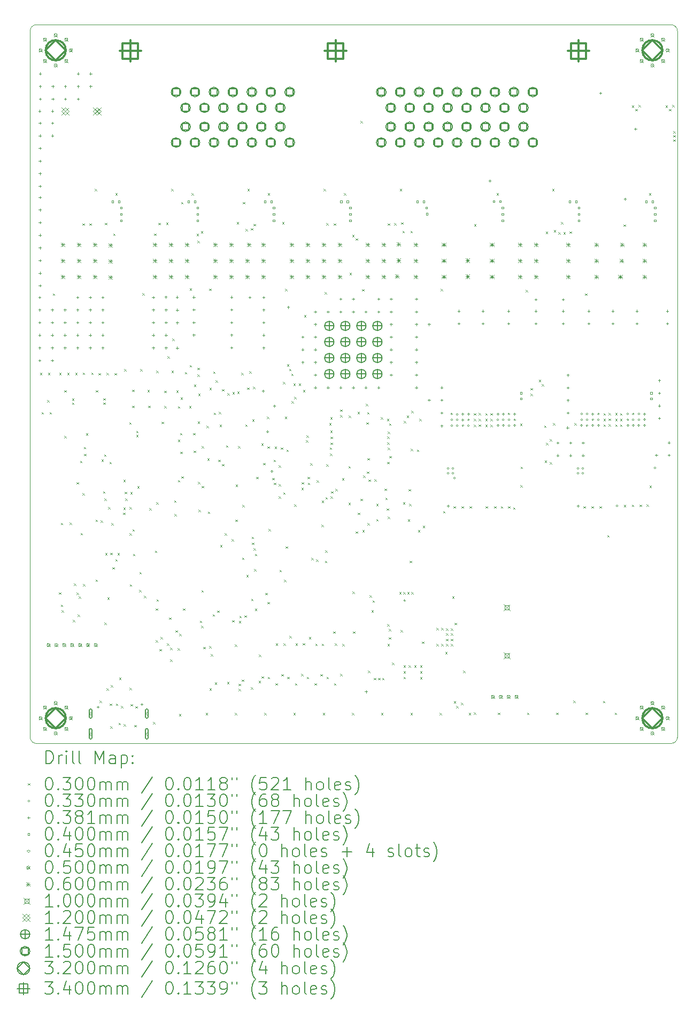
<source format=gbr>
%TF.GenerationSoftware,KiCad,Pcbnew,(6.0.8)*%
%TF.CreationDate,2024-02-14T04:03:25+01:00*%
%TF.ProjectId,pdms,70646d73-2e6b-4696-9361-645f70636258,rev?*%
%TF.SameCoordinates,Original*%
%TF.FileFunction,Drillmap*%
%TF.FilePolarity,Positive*%
%FSLAX45Y45*%
G04 Gerber Fmt 4.5, Leading zero omitted, Abs format (unit mm)*
G04 Created by KiCad (PCBNEW (6.0.8)) date 2024-02-14 04:03:25*
%MOMM*%
%LPD*%
G01*
G04 APERTURE LIST*
%ADD10C,0.100000*%
%ADD11C,0.200000*%
%ADD12C,0.030000*%
%ADD13C,0.033020*%
%ADD14C,0.038100*%
%ADD15C,0.040000*%
%ADD16C,0.045000*%
%ADD17C,0.050000*%
%ADD18C,0.060000*%
%ADD19C,0.120000*%
%ADD20C,0.147500*%
%ADD21C,0.150000*%
%ADD22C,0.320000*%
%ADD23C,0.340000*%
G04 APERTURE END LIST*
D10*
X11896169Y-16175129D02*
X11896169Y-4994129D01*
X1645711Y-4993289D02*
X1645711Y-16174289D01*
X11896171Y-4994129D02*
G75*
G03*
X11796169Y-4894129I-100001J-1D01*
G01*
X1745711Y-16274289D02*
X11796169Y-16275129D01*
X1745711Y-4893291D02*
G75*
G03*
X1645711Y-4993289I-1J-99999D01*
G01*
X11796169Y-4894129D02*
X1745711Y-4893289D01*
X1645711Y-16174289D02*
G75*
G03*
X1745711Y-16274289I99999J-1D01*
G01*
X11796169Y-16275129D02*
G75*
G03*
X11896169Y-16175129I1J99999D01*
G01*
D11*
D12*
X1799700Y-10406900D02*
X1829700Y-10436900D01*
X1829700Y-10406900D02*
X1799700Y-10436900D01*
X1825100Y-11029200D02*
X1855100Y-11059200D01*
X1855100Y-11029200D02*
X1825100Y-11059200D01*
X1915000Y-10839000D02*
X1945000Y-10869000D01*
X1945000Y-10839000D02*
X1915000Y-10869000D01*
X1926700Y-10406900D02*
X1956700Y-10436900D01*
X1956700Y-10406900D02*
X1926700Y-10436900D01*
X1952100Y-11029200D02*
X1982100Y-11059200D01*
X1982100Y-11029200D02*
X1952100Y-11059200D01*
X2005880Y-9146780D02*
X2035880Y-9176780D01*
X2035880Y-9146780D02*
X2005880Y-9176780D01*
X2100000Y-13880000D02*
X2130000Y-13910000D01*
X2130000Y-13880000D02*
X2100000Y-13910000D01*
X2104500Y-10406900D02*
X2134500Y-10436900D01*
X2134500Y-10406900D02*
X2104500Y-10436900D01*
X2130000Y-14075000D02*
X2160000Y-14105000D01*
X2160000Y-14075000D02*
X2130000Y-14105000D01*
X2133500Y-12780500D02*
X2163500Y-12810500D01*
X2163500Y-12780500D02*
X2133500Y-12810500D01*
X2142399Y-14165032D02*
X2172399Y-14195032D01*
X2172399Y-14165032D02*
X2142399Y-14195032D01*
X2185700Y-10683000D02*
X2215700Y-10713000D01*
X2215700Y-10683000D02*
X2185700Y-10713000D01*
X2188000Y-11406000D02*
X2218000Y-11436000D01*
X2218000Y-11406000D02*
X2188000Y-11436000D01*
X2231500Y-10406900D02*
X2261500Y-10436900D01*
X2261500Y-10406900D02*
X2231500Y-10436900D01*
X2270660Y-12777960D02*
X2300660Y-12807960D01*
X2300660Y-12777960D02*
X2270660Y-12807960D01*
X2307700Y-10813300D02*
X2337700Y-10843300D01*
X2337700Y-10813300D02*
X2307700Y-10843300D01*
X2307700Y-10876800D02*
X2337700Y-10906800D01*
X2337700Y-10876800D02*
X2307700Y-10906800D01*
X2321800Y-14319200D02*
X2351800Y-14349200D01*
X2351800Y-14319200D02*
X2321800Y-14349200D01*
X2337521Y-13739789D02*
X2367521Y-13769789D01*
X2367521Y-13739789D02*
X2337521Y-13769789D01*
X2358500Y-10406900D02*
X2388500Y-10436900D01*
X2388500Y-10406900D02*
X2358500Y-10436900D01*
X2380000Y-12137500D02*
X2410000Y-12167500D01*
X2410000Y-12137500D02*
X2380000Y-12167500D01*
X2380000Y-13885000D02*
X2410000Y-13915000D01*
X2410000Y-13885000D02*
X2380000Y-13915000D01*
X2398000Y-14234400D02*
X2428000Y-14264400D01*
X2428000Y-14234400D02*
X2398000Y-14264400D01*
X2415000Y-13945000D02*
X2445000Y-13975000D01*
X2445000Y-13945000D02*
X2415000Y-13975000D01*
X2437000Y-11797000D02*
X2467000Y-11827000D01*
X2467000Y-11797000D02*
X2437000Y-11827000D01*
X2444850Y-12942523D02*
X2474850Y-12972523D01*
X2474850Y-12942523D02*
X2444850Y-12972523D01*
X2472500Y-12309450D02*
X2502500Y-12339450D01*
X2502500Y-12309450D02*
X2472500Y-12339450D01*
X2476000Y-8038000D02*
X2506000Y-8068000D01*
X2506000Y-8038000D02*
X2476000Y-8068000D01*
X2480700Y-10402200D02*
X2510700Y-10432200D01*
X2510700Y-10402200D02*
X2480700Y-10432200D01*
X2483341Y-13748341D02*
X2513341Y-13778341D01*
X2513341Y-13748341D02*
X2483341Y-13778341D01*
X2495000Y-11577000D02*
X2525000Y-11607000D01*
X2525000Y-11577000D02*
X2495000Y-11607000D01*
X2499000Y-11687000D02*
X2529000Y-11717000D01*
X2529000Y-11687000D02*
X2499000Y-11717000D01*
X2529300Y-11364700D02*
X2559300Y-11394700D01*
X2559300Y-11364700D02*
X2529300Y-11394700D01*
X2587000Y-8039000D02*
X2617000Y-8069000D01*
X2617000Y-8039000D02*
X2587000Y-8069000D01*
X2615000Y-10403000D02*
X2645000Y-10433000D01*
X2645000Y-10403000D02*
X2615000Y-10433000D01*
X2671000Y-7493000D02*
X2701000Y-7523000D01*
X2701000Y-7493000D02*
X2671000Y-7523000D01*
X2681832Y-13676555D02*
X2711832Y-13706555D01*
X2711832Y-13676555D02*
X2681832Y-13706555D01*
X2682209Y-12731917D02*
X2712209Y-12761917D01*
X2712209Y-12731917D02*
X2682209Y-12761917D01*
X2685300Y-10683000D02*
X2715300Y-10713000D01*
X2715300Y-10683000D02*
X2685300Y-10713000D01*
X2729100Y-10409300D02*
X2759100Y-10439300D01*
X2759100Y-10409300D02*
X2729100Y-10439300D01*
X2745017Y-15597766D02*
X2775017Y-15627766D01*
X2775017Y-15597766D02*
X2745017Y-15627766D01*
X2762895Y-12741731D02*
X2792895Y-12771731D01*
X2792895Y-12741731D02*
X2762895Y-12771731D01*
X2774000Y-11778000D02*
X2804000Y-11808000D01*
X2804000Y-11778000D02*
X2774000Y-11808000D01*
X2802500Y-12282500D02*
X2832500Y-12312500D01*
X2832500Y-12282500D02*
X2802500Y-12312500D01*
X2803000Y-10808000D02*
X2833000Y-10838000D01*
X2833000Y-10808000D02*
X2803000Y-10838000D01*
X2803000Y-10876800D02*
X2833000Y-10906800D01*
X2833000Y-10876800D02*
X2803000Y-10906800D01*
X2818950Y-11696000D02*
X2848950Y-11726000D01*
X2848950Y-11696000D02*
X2818950Y-11726000D01*
X2822500Y-12395000D02*
X2852500Y-12425000D01*
X2852500Y-12395000D02*
X2822500Y-12425000D01*
X2823017Y-14361400D02*
X2853017Y-14391400D01*
X2853017Y-14361400D02*
X2823017Y-14391400D01*
X2830000Y-8030000D02*
X2860000Y-8060000D01*
X2860000Y-8030000D02*
X2830000Y-8060000D01*
X2833858Y-13257567D02*
X2863858Y-13287567D01*
X2863858Y-13257567D02*
X2833858Y-13287567D01*
X2853800Y-10406900D02*
X2883800Y-10436900D01*
X2883800Y-10406900D02*
X2853800Y-10436900D01*
X2855200Y-15402800D02*
X2885200Y-15432800D01*
X2885200Y-15402800D02*
X2855200Y-15432800D01*
X2868417Y-13960000D02*
X2898417Y-13990000D01*
X2898417Y-13960000D02*
X2868417Y-13990000D01*
X2880600Y-12532600D02*
X2910600Y-12562600D01*
X2910600Y-12532600D02*
X2880600Y-12562600D01*
X2901650Y-11814455D02*
X2931650Y-11844455D01*
X2931650Y-11814455D02*
X2901650Y-11844455D01*
X2906000Y-15644100D02*
X2936000Y-15674100D01*
X2936000Y-15644100D02*
X2906000Y-15674100D01*
X2915560Y-16002840D02*
X2945560Y-16032840D01*
X2945560Y-16002840D02*
X2915560Y-16032840D01*
X2916941Y-13254741D02*
X2946941Y-13284741D01*
X2946941Y-13254741D02*
X2916941Y-13284741D01*
X2924630Y-15352000D02*
X2954630Y-15382000D01*
X2954630Y-15352000D02*
X2924630Y-15382000D01*
X2931400Y-12786600D02*
X2961400Y-12816600D01*
X2961400Y-12786600D02*
X2931400Y-12816600D01*
X2947567Y-13485178D02*
X2977567Y-13515178D01*
X2977567Y-13485178D02*
X2947567Y-13515178D01*
X2962550Y-8202130D02*
X2992550Y-8232130D01*
X2992550Y-8202130D02*
X2962550Y-8232130D01*
X2983100Y-10410200D02*
X3013100Y-10440200D01*
X3013100Y-10410200D02*
X2983100Y-10440200D01*
X2994000Y-7562000D02*
X3024000Y-7592000D01*
X3024000Y-7562000D02*
X2994000Y-7592000D01*
X2994900Y-13358100D02*
X3024900Y-13388100D01*
X3024900Y-13358100D02*
X2994900Y-13388100D01*
X3002520Y-15644100D02*
X3032520Y-15674100D01*
X3032520Y-15644100D02*
X3002520Y-15674100D01*
X3029651Y-13259285D02*
X3059651Y-13289285D01*
X3059651Y-13259285D02*
X3029651Y-13289285D01*
X3045616Y-15948900D02*
X3075616Y-15978900D01*
X3075616Y-15948900D02*
X3045616Y-15978900D01*
X3053650Y-15229750D02*
X3083650Y-15259750D01*
X3083650Y-15229750D02*
X3053650Y-15259750D01*
X3086312Y-15682281D02*
X3116312Y-15712281D01*
X3116312Y-15682281D02*
X3086312Y-15712281D01*
X3118695Y-12619316D02*
X3148695Y-12649316D01*
X3148695Y-12619316D02*
X3118695Y-12649316D01*
X3120852Y-12539394D02*
X3150852Y-12569394D01*
X3150852Y-12539394D02*
X3120852Y-12569394D01*
X3121000Y-12099000D02*
X3151000Y-12129000D01*
X3151000Y-12099000D02*
X3121000Y-12129000D01*
X3128362Y-15968997D02*
X3158362Y-15998997D01*
X3158362Y-15968997D02*
X3128362Y-15998997D01*
X3134600Y-10348200D02*
X3164600Y-10378200D01*
X3164600Y-10348200D02*
X3134600Y-10378200D01*
X3141878Y-12290479D02*
X3171878Y-12320479D01*
X3171878Y-12290479D02*
X3141878Y-12320479D01*
X3152864Y-12394136D02*
X3182864Y-12424136D01*
X3182864Y-12394136D02*
X3152864Y-12424136D01*
X3216900Y-11190800D02*
X3246900Y-11220800D01*
X3246900Y-11190800D02*
X3216900Y-11220800D01*
X3218034Y-12530016D02*
X3248034Y-12560016D01*
X3248034Y-12530016D02*
X3218034Y-12560016D01*
X3218355Y-12945449D02*
X3248355Y-12975449D01*
X3248355Y-12945449D02*
X3218355Y-12975449D01*
X3218750Y-15394850D02*
X3248750Y-15424850D01*
X3248750Y-15394850D02*
X3218750Y-15424850D01*
X3223601Y-13755073D02*
X3253601Y-13785073D01*
X3253601Y-13755073D02*
X3223601Y-13785073D01*
X3232854Y-12295230D02*
X3262854Y-12325230D01*
X3262854Y-12295230D02*
X3232854Y-12325230D01*
X3238969Y-15652876D02*
X3268969Y-15682876D01*
X3268969Y-15652876D02*
X3238969Y-15682876D01*
X3261600Y-10926100D02*
X3291600Y-10956100D01*
X3291600Y-10926100D02*
X3261600Y-10956100D01*
X3263000Y-10671000D02*
X3293000Y-10701000D01*
X3293000Y-10671000D02*
X3263000Y-10701000D01*
X3267000Y-12882000D02*
X3297000Y-12912000D01*
X3297000Y-12882000D02*
X3267000Y-12912000D01*
X3275000Y-13270000D02*
X3305000Y-13300000D01*
X3305000Y-13270000D02*
X3275000Y-13300000D01*
X3297695Y-15981282D02*
X3327695Y-16011282D01*
X3327695Y-15981282D02*
X3297695Y-16011282D01*
X3313021Y-15683014D02*
X3343021Y-15713014D01*
X3343021Y-15683014D02*
X3313021Y-15713014D01*
X3325550Y-11326100D02*
X3355550Y-11356100D01*
X3355550Y-11326100D02*
X3325550Y-11356100D01*
X3325550Y-11389600D02*
X3355550Y-11419600D01*
X3355550Y-11389600D02*
X3325550Y-11419600D01*
X3342397Y-12202010D02*
X3372397Y-12232010D01*
X3372397Y-12202010D02*
X3342397Y-12232010D01*
X3370000Y-13845000D02*
X3400000Y-13875000D01*
X3400000Y-13845000D02*
X3370000Y-13875000D01*
X3375650Y-13561000D02*
X3405650Y-13591000D01*
X3405650Y-13561000D02*
X3375650Y-13591000D01*
X3388600Y-10348200D02*
X3418600Y-10378200D01*
X3418600Y-10348200D02*
X3388600Y-10378200D01*
X3425000Y-9146000D02*
X3455000Y-9176000D01*
X3455000Y-9146000D02*
X3425000Y-9176000D01*
X3450000Y-13935000D02*
X3480000Y-13965000D01*
X3480000Y-13935000D02*
X3450000Y-13965000D01*
X3502900Y-10678400D02*
X3532900Y-10708400D01*
X3532900Y-10678400D02*
X3502900Y-10708400D01*
X3515600Y-10927100D02*
X3545600Y-10957100D01*
X3545600Y-10927100D02*
X3515600Y-10957100D01*
X3534318Y-12549923D02*
X3564318Y-12579923D01*
X3564318Y-12549923D02*
X3534318Y-12579923D01*
X3591800Y-15936200D02*
X3621800Y-15966200D01*
X3621800Y-15936200D02*
X3591800Y-15966200D01*
X3607381Y-8202080D02*
X3637381Y-8232080D01*
X3637381Y-8202080D02*
X3607381Y-8232080D01*
X3622000Y-13221000D02*
X3652000Y-13251000D01*
X3652000Y-13221000D02*
X3622000Y-13251000D01*
X3635000Y-14135000D02*
X3665000Y-14165000D01*
X3665000Y-14135000D02*
X3635000Y-14165000D01*
X3636900Y-14640800D02*
X3666900Y-14670800D01*
X3666900Y-14640800D02*
X3636900Y-14670800D01*
X3642150Y-12453000D02*
X3672150Y-12483000D01*
X3672150Y-12453000D02*
X3642150Y-12483000D01*
X3642600Y-10373600D02*
X3672600Y-10403600D01*
X3672600Y-10373600D02*
X3642600Y-10403600D01*
X3646121Y-13989815D02*
X3676121Y-14019815D01*
X3676121Y-13989815D02*
X3646121Y-14019815D01*
X3675000Y-8032500D02*
X3705000Y-8062500D01*
X3705000Y-8032500D02*
X3675000Y-8062500D01*
X3692074Y-14780739D02*
X3722074Y-14810739D01*
X3722074Y-14780739D02*
X3692074Y-14810739D01*
X3709328Y-14590050D02*
X3739328Y-14620050D01*
X3739328Y-14590050D02*
X3709328Y-14620050D01*
X3730000Y-11180800D02*
X3760000Y-11210800D01*
X3760000Y-11180800D02*
X3730000Y-11210800D01*
X3769600Y-10691100D02*
X3799600Y-10721100D01*
X3799600Y-10691100D02*
X3769600Y-10721100D01*
X3769600Y-10932400D02*
X3799600Y-10962400D01*
X3799600Y-10932400D02*
X3769600Y-10962400D01*
X3801000Y-8028000D02*
X3831000Y-8058000D01*
X3831000Y-8028000D02*
X3801000Y-8058000D01*
X3810240Y-14691600D02*
X3840240Y-14721600D01*
X3840240Y-14691600D02*
X3810240Y-14721600D01*
X3820400Y-10145000D02*
X3850400Y-10175000D01*
X3850400Y-10145000D02*
X3820400Y-10175000D01*
X3846000Y-14277550D02*
X3876000Y-14307550D01*
X3876000Y-14277550D02*
X3846000Y-14307550D01*
X3863480Y-14941792D02*
X3893480Y-14971792D01*
X3893480Y-14941792D02*
X3863480Y-14971792D01*
X3865203Y-14756422D02*
X3895203Y-14786422D01*
X3895203Y-14756422D02*
X3865203Y-14786422D01*
X3877960Y-7492720D02*
X3907960Y-7522720D01*
X3907960Y-7492720D02*
X3877960Y-7522720D01*
X3883900Y-10373600D02*
X3913900Y-10403600D01*
X3913900Y-10373600D02*
X3883900Y-10403600D01*
X3896600Y-9865600D02*
X3926600Y-9895600D01*
X3926600Y-9865600D02*
X3896600Y-9895600D01*
X3926000Y-12427000D02*
X3956000Y-12457000D01*
X3956000Y-12427000D02*
X3926000Y-12457000D01*
X3930000Y-12640000D02*
X3960000Y-12670000D01*
X3960000Y-12640000D02*
X3930000Y-12670000D01*
X3948099Y-14481922D02*
X3978099Y-14511922D01*
X3978099Y-14481922D02*
X3948099Y-14511922D01*
X3960050Y-10685000D02*
X3990050Y-10715000D01*
X3990050Y-10685000D02*
X3960050Y-10715000D01*
X3982960Y-14767800D02*
X4012960Y-14797800D01*
X4012960Y-14767800D02*
X3982960Y-14797800D01*
X3984862Y-12105135D02*
X4014862Y-12135135D01*
X4014862Y-12105135D02*
X3984862Y-12135135D01*
X3985000Y-10935000D02*
X4015000Y-10965000D01*
X4015000Y-10935000D02*
X3985000Y-10965000D01*
X3987050Y-11462000D02*
X4017050Y-11492000D01*
X4017050Y-11462000D02*
X3987050Y-11492000D01*
X4004787Y-15809157D02*
X4034787Y-15839157D01*
X4034787Y-15809157D02*
X4004787Y-15839157D01*
X4005722Y-14537345D02*
X4035722Y-14567345D01*
X4035722Y-14537345D02*
X4005722Y-14567345D01*
X4020000Y-11358000D02*
X4050000Y-11388000D01*
X4050000Y-11358000D02*
X4020000Y-11388000D01*
X4022000Y-11656000D02*
X4052000Y-11686000D01*
X4052000Y-11656000D02*
X4022000Y-11686000D01*
X4026650Y-10795000D02*
X4056650Y-10825000D01*
X4056650Y-10795000D02*
X4026650Y-10825000D01*
X4035000Y-7700000D02*
X4065000Y-7730000D01*
X4065000Y-7700000D02*
X4035000Y-7730000D01*
X4038769Y-12045344D02*
X4068769Y-12075344D01*
X4068769Y-12045344D02*
X4038769Y-12075344D01*
X4067150Y-14134631D02*
X4097150Y-14164631D01*
X4097150Y-14134631D02*
X4067150Y-14164631D01*
X4095000Y-10392000D02*
X4125000Y-10422000D01*
X4125000Y-10392000D02*
X4095000Y-10422000D01*
X4162850Y-10930000D02*
X4192850Y-10960000D01*
X4192850Y-10930000D02*
X4162850Y-10960000D01*
X4170517Y-10283000D02*
X4200517Y-10313000D01*
X4200517Y-10283000D02*
X4170517Y-10313000D01*
X4171368Y-9070265D02*
X4201368Y-9100265D01*
X4201368Y-9070265D02*
X4171368Y-9100265D01*
X4200960Y-7561720D02*
X4230960Y-7591720D01*
X4230960Y-7561720D02*
X4200960Y-7591720D01*
X4228000Y-11359000D02*
X4258000Y-11389000D01*
X4258000Y-11359000D02*
X4228000Y-11389000D01*
X4237000Y-11638000D02*
X4267000Y-11668000D01*
X4267000Y-11638000D02*
X4237000Y-11668000D01*
X4240437Y-10590000D02*
X4270437Y-10620000D01*
X4270437Y-10590000D02*
X4240437Y-10620000D01*
X4281735Y-8204950D02*
X4311735Y-8234950D01*
X4311735Y-8204950D02*
X4281735Y-8234950D01*
X4295417Y-10325000D02*
X4325417Y-10355000D01*
X4325417Y-10325000D02*
X4295417Y-10355000D01*
X4295417Y-10430000D02*
X4325417Y-10460000D01*
X4325417Y-10430000D02*
X4295417Y-10460000D01*
X4296470Y-8314000D02*
X4326470Y-8344000D01*
X4326470Y-8314000D02*
X4296470Y-8344000D01*
X4300950Y-11176000D02*
X4330950Y-11206000D01*
X4330950Y-11176000D02*
X4300950Y-11206000D01*
X4305000Y-12135000D02*
X4335000Y-12165000D01*
X4335000Y-12135000D02*
X4305000Y-12165000D01*
X4307500Y-10735000D02*
X4337500Y-10765000D01*
X4337500Y-10735000D02*
X4307500Y-10765000D01*
X4310700Y-12575700D02*
X4340700Y-12605700D01*
X4340700Y-12575700D02*
X4310700Y-12605700D01*
X4334485Y-14331999D02*
X4364485Y-14361999D01*
X4364485Y-14331999D02*
X4334485Y-14361999D01*
X4350053Y-8163261D02*
X4380053Y-8193261D01*
X4380053Y-8163261D02*
X4350053Y-8193261D01*
X4356000Y-14409000D02*
X4386000Y-14439000D01*
X4386000Y-14409000D02*
X4356000Y-14439000D01*
X4357741Y-13847741D02*
X4387741Y-13877741D01*
X4387741Y-13847741D02*
X4357741Y-13877741D01*
X4364000Y-11568000D02*
X4394000Y-11598000D01*
X4394000Y-11568000D02*
X4364000Y-11598000D01*
X4365000Y-12195000D02*
X4395000Y-12225000D01*
X4395000Y-12195000D02*
X4365000Y-12225000D01*
X4386820Y-14744940D02*
X4416820Y-14774940D01*
X4416820Y-14744940D02*
X4386820Y-14774940D01*
X4424820Y-15790880D02*
X4454820Y-15820880D01*
X4454820Y-15790880D02*
X4424820Y-15820880D01*
X4437000Y-11243000D02*
X4467000Y-11273000D01*
X4467000Y-11243000D02*
X4437000Y-11273000D01*
X4450000Y-11760000D02*
X4480000Y-11790000D01*
X4480000Y-11760000D02*
X4450000Y-11790000D01*
X4460800Y-12602800D02*
X4490800Y-12632800D01*
X4490800Y-12602800D02*
X4460800Y-12632800D01*
X4482140Y-14733090D02*
X4512140Y-14763090D01*
X4512140Y-14733090D02*
X4482140Y-14763090D01*
X4483000Y-9073000D02*
X4513000Y-9103000D01*
X4513000Y-9073000D02*
X4483000Y-9103000D01*
X4485557Y-15399374D02*
X4515557Y-15429374D01*
X4515557Y-15399374D02*
X4485557Y-15429374D01*
X4485880Y-10642840D02*
X4515880Y-10672840D01*
X4515880Y-10642840D02*
X4485880Y-10672840D01*
X4507540Y-14858390D02*
X4537540Y-14888390D01*
X4537540Y-14858390D02*
X4507540Y-14888390D01*
X4535000Y-14230000D02*
X4565000Y-14260000D01*
X4565000Y-14230000D02*
X4535000Y-14260000D01*
X4544110Y-10385000D02*
X4574110Y-10415000D01*
X4574110Y-10385000D02*
X4544110Y-10415000D01*
X4552516Y-11034984D02*
X4582516Y-11064984D01*
X4582516Y-11034984D02*
X4552516Y-11064984D01*
X4570573Y-15307684D02*
X4600573Y-15337684D01*
X4600573Y-15307684D02*
X4570573Y-15337684D01*
X4584169Y-10524594D02*
X4614169Y-10554594D01*
X4614169Y-10524594D02*
X4584169Y-10554594D01*
X4610000Y-14170000D02*
X4640000Y-14200000D01*
X4640000Y-14170000D02*
X4610000Y-14200000D01*
X4626000Y-11782000D02*
X4656000Y-11812000D01*
X4656000Y-11782000D02*
X4626000Y-11812000D01*
X4631766Y-11024422D02*
X4661766Y-11054422D01*
X4661766Y-11024422D02*
X4631766Y-11054422D01*
X4647500Y-11227500D02*
X4677500Y-11257500D01*
X4677500Y-11227500D02*
X4647500Y-11257500D01*
X4655000Y-13133000D02*
X4685000Y-13163000D01*
X4685000Y-13133000D02*
X4655000Y-13163000D01*
X4684000Y-10665700D02*
X4714000Y-10695700D01*
X4714000Y-10665700D02*
X4684000Y-10695700D01*
X4685050Y-11850000D02*
X4715050Y-11880000D01*
X4715050Y-11850000D02*
X4685050Y-11880000D01*
X4725466Y-12944151D02*
X4755466Y-12974151D01*
X4755466Y-12944151D02*
X4725466Y-12974151D01*
X4747500Y-11554700D02*
X4777500Y-11584700D01*
X4777500Y-11554700D02*
X4747500Y-11584700D01*
X4765000Y-15300000D02*
X4795000Y-15330000D01*
X4795000Y-15300000D02*
X4765000Y-15330000D01*
X4769600Y-10725458D02*
X4799600Y-10755458D01*
X4799600Y-10725458D02*
X4769600Y-10755458D01*
X4837599Y-13039401D02*
X4867599Y-13069401D01*
X4867599Y-13039401D02*
X4837599Y-13069401D01*
X4847450Y-14320398D02*
X4877450Y-14350398D01*
X4877450Y-14320398D02*
X4847450Y-14350398D01*
X4847742Y-10708550D02*
X4877742Y-10738550D01*
X4877742Y-10708550D02*
X4847742Y-10738550D01*
X4889720Y-15789760D02*
X4919720Y-15819760D01*
X4919720Y-15789760D02*
X4889720Y-15819760D01*
X4889760Y-14706760D02*
X4919760Y-14736760D01*
X4919760Y-14706760D02*
X4889760Y-14736760D01*
X4896216Y-12730392D02*
X4926216Y-12760392D01*
X4926216Y-12730392D02*
X4896216Y-12760392D01*
X4901849Y-12177405D02*
X4931849Y-12207405D01*
X4931849Y-12177405D02*
X4901849Y-12207405D01*
X4919179Y-8017550D02*
X4949179Y-8047550D01*
X4949179Y-8017550D02*
X4919179Y-8047550D01*
X4927478Y-10702710D02*
X4957478Y-10732710D01*
X4957478Y-10702710D02*
X4927478Y-10732710D01*
X4938000Y-11567400D02*
X4968000Y-11597400D01*
X4968000Y-11567400D02*
X4938000Y-11597400D01*
X4948261Y-15407450D02*
X4978261Y-15437450D01*
X4978261Y-15407450D02*
X4948261Y-15437450D01*
X4948615Y-15327500D02*
X4978615Y-15357500D01*
X4978615Y-15327500D02*
X4948615Y-15357500D01*
X4952539Y-14334949D02*
X4982539Y-14364949D01*
X4982539Y-14334949D02*
X4952539Y-14364949D01*
X4959553Y-14253645D02*
X4989553Y-14283645D01*
X4989553Y-14253645D02*
X4959553Y-14283645D01*
X4988150Y-10406620D02*
X5018150Y-10436620D01*
X5018150Y-10406620D02*
X4988150Y-10436620D01*
X4995671Y-15262865D02*
X5025671Y-15292865D01*
X5025671Y-15262865D02*
X4995671Y-15292865D01*
X5001297Y-13332903D02*
X5031297Y-13362903D01*
X5031297Y-13332903D02*
X5001297Y-13362903D01*
X5004000Y-12495000D02*
X5034000Y-12525000D01*
X5034000Y-12495000D02*
X5004000Y-12525000D01*
X5012500Y-7700000D02*
X5042500Y-7730000D01*
X5042500Y-7700000D02*
X5012500Y-7730000D01*
X5041027Y-14246165D02*
X5071027Y-14276165D01*
X5071027Y-14246165D02*
X5041027Y-14276165D01*
X5052300Y-11224500D02*
X5082300Y-11254500D01*
X5082300Y-11224500D02*
X5052300Y-11254500D01*
X5057650Y-8127550D02*
X5087650Y-8157550D01*
X5087650Y-8127550D02*
X5057650Y-8157550D01*
X5070000Y-13605000D02*
X5100000Y-13635000D01*
X5100000Y-13605000D02*
X5070000Y-13635000D01*
X5080240Y-10637760D02*
X5110240Y-10667760D01*
X5110240Y-10637760D02*
X5080240Y-10667760D01*
X5085460Y-7492720D02*
X5115460Y-7522720D01*
X5115460Y-7492720D02*
X5085460Y-7522720D01*
X5116000Y-10381000D02*
X5146000Y-10411000D01*
X5146000Y-10381000D02*
X5116000Y-10411000D01*
X5139431Y-15383920D02*
X5169431Y-15413920D01*
X5169431Y-15383920D02*
X5139431Y-15413920D01*
X5141711Y-8117471D02*
X5171711Y-8147471D01*
X5171711Y-8117471D02*
X5141711Y-8147471D01*
X5147201Y-13981777D02*
X5177201Y-14011777D01*
X5177201Y-13981777D02*
X5147201Y-14011777D01*
X5155656Y-12999993D02*
X5185656Y-13029993D01*
X5185656Y-12999993D02*
X5155656Y-13029993D01*
X5158366Y-13095284D02*
X5188366Y-13125284D01*
X5188366Y-13095284D02*
X5158366Y-13125284D01*
X5161520Y-11140680D02*
X5191520Y-11170680D01*
X5191520Y-11140680D02*
X5161520Y-11170680D01*
X5176760Y-10627600D02*
X5206760Y-10657600D01*
X5206760Y-10627600D02*
X5176760Y-10657600D01*
X5182326Y-13182884D02*
X5212326Y-13212884D01*
X5212326Y-13182884D02*
X5182326Y-13212884D01*
X5183170Y-8049110D02*
X5213170Y-8079110D01*
X5213170Y-8049110D02*
X5183170Y-8079110D01*
X5190234Y-13512266D02*
X5220234Y-13542266D01*
X5220234Y-13512266D02*
X5190234Y-13542266D01*
X5204340Y-14139726D02*
X5234340Y-14169726D01*
X5234340Y-14139726D02*
X5204340Y-14169726D01*
X5207039Y-13271236D02*
X5237039Y-13301236D01*
X5237039Y-13271236D02*
X5207039Y-13301236D01*
X5225138Y-12051681D02*
X5255138Y-12081681D01*
X5255138Y-12051681D02*
X5225138Y-12081681D01*
X5264092Y-15283898D02*
X5294092Y-15313898D01*
X5294092Y-15283898D02*
X5264092Y-15313898D01*
X5268200Y-14868990D02*
X5298200Y-14898990D01*
X5298200Y-14868990D02*
X5268200Y-14898990D01*
X5306300Y-11521680D02*
X5336300Y-11551680D01*
X5336300Y-11521680D02*
X5306300Y-11551680D01*
X5311231Y-15211559D02*
X5341231Y-15241559D01*
X5341231Y-15211559D02*
X5311231Y-15241559D01*
X5334240Y-11834230D02*
X5364240Y-11864230D01*
X5364240Y-11834230D02*
X5334240Y-11864230D01*
X5352720Y-15789760D02*
X5382720Y-15819760D01*
X5382720Y-15789760D02*
X5352720Y-15819760D01*
X5369800Y-13891500D02*
X5399800Y-13921500D01*
X5399800Y-13891500D02*
X5369800Y-13921500D01*
X5397550Y-11099550D02*
X5427550Y-11129550D01*
X5427550Y-11099550D02*
X5397550Y-11129550D01*
X5403834Y-11570954D02*
X5433834Y-11600954D01*
X5433834Y-11570954D02*
X5403834Y-11600954D01*
X5404876Y-14034224D02*
X5434876Y-14064224D01*
X5434876Y-14034224D02*
X5404876Y-14064224D01*
X5406720Y-15218730D02*
X5436720Y-15248730D01*
X5436720Y-15218730D02*
X5406720Y-15248730D01*
X5408460Y-7561720D02*
X5438460Y-7591720D01*
X5438460Y-7561720D02*
X5408460Y-7591720D01*
X5419111Y-12877865D02*
X5449111Y-12907865D01*
X5449111Y-12877865D02*
X5419111Y-12907865D01*
X5481718Y-12069153D02*
X5511718Y-12099153D01*
X5511718Y-12069153D02*
X5481718Y-12099153D01*
X5502796Y-11783593D02*
X5532796Y-11813593D01*
X5532796Y-11783593D02*
X5502796Y-11813593D01*
X5507000Y-12145000D02*
X5537000Y-12175000D01*
X5537000Y-12145000D02*
X5507000Y-12175000D01*
X5519660Y-11572480D02*
X5549660Y-11602480D01*
X5549660Y-11572480D02*
X5519660Y-11602480D01*
X5530000Y-15320000D02*
X5560000Y-15350000D01*
X5560000Y-15320000D02*
X5530000Y-15350000D01*
X5537000Y-14689010D02*
X5567000Y-14719010D01*
X5567000Y-14689010D02*
X5537000Y-14719010D01*
X5580620Y-11872200D02*
X5610620Y-11902200D01*
X5610620Y-11872200D02*
X5580620Y-11902200D01*
X5583160Y-12362420D02*
X5613160Y-12392420D01*
X5613160Y-12362420D02*
X5583160Y-12392420D01*
X5583390Y-12168591D02*
X5613390Y-12198591D01*
X5613390Y-12168591D02*
X5583390Y-12198591D01*
X5594309Y-13527291D02*
X5624309Y-13557291D01*
X5624309Y-13527291D02*
X5594309Y-13557291D01*
X5616180Y-11587720D02*
X5646180Y-11617720D01*
X5646180Y-11587720D02*
X5616180Y-11617720D01*
X5622620Y-15178290D02*
X5652620Y-15208290D01*
X5652620Y-15178290D02*
X5622620Y-15208290D01*
X5637000Y-8017000D02*
X5667000Y-8047000D01*
X5667000Y-8017000D02*
X5637000Y-8047000D01*
X5648260Y-10550000D02*
X5678260Y-10580000D01*
X5678260Y-10550000D02*
X5648260Y-10580000D01*
X5653348Y-12299970D02*
X5683348Y-12329970D01*
X5683348Y-12299970D02*
X5653348Y-12329970D01*
X5659000Y-14688010D02*
X5689000Y-14718010D01*
X5689000Y-14688010D02*
X5659000Y-14718010D01*
X5666637Y-13684168D02*
X5696637Y-13714168D01*
X5696637Y-13684168D02*
X5666637Y-13714168D01*
X5677500Y-11100090D02*
X5707500Y-11130090D01*
X5707500Y-11100090D02*
X5677500Y-11130090D01*
X5684000Y-9076000D02*
X5714000Y-9106000D01*
X5714000Y-9076000D02*
X5684000Y-9106000D01*
X5693000Y-13155000D02*
X5723000Y-13185000D01*
X5723000Y-13155000D02*
X5693000Y-13185000D01*
X5705080Y-11620740D02*
X5735080Y-11650740D01*
X5735080Y-11620740D02*
X5705080Y-11650740D01*
X5711650Y-10272093D02*
X5741650Y-10302093D01*
X5741650Y-10272093D02*
X5711650Y-10302093D01*
X5716600Y-15218730D02*
X5746600Y-15248730D01*
X5746600Y-15218730D02*
X5716600Y-15248730D01*
X5748200Y-10343200D02*
X5778200Y-10373200D01*
X5778200Y-10343200D02*
X5748200Y-10373200D01*
X5750000Y-14572500D02*
X5780000Y-14602500D01*
X5780000Y-14572500D02*
X5750000Y-14602500D01*
X5779097Y-10416938D02*
X5809097Y-10446938D01*
X5809097Y-10416938D02*
X5779097Y-10446938D01*
X5786223Y-10853777D02*
X5816223Y-10883777D01*
X5816223Y-10853777D02*
X5786223Y-10883777D01*
X5815000Y-10575000D02*
X5845000Y-10605000D01*
X5845000Y-10575000D02*
X5815000Y-10605000D01*
X5815720Y-15789760D02*
X5845720Y-15819760D01*
X5845720Y-15789760D02*
X5815720Y-15819760D01*
X5828659Y-12487944D02*
X5858659Y-12517944D01*
X5858659Y-12487944D02*
X5828659Y-12517944D01*
X5828747Y-10786074D02*
X5858747Y-10816074D01*
X5858747Y-10786074D02*
X5828747Y-10816074D01*
X5838520Y-15320730D02*
X5868520Y-15350730D01*
X5868520Y-15320730D02*
X5838520Y-15350730D01*
X5848680Y-14688070D02*
X5878680Y-14718070D01*
X5878680Y-14688070D02*
X5848680Y-14718070D01*
X5899234Y-10573997D02*
X5929234Y-10603997D01*
X5929234Y-10573997D02*
X5899234Y-10603997D01*
X5937580Y-15170670D02*
X5967580Y-15200670D01*
X5967580Y-15170670D02*
X5937580Y-15200670D01*
X5941636Y-12224236D02*
X5971636Y-12254236D01*
X5971636Y-12224236D02*
X5941636Y-12254236D01*
X5944356Y-12138356D02*
X5974356Y-12168356D01*
X5974356Y-12138356D02*
X5944356Y-12168356D01*
X5962980Y-14685530D02*
X5992980Y-14715530D01*
X5992980Y-14685530D02*
X5962980Y-14715530D01*
X5966750Y-10677087D02*
X5996750Y-10707087D01*
X5996750Y-10677087D02*
X5966750Y-10707087D01*
X5985008Y-9490208D02*
X6015008Y-9520208D01*
X6015008Y-9490208D02*
X5985008Y-9520208D01*
X6012230Y-11473821D02*
X6042230Y-11503821D01*
X6042230Y-11473821D02*
X6012230Y-11503821D01*
X6022499Y-11394533D02*
X6052499Y-11424533D01*
X6052499Y-11394533D02*
X6022499Y-11424533D01*
X6026480Y-15218730D02*
X6056480Y-15248730D01*
X6056480Y-15218730D02*
X6026480Y-15248730D01*
X6037621Y-12054350D02*
X6067621Y-12084350D01*
X6067621Y-12054350D02*
X6037621Y-12084350D01*
X6041777Y-12143971D02*
X6071777Y-12173971D01*
X6071777Y-12143971D02*
X6041777Y-12173971D01*
X6060000Y-14590000D02*
X6090000Y-14620000D01*
X6090000Y-14590000D02*
X6060000Y-14620000D01*
X6082050Y-11837000D02*
X6112050Y-11867000D01*
X6112050Y-11837000D02*
X6082050Y-11867000D01*
X6100000Y-13335000D02*
X6130000Y-13365000D01*
X6130000Y-13335000D02*
X6100000Y-13365000D01*
X6148400Y-15320730D02*
X6178400Y-15350730D01*
X6178400Y-15320730D02*
X6148400Y-15350730D01*
X6161100Y-14695690D02*
X6191100Y-14725690D01*
X6191100Y-14695690D02*
X6161100Y-14725690D01*
X6176141Y-13359385D02*
X6206141Y-13389385D01*
X6206141Y-13359385D02*
X6176141Y-13389385D01*
X6183412Y-12108756D02*
X6213412Y-12138756D01*
X6213412Y-12108756D02*
X6183412Y-12138756D01*
X6242380Y-15175750D02*
X6272380Y-15205750D01*
X6272380Y-15175750D02*
X6242380Y-15205750D01*
X6258800Y-12812000D02*
X6288800Y-12842000D01*
X6288800Y-12812000D02*
X6258800Y-12842000D01*
X6262771Y-12430829D02*
X6292771Y-12460829D01*
X6292771Y-12430829D02*
X6262771Y-12460829D01*
X6265240Y-14695690D02*
X6295240Y-14725690D01*
X6295240Y-14695690D02*
X6265240Y-14725690D01*
X6278720Y-15789760D02*
X6308720Y-15819760D01*
X6308720Y-15789760D02*
X6278720Y-15819760D01*
X6292960Y-7492720D02*
X6322960Y-7522720D01*
X6322960Y-7492720D02*
X6292960Y-7522720D01*
X6307823Y-9127223D02*
X6337823Y-9157223D01*
X6337823Y-9127223D02*
X6307823Y-9157223D01*
X6315000Y-13380050D02*
X6345000Y-13410050D01*
X6345000Y-13380050D02*
X6315000Y-13410050D01*
X6320000Y-13214810D02*
X6350000Y-13244810D01*
X6350000Y-13214810D02*
X6320000Y-13244810D01*
X6321250Y-12376311D02*
X6351250Y-12406311D01*
X6351250Y-12376311D02*
X6321250Y-12406311D01*
X6334411Y-11854655D02*
X6364411Y-11884655D01*
X6364411Y-11854655D02*
X6334411Y-11884655D01*
X6336000Y-8034000D02*
X6366000Y-8064000D01*
X6366000Y-8034000D02*
X6336000Y-8064000D01*
X6338900Y-15218730D02*
X6368900Y-15248730D01*
X6368900Y-15218730D02*
X6338900Y-15248730D01*
X6382532Y-11203000D02*
X6412532Y-11233000D01*
X6412532Y-11203000D02*
X6382532Y-11233000D01*
X6392257Y-11588942D02*
X6422257Y-11618942D01*
X6422257Y-11588942D02*
X6392257Y-11618942D01*
X6396425Y-11684425D02*
X6426425Y-11714425D01*
X6426425Y-11684425D02*
X6396425Y-11714425D01*
X6399000Y-11318717D02*
X6429000Y-11348717D01*
X6429000Y-11318717D02*
X6399000Y-11348717D01*
X6400000Y-11110717D02*
X6430000Y-11140717D01*
X6430000Y-11110717D02*
X6400000Y-11140717D01*
X6402000Y-11418717D02*
X6432000Y-11448717D01*
X6432000Y-11418717D02*
X6402000Y-11448717D01*
X6403000Y-11509717D02*
X6433000Y-11539717D01*
X6433000Y-11509717D02*
X6403000Y-11539717D01*
X6404885Y-12362657D02*
X6434885Y-12392657D01*
X6434885Y-12362657D02*
X6404885Y-12392657D01*
X6410419Y-12282899D02*
X6440419Y-12312899D01*
X6440419Y-12282899D02*
X6410419Y-12312899D01*
X6445000Y-14500000D02*
X6475000Y-14530000D01*
X6475000Y-14500000D02*
X6445000Y-14530000D01*
X6455000Y-8038000D02*
X6485000Y-8068000D01*
X6485000Y-8038000D02*
X6455000Y-8068000D01*
X6458280Y-15320730D02*
X6488280Y-15350730D01*
X6488280Y-15320730D02*
X6458280Y-15350730D01*
X6470000Y-14690000D02*
X6500000Y-14720000D01*
X6500000Y-14690000D02*
X6470000Y-14720000D01*
X6480789Y-12244950D02*
X6510789Y-12274950D01*
X6510789Y-12244950D02*
X6480789Y-12274950D01*
X6554800Y-15170670D02*
X6584800Y-15200670D01*
X6584800Y-15170670D02*
X6554800Y-15200670D01*
X6555000Y-11075000D02*
X6585000Y-11105000D01*
X6585000Y-11075000D02*
X6555000Y-11105000D01*
X6557500Y-10985000D02*
X6587500Y-11015000D01*
X6587500Y-10985000D02*
X6557500Y-11015000D01*
X6584000Y-12075050D02*
X6614000Y-12105050D01*
X6614000Y-12075050D02*
X6584000Y-12105050D01*
X6590000Y-14700000D02*
X6620000Y-14730000D01*
X6620000Y-14700000D02*
X6590000Y-14730000D01*
X6615960Y-7561720D02*
X6645960Y-7591720D01*
X6645960Y-7561720D02*
X6615960Y-7591720D01*
X6685280Y-12464715D02*
X6715280Y-12494715D01*
X6715280Y-12464715D02*
X6685280Y-12494715D01*
X6688000Y-11884000D02*
X6718000Y-11914000D01*
X6718000Y-11884000D02*
X6688000Y-11914000D01*
X6690000Y-11082500D02*
X6720000Y-11112500D01*
X6720000Y-11082500D02*
X6690000Y-11112500D01*
X6704610Y-8824200D02*
X6734610Y-8854200D01*
X6734610Y-8824200D02*
X6704610Y-8854200D01*
X6741720Y-15789760D02*
X6771720Y-15819760D01*
X6771720Y-15789760D02*
X6741720Y-15819760D01*
X6745000Y-8221000D02*
X6775000Y-8251000D01*
X6775000Y-8221000D02*
X6745000Y-8251000D01*
X6749000Y-13866950D02*
X6779000Y-13896950D01*
X6779000Y-13866950D02*
X6749000Y-13896950D01*
X6760000Y-14500000D02*
X6790000Y-14530000D01*
X6790000Y-14500000D02*
X6760000Y-14530000D01*
X6801000Y-12916000D02*
X6831000Y-12946000D01*
X6831000Y-12916000D02*
X6801000Y-12946000D01*
X6803234Y-8275780D02*
X6833234Y-8305780D01*
X6833234Y-8275780D02*
X6803234Y-8305780D01*
X6832500Y-11022650D02*
X6862500Y-11052650D01*
X6862500Y-11022650D02*
X6832500Y-11052650D01*
X6833700Y-12620000D02*
X6863700Y-12650000D01*
X6863700Y-12620000D02*
X6833700Y-12650000D01*
X6876292Y-6418292D02*
X6906292Y-6448292D01*
X6906292Y-6418292D02*
X6876292Y-6448292D01*
X6879650Y-12399000D02*
X6909650Y-12429000D01*
X6909650Y-12399000D02*
X6879650Y-12429000D01*
X6901000Y-9082000D02*
X6931000Y-9112000D01*
X6931000Y-9082000D02*
X6901000Y-9112000D01*
X6908300Y-12897300D02*
X6938300Y-12927300D01*
X6938300Y-12897300D02*
X6908300Y-12927300D01*
X6919959Y-12030464D02*
X6949959Y-12060464D01*
X6949959Y-12030464D02*
X6919959Y-12060464D01*
X6960000Y-10897350D02*
X6990000Y-10927350D01*
X6990000Y-10897350D02*
X6960000Y-10927350D01*
X6972500Y-11187500D02*
X7002500Y-11217500D01*
X7002500Y-11187500D02*
X6972500Y-11217500D01*
X6978000Y-11968014D02*
X7008000Y-11998014D01*
X7008000Y-11968014D02*
X6978000Y-11998014D01*
X6981333Y-11026717D02*
X7011333Y-11056717D01*
X7011333Y-11026717D02*
X6981333Y-11056717D01*
X6986636Y-12786600D02*
X7016636Y-12816600D01*
X7016636Y-12786600D02*
X6986636Y-12816600D01*
X6989150Y-11756000D02*
X7019150Y-11786000D01*
X7019150Y-11756000D02*
X6989150Y-11786000D01*
X6995400Y-15123400D02*
X7025400Y-15153400D01*
X7025400Y-15123400D02*
X6995400Y-15153400D01*
X7004003Y-12093364D02*
X7034003Y-12123364D01*
X7034003Y-12093364D02*
X7004003Y-12123364D01*
X7020800Y-13929600D02*
X7050800Y-13959600D01*
X7050800Y-13929600D02*
X7020800Y-13959600D01*
X7051270Y-14167320D02*
X7081270Y-14197320D01*
X7081270Y-14167320D02*
X7051270Y-14197320D01*
X7066270Y-14008840D02*
X7096270Y-14038840D01*
X7096270Y-14008840D02*
X7066270Y-14038840D01*
X7089610Y-15236680D02*
X7119610Y-15266680D01*
X7119610Y-15236680D02*
X7089610Y-15266680D01*
X7096189Y-12089778D02*
X7126189Y-12119778D01*
X7126189Y-12089778D02*
X7096189Y-12119778D01*
X7128000Y-12481000D02*
X7158000Y-12511000D01*
X7158000Y-12481000D02*
X7128000Y-12511000D01*
X7128000Y-12720000D02*
X7158000Y-12750000D01*
X7158000Y-12720000D02*
X7128000Y-12750000D01*
X7155650Y-15236680D02*
X7185650Y-15266680D01*
X7185650Y-15236680D02*
X7155650Y-15266680D01*
X7198000Y-11108000D02*
X7228000Y-11138000D01*
X7228000Y-11108000D02*
X7198000Y-11138000D01*
X7204720Y-15789760D02*
X7234720Y-15819760D01*
X7234720Y-15789760D02*
X7204720Y-15819760D01*
X7221690Y-15236680D02*
X7251690Y-15266680D01*
X7251690Y-15236680D02*
X7221690Y-15266680D01*
X7258000Y-12240000D02*
X7288000Y-12270000D01*
X7288000Y-12240000D02*
X7258000Y-12270000D01*
X7270000Y-12382000D02*
X7300000Y-12412000D01*
X7300000Y-12382000D02*
X7270000Y-12412000D01*
X7291000Y-12553000D02*
X7321000Y-12583000D01*
X7321000Y-12553000D02*
X7291000Y-12583000D01*
X7297353Y-11134695D02*
X7327353Y-11164695D01*
X7327353Y-11134695D02*
X7297353Y-11164695D01*
X7299667Y-11414717D02*
X7329667Y-11444717D01*
X7329667Y-11414717D02*
X7299667Y-11444717D01*
X7300200Y-14386800D02*
X7330200Y-14416800D01*
X7330200Y-14386800D02*
X7300200Y-14416800D01*
X7300667Y-11505717D02*
X7330667Y-11535717D01*
X7330667Y-11505717D02*
X7300667Y-11535717D01*
X7302667Y-11813717D02*
X7332667Y-11843717D01*
X7332667Y-11813717D02*
X7302667Y-11843717D01*
X7303770Y-14698840D02*
X7333770Y-14728840D01*
X7333770Y-14698840D02*
X7303770Y-14728840D01*
X7307000Y-11590000D02*
X7337000Y-11620000D01*
X7337000Y-11590000D02*
X7307000Y-11620000D01*
X7309000Y-8038000D02*
X7339000Y-8068000D01*
X7339000Y-8038000D02*
X7309000Y-8068000D01*
X7309000Y-12684000D02*
X7339000Y-12714000D01*
X7339000Y-12684000D02*
X7309000Y-12714000D01*
X7310409Y-11335491D02*
X7340409Y-11365491D01*
X7340409Y-11335491D02*
X7310409Y-11365491D01*
X7324850Y-14591500D02*
X7354850Y-14621500D01*
X7354850Y-14591500D02*
X7324850Y-14621500D01*
X7325600Y-14463000D02*
X7355600Y-14493000D01*
X7355600Y-14463000D02*
X7325600Y-14493000D01*
X7330436Y-11207480D02*
X7360436Y-11237480D01*
X7360436Y-11207480D02*
X7330436Y-11237480D01*
X7335000Y-11721000D02*
X7365000Y-11751000D01*
X7365000Y-11721000D02*
X7335000Y-11751000D01*
X7376400Y-14996400D02*
X7406400Y-15026400D01*
X7406400Y-14996400D02*
X7376400Y-15026400D01*
X7412000Y-8035000D02*
X7442000Y-8065000D01*
X7442000Y-8035000D02*
X7412000Y-8065000D01*
X7491620Y-13877760D02*
X7521620Y-13907760D01*
X7521620Y-13877760D02*
X7491620Y-13907760D01*
X7500240Y-7491840D02*
X7530240Y-7521840D01*
X7530240Y-7491840D02*
X7500240Y-7521840D01*
X7513770Y-14476340D02*
X7543770Y-14506340D01*
X7543770Y-14476340D02*
X7513770Y-14506340D01*
X7523000Y-8022000D02*
X7553000Y-8052000D01*
X7553000Y-8022000D02*
X7523000Y-8052000D01*
X7543590Y-8156810D02*
X7573590Y-8186810D01*
X7573590Y-8156810D02*
X7543590Y-8186810D01*
X7551000Y-12456000D02*
X7581000Y-12486000D01*
X7581000Y-12456000D02*
X7551000Y-12486000D01*
X7555120Y-13877760D02*
X7585120Y-13907760D01*
X7585120Y-13877760D02*
X7555120Y-13907760D01*
X7557090Y-15038540D02*
X7587090Y-15068540D01*
X7587090Y-15038540D02*
X7557090Y-15068540D01*
X7557090Y-15128540D02*
X7587090Y-15158540D01*
X7587090Y-15128540D02*
X7557090Y-15158540D01*
X7557090Y-15218540D02*
X7587090Y-15248540D01*
X7587090Y-15218540D02*
X7557090Y-15248540D01*
X7562283Y-11170000D02*
X7592283Y-11200000D01*
X7592283Y-11170000D02*
X7562283Y-11200000D01*
X7608229Y-11081571D02*
X7638229Y-11111571D01*
X7638229Y-11081571D02*
X7608229Y-11111571D01*
X7618620Y-13877760D02*
X7648620Y-13907760D01*
X7648620Y-13877760D02*
X7618620Y-13907760D01*
X7625325Y-12725325D02*
X7655325Y-12755325D01*
X7655325Y-12725325D02*
X7625325Y-12755325D01*
X7639000Y-12248000D02*
X7669000Y-12278000D01*
X7669000Y-12248000D02*
X7639000Y-12278000D01*
X7639810Y-15038540D02*
X7669810Y-15068540D01*
X7669810Y-15038540D02*
X7639810Y-15068540D01*
X7647000Y-12482000D02*
X7677000Y-12512000D01*
X7677000Y-12482000D02*
X7647000Y-12512000D01*
X7655800Y-13380050D02*
X7685800Y-13410050D01*
X7685800Y-13380050D02*
X7655800Y-13410050D01*
X7667720Y-15789760D02*
X7697720Y-15819760D01*
X7697720Y-15789760D02*
X7667720Y-15819760D01*
X7668890Y-8156810D02*
X7698890Y-8186810D01*
X7698890Y-8156810D02*
X7668890Y-8186810D01*
X7674000Y-11606000D02*
X7704000Y-11636000D01*
X7704000Y-11606000D02*
X7674000Y-11636000D01*
X7681200Y-11008600D02*
X7711200Y-11038600D01*
X7711200Y-11008600D02*
X7681200Y-11038600D01*
X7682120Y-13877760D02*
X7712120Y-13907760D01*
X7712120Y-13877760D02*
X7682120Y-13907760D01*
X7729810Y-15038540D02*
X7759810Y-15068540D01*
X7759810Y-15038540D02*
X7729810Y-15068540D01*
X7771000Y-11620050D02*
X7801000Y-11650050D01*
X7801000Y-11620050D02*
X7771000Y-11650050D01*
X7787000Y-12894650D02*
X7817000Y-12924650D01*
X7817000Y-12894650D02*
X7787000Y-12924650D01*
X7808200Y-11135600D02*
X7838200Y-11165600D01*
X7838200Y-11135600D02*
X7808200Y-11165600D01*
X7822690Y-15038540D02*
X7852690Y-15068540D01*
X7852690Y-15038540D02*
X7822690Y-15068540D01*
X7822690Y-15129980D02*
X7852690Y-15159980D01*
X7852690Y-15129980D02*
X7822690Y-15159980D01*
X7822690Y-15221420D02*
X7852690Y-15251420D01*
X7852690Y-15221420D02*
X7822690Y-15251420D01*
X7851270Y-14658840D02*
X7881270Y-14688840D01*
X7881270Y-14658840D02*
X7851270Y-14688840D01*
X7862862Y-12827862D02*
X7892862Y-12857862D01*
X7892862Y-12827862D02*
X7862862Y-12857862D01*
X8081270Y-14443840D02*
X8111270Y-14473840D01*
X8111270Y-14443840D02*
X8081270Y-14473840D01*
X8081270Y-14698840D02*
X8111270Y-14728840D01*
X8111270Y-14698840D02*
X8081270Y-14728840D01*
X8130720Y-15789760D02*
X8160720Y-15819760D01*
X8160720Y-15789760D02*
X8130720Y-15819760D01*
X8145710Y-9078139D02*
X8175710Y-9108139D01*
X8175710Y-9078139D02*
X8145710Y-9108139D01*
X8156270Y-14443840D02*
X8186270Y-14473840D01*
X8186270Y-14443840D02*
X8156270Y-14473840D01*
X8156270Y-14698840D02*
X8186270Y-14728840D01*
X8186270Y-14698840D02*
X8156270Y-14728840D01*
X8184356Y-12594686D02*
X8214356Y-12624686D01*
X8214356Y-12594686D02*
X8184356Y-12624686D01*
X8218770Y-14826340D02*
X8248770Y-14856340D01*
X8248770Y-14826340D02*
X8218770Y-14856340D01*
X8231270Y-14451340D02*
X8261270Y-14481340D01*
X8261270Y-14451340D02*
X8231270Y-14481340D01*
X8231270Y-14531340D02*
X8261270Y-14561340D01*
X8261270Y-14531340D02*
X8231270Y-14561340D01*
X8231270Y-14618840D02*
X8261270Y-14648840D01*
X8261270Y-14618840D02*
X8231270Y-14648840D01*
X8231270Y-14698840D02*
X8261270Y-14728840D01*
X8261270Y-14698840D02*
X8231270Y-14728840D01*
X8306270Y-14451340D02*
X8336270Y-14481340D01*
X8336270Y-14451340D02*
X8306270Y-14481340D01*
X8306270Y-14531340D02*
X8336270Y-14561340D01*
X8336270Y-14531340D02*
X8306270Y-14561340D01*
X8306270Y-14618840D02*
X8336270Y-14648840D01*
X8336270Y-14618840D02*
X8306270Y-14648840D01*
X8306270Y-14698840D02*
X8336270Y-14728840D01*
X8336270Y-14698840D02*
X8306270Y-14728840D01*
X8331270Y-13946340D02*
X8361270Y-13976340D01*
X8361270Y-13946340D02*
X8331270Y-13976340D01*
X8350000Y-12517360D02*
X8380000Y-12547360D01*
X8380000Y-12517360D02*
X8350000Y-12547360D01*
X8354702Y-15605298D02*
X8384702Y-15635298D01*
X8384702Y-15605298D02*
X8354702Y-15635298D01*
X8368770Y-14363840D02*
X8398770Y-14393840D01*
X8398770Y-14363840D02*
X8368770Y-14393840D01*
X8392400Y-15682200D02*
X8422400Y-15712200D01*
X8422400Y-15682200D02*
X8392400Y-15712200D01*
X8468600Y-15631400D02*
X8498600Y-15661400D01*
X8498600Y-15631400D02*
X8468600Y-15661400D01*
X8476600Y-12517360D02*
X8506600Y-12547360D01*
X8506600Y-12517360D02*
X8476600Y-12547360D01*
X8505200Y-15123400D02*
X8535200Y-15153400D01*
X8535200Y-15123400D02*
X8505200Y-15153400D01*
X8593720Y-15789760D02*
X8623720Y-15819760D01*
X8623720Y-15789760D02*
X8593720Y-15819760D01*
X8603600Y-12517360D02*
X8633600Y-12547360D01*
X8633600Y-12517360D02*
X8603600Y-12547360D01*
X8670240Y-11045700D02*
X8700240Y-11075700D01*
X8700240Y-11045700D02*
X8670240Y-11075700D01*
X8670240Y-11135700D02*
X8700240Y-11165700D01*
X8700240Y-11135700D02*
X8670240Y-11165700D01*
X8670240Y-11225700D02*
X8700240Y-11255700D01*
X8700240Y-11225700D02*
X8670240Y-11255700D01*
X8673438Y-15783675D02*
X8703438Y-15813675D01*
X8703438Y-15783675D02*
X8673438Y-15813675D01*
X8678017Y-8053383D02*
X8708017Y-8083383D01*
X8708017Y-8053383D02*
X8678017Y-8083383D01*
X8750240Y-11042460D02*
X8780240Y-11072460D01*
X8780240Y-11042460D02*
X8750240Y-11072460D01*
X8750240Y-11132460D02*
X8780240Y-11162460D01*
X8780240Y-11132460D02*
X8750240Y-11162460D01*
X8750240Y-11222460D02*
X8780240Y-11252460D01*
X8780240Y-11222460D02*
X8750240Y-11252460D01*
X8853120Y-11045000D02*
X8883120Y-11075000D01*
X8883120Y-11045000D02*
X8853120Y-11075000D01*
X8853120Y-11135000D02*
X8883120Y-11165000D01*
X8883120Y-11135000D02*
X8853120Y-11165000D01*
X8853120Y-11225000D02*
X8883120Y-11255000D01*
X8883120Y-11225000D02*
X8853120Y-11255000D01*
X8858000Y-12519879D02*
X8888000Y-12549879D01*
X8888000Y-12519879D02*
X8858000Y-12549879D01*
X8933120Y-11045740D02*
X8963120Y-11075740D01*
X8963120Y-11045740D02*
X8933120Y-11075740D01*
X8933120Y-11135740D02*
X8963120Y-11165740D01*
X8963120Y-11135740D02*
X8933120Y-11165740D01*
X8933120Y-11225740D02*
X8963120Y-11255740D01*
X8963120Y-11225740D02*
X8933120Y-11255740D01*
X8996000Y-12519879D02*
X9026000Y-12549879D01*
X9026000Y-12519879D02*
X8996000Y-12549879D01*
X9030240Y-7559840D02*
X9060240Y-7589840D01*
X9060240Y-7559840D02*
X9030240Y-7589840D01*
X9051700Y-15786340D02*
X9081700Y-15816340D01*
X9081700Y-15786340D02*
X9051700Y-15816340D01*
X9099000Y-12519879D02*
X9129000Y-12549879D01*
X9129000Y-12519879D02*
X9099000Y-12549879D01*
X9212000Y-12519879D02*
X9242000Y-12549879D01*
X9242000Y-12519879D02*
X9212000Y-12549879D01*
X9295000Y-12535000D02*
X9325000Y-12565000D01*
X9325000Y-12535000D02*
X9295000Y-12565000D01*
X9406121Y-11208950D02*
X9436121Y-11238950D01*
X9436121Y-11208950D02*
X9406121Y-11238950D01*
X9411000Y-12185000D02*
X9441000Y-12215000D01*
X9441000Y-12185000D02*
X9411000Y-12215000D01*
X9414700Y-11893300D02*
X9444700Y-11923300D01*
X9444700Y-11893300D02*
X9414700Y-11923300D01*
X9495208Y-9094792D02*
X9525208Y-9124792D01*
X9525208Y-9094792D02*
X9495208Y-9124792D01*
X9514700Y-15786340D02*
X9544700Y-15816340D01*
X9544700Y-15786340D02*
X9514700Y-15816340D01*
X9571000Y-10646221D02*
X9601000Y-10676221D01*
X9601000Y-10646221D02*
X9571000Y-10676221D01*
X9571000Y-10735000D02*
X9601000Y-10765000D01*
X9601000Y-10735000D02*
X9571000Y-10765000D01*
X9699950Y-10515915D02*
X9729950Y-10545915D01*
X9729950Y-10515915D02*
X9699950Y-10545915D01*
X9745350Y-10584678D02*
X9775350Y-10614678D01*
X9775350Y-10584678D02*
X9745350Y-10614678D01*
X9787150Y-11240284D02*
X9817150Y-11270284D01*
X9817150Y-11240284D02*
X9787150Y-11270284D01*
X9793700Y-11793700D02*
X9823700Y-11823700D01*
X9823700Y-11793700D02*
X9793700Y-11823700D01*
X9811350Y-8169000D02*
X9841350Y-8199000D01*
X9841350Y-8169000D02*
X9811350Y-8199000D01*
X9816300Y-11514854D02*
X9846300Y-11544854D01*
X9846300Y-11514854D02*
X9816300Y-11544854D01*
X9873000Y-11818950D02*
X9903000Y-11848950D01*
X9903000Y-11818950D02*
X9873000Y-11848950D01*
X9874250Y-11456434D02*
X9904250Y-11486434D01*
X9904250Y-11456434D02*
X9874250Y-11486434D01*
X9914240Y-7491840D02*
X9944240Y-7521840D01*
X9944240Y-7491840D02*
X9914240Y-7521840D01*
X9926950Y-11202000D02*
X9956950Y-11232000D01*
X9956950Y-11202000D02*
X9926950Y-11232000D01*
X9938187Y-8144650D02*
X9968187Y-8174650D01*
X9968187Y-8144650D02*
X9938187Y-8174650D01*
X9977700Y-15786340D02*
X10007700Y-15816340D01*
X10007700Y-15786340D02*
X9977700Y-15816340D01*
X10011140Y-8177359D02*
X10041140Y-8207359D01*
X10041140Y-8177359D02*
X10011140Y-8207359D01*
X10054000Y-8017000D02*
X10084000Y-8047000D01*
X10084000Y-8017000D02*
X10054000Y-8047000D01*
X10091090Y-8177359D02*
X10121090Y-8207359D01*
X10121090Y-8177359D02*
X10091090Y-8207359D01*
X10189000Y-8166050D02*
X10219000Y-8196050D01*
X10219000Y-8166050D02*
X10189000Y-8196050D01*
X10246500Y-15595240D02*
X10276500Y-15625240D01*
X10276500Y-15595240D02*
X10246500Y-15625240D01*
X10262500Y-11200000D02*
X10292500Y-11230000D01*
X10292500Y-11200000D02*
X10262500Y-11230000D01*
X10408520Y-12517280D02*
X10438520Y-12547280D01*
X10438520Y-12517280D02*
X10408520Y-12547280D01*
X10434000Y-9147000D02*
X10464000Y-9177000D01*
X10464000Y-9147000D02*
X10434000Y-9177000D01*
X10440700Y-15786340D02*
X10470700Y-15816340D01*
X10470700Y-15786340D02*
X10440700Y-15816340D01*
X10535120Y-12517280D02*
X10565120Y-12547280D01*
X10565120Y-12517280D02*
X10535120Y-12547280D01*
X10662120Y-12517280D02*
X10692120Y-12547280D01*
X10692120Y-12517280D02*
X10662120Y-12547280D01*
X10716400Y-15599120D02*
X10746400Y-15629120D01*
X10746400Y-15599120D02*
X10716400Y-15629120D01*
X10726929Y-11043546D02*
X10756929Y-11073546D01*
X10756929Y-11043546D02*
X10726929Y-11073546D01*
X10726929Y-11133546D02*
X10756929Y-11163546D01*
X10756929Y-11133546D02*
X10726929Y-11163546D01*
X10726929Y-11223545D02*
X10756929Y-11253545D01*
X10756929Y-11223545D02*
X10726929Y-11253545D01*
X10782800Y-12975800D02*
X10812800Y-13005800D01*
X10812800Y-12975800D02*
X10782800Y-13005800D01*
X10806929Y-11040306D02*
X10836929Y-11070306D01*
X10836929Y-11040306D02*
X10806929Y-11070306D01*
X10806929Y-11130306D02*
X10836929Y-11160306D01*
X10836929Y-11130306D02*
X10806929Y-11160306D01*
X10806929Y-11220305D02*
X10836929Y-11250305D01*
X10836929Y-11220305D02*
X10806929Y-11250305D01*
X10903700Y-15786340D02*
X10933700Y-15816340D01*
X10933700Y-15786340D02*
X10903700Y-15816340D01*
X10909809Y-11042846D02*
X10939809Y-11072846D01*
X10939809Y-11042846D02*
X10909809Y-11072846D01*
X10909809Y-11132846D02*
X10939809Y-11162846D01*
X10939809Y-11132846D02*
X10909809Y-11162846D01*
X10909809Y-11222845D02*
X10939809Y-11252845D01*
X10939809Y-11222845D02*
X10909809Y-11252845D01*
X10989809Y-11043586D02*
X11019809Y-11073586D01*
X11019809Y-11043586D02*
X10989809Y-11073586D01*
X10989809Y-11133586D02*
X11019809Y-11163586D01*
X11019809Y-11133586D02*
X10989809Y-11163586D01*
X10989809Y-11223585D02*
X11019809Y-11253585D01*
X11019809Y-11223585D02*
X10989809Y-11253585D01*
X11043000Y-8056000D02*
X11073000Y-8086000D01*
X11073000Y-8056000D02*
X11043000Y-8086000D01*
X11048000Y-12498000D02*
X11078000Y-12528000D01*
X11078000Y-12498000D02*
X11048000Y-12528000D01*
X11175000Y-12494000D02*
X11205000Y-12524000D01*
X11205000Y-12494000D02*
X11175000Y-12524000D01*
X11175801Y-6171040D02*
X11205801Y-6201040D01*
X11205801Y-6171040D02*
X11175801Y-6201040D01*
X11230801Y-6226040D02*
X11260801Y-6256040D01*
X11260801Y-6226040D02*
X11230801Y-6256040D01*
X11280801Y-6166040D02*
X11310801Y-6196040D01*
X11310801Y-6166040D02*
X11280801Y-6196040D01*
X11296000Y-12492000D02*
X11326000Y-12522000D01*
X11326000Y-12492000D02*
X11296000Y-12522000D01*
X11409000Y-12487000D02*
X11439000Y-12517000D01*
X11439000Y-12487000D02*
X11409000Y-12517000D01*
X11444240Y-7561840D02*
X11474240Y-7591840D01*
X11474240Y-7561840D02*
X11444240Y-7591840D01*
X11452000Y-12192000D02*
X11482000Y-12222000D01*
X11482000Y-12192000D02*
X11452000Y-12222000D01*
X11707242Y-6171040D02*
X11737242Y-6201040D01*
X11737242Y-6171040D02*
X11707242Y-6201040D01*
X11762242Y-6226040D02*
X11792242Y-6256040D01*
X11792242Y-6226040D02*
X11762242Y-6256040D01*
X11812242Y-6166040D02*
X11842242Y-6196040D01*
X11842242Y-6166040D02*
X11812242Y-6196040D01*
X11830000Y-6577920D02*
X11860000Y-6607920D01*
X11860000Y-6577920D02*
X11830000Y-6607920D01*
X11830000Y-6643960D02*
X11860000Y-6673960D01*
X11860000Y-6643960D02*
X11830000Y-6673960D01*
X11830000Y-6710000D02*
X11860000Y-6740000D01*
X11860000Y-6710000D02*
X11830000Y-6740000D01*
D13*
X5356510Y-10695000D02*
G75*
G03*
X5356510Y-10695000I-16510J0D01*
G01*
X5424770Y-11339000D02*
G75*
G03*
X5424770Y-11339000I-16510J0D01*
G01*
X5493278Y-11965643D02*
G75*
G03*
X5493278Y-11965643I-16510J0D01*
G01*
X5533250Y-10930326D02*
G75*
G03*
X5533250Y-10930326I-16510J0D01*
G01*
X7593048Y-14013716D02*
G75*
G03*
X7593048Y-14013716I-16510J0D01*
G01*
X8280910Y-11922500D02*
G75*
G03*
X8280910Y-11922500I-16510J0D01*
G01*
X8280910Y-11998700D02*
G75*
G03*
X8280910Y-11998700I-16510J0D01*
G01*
X8284510Y-12517000D02*
G75*
G03*
X8284510Y-12517000I-16510J0D01*
G01*
X8339510Y-11059700D02*
G75*
G03*
X8339510Y-11059700I-16510J0D01*
G01*
X8339510Y-11149700D02*
G75*
G03*
X8339510Y-11149700I-16510J0D01*
G01*
X8339510Y-11239700D02*
G75*
G03*
X8339510Y-11239700I-16510J0D01*
G01*
X8357110Y-11922500D02*
G75*
G03*
X8357110Y-11922500I-16510J0D01*
G01*
X8357110Y-11998700D02*
G75*
G03*
X8357110Y-11998700I-16510J0D01*
G01*
X8382510Y-12074900D02*
G75*
G03*
X8382510Y-12074900I-16510J0D01*
G01*
X8424510Y-11060700D02*
G75*
G03*
X8424510Y-11060700I-16510J0D01*
G01*
X8424510Y-11150700D02*
G75*
G03*
X8424510Y-11150700I-16510J0D01*
G01*
X8424510Y-11240700D02*
G75*
G03*
X8424510Y-11240700I-16510J0D01*
G01*
X8514510Y-11060700D02*
G75*
G03*
X8514510Y-11060700I-16510J0D01*
G01*
X8514510Y-11150700D02*
G75*
G03*
X8514510Y-11150700I-16510J0D01*
G01*
X8514510Y-11240700D02*
G75*
G03*
X8514510Y-11240700I-16510J0D01*
G01*
X8604510Y-11060700D02*
G75*
G03*
X8604510Y-11060700I-16510J0D01*
G01*
X8604510Y-11150700D02*
G75*
G03*
X8604510Y-11150700I-16510J0D01*
G01*
X8604510Y-11240700D02*
G75*
G03*
X8604510Y-11240700I-16510J0D01*
G01*
X8947717Y-7369532D02*
G75*
G03*
X8947717Y-7369532I-16510J0D01*
G01*
X9070510Y-11058700D02*
G75*
G03*
X9070510Y-11058700I-16510J0D01*
G01*
X9070510Y-11148700D02*
G75*
G03*
X9070510Y-11148700I-16510J0D01*
G01*
X9070510Y-11238700D02*
G75*
G03*
X9070510Y-11238700I-16510J0D01*
G01*
X9155510Y-11059700D02*
G75*
G03*
X9155510Y-11059700I-16510J0D01*
G01*
X9155510Y-11149700D02*
G75*
G03*
X9155510Y-11149700I-16510J0D01*
G01*
X9155510Y-11239700D02*
G75*
G03*
X9155510Y-11239700I-16510J0D01*
G01*
X9245510Y-11059700D02*
G75*
G03*
X9245510Y-11059700I-16510J0D01*
G01*
X9245510Y-11149700D02*
G75*
G03*
X9245510Y-11149700I-16510J0D01*
G01*
X9245510Y-11239700D02*
G75*
G03*
X9245510Y-11239700I-16510J0D01*
G01*
X9335510Y-11059700D02*
G75*
G03*
X9335510Y-11059700I-16510J0D01*
G01*
X9335510Y-11149700D02*
G75*
G03*
X9335510Y-11149700I-16510J0D01*
G01*
X9335510Y-11239700D02*
G75*
G03*
X9335510Y-11239700I-16510J0D01*
G01*
X10337599Y-11920345D02*
G75*
G03*
X10337599Y-11920345I-16510J0D01*
G01*
X10337599Y-11996545D02*
G75*
G03*
X10337599Y-11996545I-16510J0D01*
G01*
X10343030Y-12516920D02*
G75*
G03*
X10343030Y-12516920I-16510J0D01*
G01*
X10396199Y-11057546D02*
G75*
G03*
X10396199Y-11057546I-16510J0D01*
G01*
X10396199Y-11147546D02*
G75*
G03*
X10396199Y-11147546I-16510J0D01*
G01*
X10396199Y-11237545D02*
G75*
G03*
X10396199Y-11237545I-16510J0D01*
G01*
X10413799Y-11920345D02*
G75*
G03*
X10413799Y-11920345I-16510J0D01*
G01*
X10413799Y-11996545D02*
G75*
G03*
X10413799Y-11996545I-16510J0D01*
G01*
X10481199Y-11058546D02*
G75*
G03*
X10481199Y-11058546I-16510J0D01*
G01*
X10481199Y-11148546D02*
G75*
G03*
X10481199Y-11148546I-16510J0D01*
G01*
X10481199Y-11238545D02*
G75*
G03*
X10481199Y-11238545I-16510J0D01*
G01*
X10571199Y-11058546D02*
G75*
G03*
X10571199Y-11058546I-16510J0D01*
G01*
X10571199Y-11148546D02*
G75*
G03*
X10571199Y-11148546I-16510J0D01*
G01*
X10571199Y-11238545D02*
G75*
G03*
X10571199Y-11238545I-16510J0D01*
G01*
X10661199Y-11058546D02*
G75*
G03*
X10661199Y-11058546I-16510J0D01*
G01*
X10661199Y-11148546D02*
G75*
G03*
X10661199Y-11148546I-16510J0D01*
G01*
X10661199Y-11238545D02*
G75*
G03*
X10661199Y-11238545I-16510J0D01*
G01*
X10958510Y-12512000D02*
G75*
G03*
X10958510Y-12512000I-16510J0D01*
G01*
X11085270Y-7656793D02*
G75*
G03*
X11085270Y-7656793I-16510J0D01*
G01*
X11127199Y-11056546D02*
G75*
G03*
X11127199Y-11056546I-16510J0D01*
G01*
X11127199Y-11146546D02*
G75*
G03*
X11127199Y-11146546I-16510J0D01*
G01*
X11127199Y-11236545D02*
G75*
G03*
X11127199Y-11236545I-16510J0D01*
G01*
X11212199Y-11057546D02*
G75*
G03*
X11212199Y-11057546I-16510J0D01*
G01*
X11212199Y-11147546D02*
G75*
G03*
X11212199Y-11147546I-16510J0D01*
G01*
X11212199Y-11237545D02*
G75*
G03*
X11212199Y-11237545I-16510J0D01*
G01*
X11302199Y-11057546D02*
G75*
G03*
X11302199Y-11057546I-16510J0D01*
G01*
X11302199Y-11147546D02*
G75*
G03*
X11302199Y-11147546I-16510J0D01*
G01*
X11302199Y-11237545D02*
G75*
G03*
X11302199Y-11237545I-16510J0D01*
G01*
X11392199Y-11057546D02*
G75*
G03*
X11392199Y-11057546I-16510J0D01*
G01*
X11392199Y-11147546D02*
G75*
G03*
X11392199Y-11147546I-16510J0D01*
G01*
X11392199Y-11237545D02*
G75*
G03*
X11392199Y-11237545I-16510J0D01*
G01*
X11559510Y-11911000D02*
G75*
G03*
X11559510Y-11911000I-16510J0D01*
G01*
D14*
X1796000Y-9189950D02*
X1796000Y-9228050D01*
X1776950Y-9209000D02*
X1815050Y-9209000D01*
X1796000Y-9389950D02*
X1796000Y-9428050D01*
X1776950Y-9409000D02*
X1815050Y-9409000D01*
X1796000Y-9589950D02*
X1796000Y-9628050D01*
X1776950Y-9609000D02*
X1815050Y-9609000D01*
X1796000Y-9789950D02*
X1796000Y-9828050D01*
X1776950Y-9809000D02*
X1815050Y-9809000D01*
X1796000Y-9989950D02*
X1796000Y-10028050D01*
X1776950Y-10009000D02*
X1815050Y-10009000D01*
X1796000Y-10189950D02*
X1796000Y-10228050D01*
X1776950Y-10209000D02*
X1815050Y-10209000D01*
X1797100Y-6242050D02*
X1797100Y-6280150D01*
X1778050Y-6261100D02*
X1816150Y-6261100D01*
X1800000Y-6430950D02*
X1800000Y-6469050D01*
X1780950Y-6450000D02*
X1819050Y-6450000D01*
X1800000Y-6630950D02*
X1800000Y-6669050D01*
X1780950Y-6650000D02*
X1819050Y-6650000D01*
X1800000Y-6830950D02*
X1800000Y-6869050D01*
X1780950Y-6850000D02*
X1819050Y-6850000D01*
X1800000Y-7030950D02*
X1800000Y-7069050D01*
X1780950Y-7050000D02*
X1819050Y-7050000D01*
X1800000Y-7230950D02*
X1800000Y-7269050D01*
X1780950Y-7250000D02*
X1819050Y-7250000D01*
X1800000Y-7430950D02*
X1800000Y-7469050D01*
X1780950Y-7450000D02*
X1819050Y-7450000D01*
X1800000Y-7605950D02*
X1800000Y-7644050D01*
X1780950Y-7625000D02*
X1819050Y-7625000D01*
X1800000Y-7805950D02*
X1800000Y-7844050D01*
X1780950Y-7825000D02*
X1819050Y-7825000D01*
X1800000Y-8005950D02*
X1800000Y-8044050D01*
X1780950Y-8025000D02*
X1819050Y-8025000D01*
X1800000Y-8205950D02*
X1800000Y-8244050D01*
X1780950Y-8225000D02*
X1819050Y-8225000D01*
X1800000Y-8405950D02*
X1800000Y-8444050D01*
X1780950Y-8425000D02*
X1819050Y-8425000D01*
X1800000Y-8605950D02*
X1800000Y-8644050D01*
X1780950Y-8625000D02*
X1819050Y-8625000D01*
X1800000Y-8805950D02*
X1800000Y-8844050D01*
X1780950Y-8825000D02*
X1819050Y-8825000D01*
X1800000Y-9005950D02*
X1800000Y-9044050D01*
X1780950Y-9025000D02*
X1819050Y-9025000D01*
X1803000Y-5649950D02*
X1803000Y-5688050D01*
X1783950Y-5669000D02*
X1822050Y-5669000D01*
X1803000Y-5849950D02*
X1803000Y-5888050D01*
X1783950Y-5869000D02*
X1822050Y-5869000D01*
X1803000Y-6049950D02*
X1803000Y-6088050D01*
X1783950Y-6069000D02*
X1822050Y-6069000D01*
X1996000Y-9389950D02*
X1996000Y-9428050D01*
X1976950Y-9409000D02*
X2015050Y-9409000D01*
X1996000Y-9589950D02*
X1996000Y-9628050D01*
X1976950Y-9609000D02*
X2015050Y-9609000D01*
X1996000Y-9789950D02*
X1996000Y-9828050D01*
X1976950Y-9809000D02*
X2015050Y-9809000D01*
X1996000Y-9989950D02*
X1996000Y-10028050D01*
X1976950Y-10009000D02*
X2015050Y-10009000D01*
X1996000Y-10189950D02*
X1996000Y-10228050D01*
X1976950Y-10209000D02*
X2015050Y-10209000D01*
X1997100Y-6242050D02*
X1997100Y-6280150D01*
X1978050Y-6261100D02*
X2016150Y-6261100D01*
X2000000Y-6430950D02*
X2000000Y-6469050D01*
X1980950Y-6450000D02*
X2019050Y-6450000D01*
X2000000Y-6630950D02*
X2000000Y-6669050D01*
X1980950Y-6650000D02*
X2019050Y-6650000D01*
X2003000Y-5849950D02*
X2003000Y-5888050D01*
X1983950Y-5869000D02*
X2022050Y-5869000D01*
X2003000Y-6049950D02*
X2003000Y-6088050D01*
X1983950Y-6069000D02*
X2022050Y-6069000D01*
X2196000Y-9389950D02*
X2196000Y-9428050D01*
X2176950Y-9409000D02*
X2215050Y-9409000D01*
X2196000Y-9589950D02*
X2196000Y-9628050D01*
X2176950Y-9609000D02*
X2215050Y-9609000D01*
X2196000Y-9789950D02*
X2196000Y-9828050D01*
X2176950Y-9809000D02*
X2215050Y-9809000D01*
X2196000Y-9989950D02*
X2196000Y-10028050D01*
X2176950Y-10009000D02*
X2215050Y-10009000D01*
X2203000Y-5849950D02*
X2203000Y-5888050D01*
X2183950Y-5869000D02*
X2222050Y-5869000D01*
X2203000Y-6049950D02*
X2203000Y-6088050D01*
X2183950Y-6069000D02*
X2222050Y-6069000D01*
X2396000Y-9189950D02*
X2396000Y-9228050D01*
X2376950Y-9209000D02*
X2415050Y-9209000D01*
X2396000Y-9389950D02*
X2396000Y-9428050D01*
X2376950Y-9409000D02*
X2415050Y-9409000D01*
X2396000Y-9589950D02*
X2396000Y-9628050D01*
X2376950Y-9609000D02*
X2415050Y-9609000D01*
X2396000Y-9789950D02*
X2396000Y-9828050D01*
X2376950Y-9809000D02*
X2415050Y-9809000D01*
X2396000Y-9989950D02*
X2396000Y-10028050D01*
X2376950Y-10009000D02*
X2415050Y-10009000D01*
X2403000Y-5649950D02*
X2403000Y-5688050D01*
X2383950Y-5669000D02*
X2422050Y-5669000D01*
X2403000Y-5849950D02*
X2403000Y-5888050D01*
X2383950Y-5869000D02*
X2422050Y-5869000D01*
X2403000Y-6049950D02*
X2403000Y-6088050D01*
X2383950Y-6069000D02*
X2422050Y-6069000D01*
X2596000Y-9189950D02*
X2596000Y-9228050D01*
X2576950Y-9209000D02*
X2615050Y-9209000D01*
X2596000Y-9389950D02*
X2596000Y-9428050D01*
X2576950Y-9409000D02*
X2615050Y-9409000D01*
X2596000Y-9589950D02*
X2596000Y-9628050D01*
X2576950Y-9609000D02*
X2615050Y-9609000D01*
X2596000Y-9789950D02*
X2596000Y-9828050D01*
X2576950Y-9809000D02*
X2615050Y-9809000D01*
X2596000Y-9989950D02*
X2596000Y-10028050D01*
X2576950Y-10009000D02*
X2615050Y-10009000D01*
X2603000Y-5649950D02*
X2603000Y-5688050D01*
X2583950Y-5669000D02*
X2622050Y-5669000D01*
X2603000Y-5849950D02*
X2603000Y-5888050D01*
X2583950Y-5869000D02*
X2622050Y-5869000D01*
X2717800Y-15678150D02*
X2717800Y-15716250D01*
X2698750Y-15697200D02*
X2736850Y-15697200D01*
X2796000Y-9189950D02*
X2796000Y-9228050D01*
X2776950Y-9209000D02*
X2815050Y-9209000D01*
X2796000Y-9389950D02*
X2796000Y-9428050D01*
X2776950Y-9409000D02*
X2815050Y-9409000D01*
X2796000Y-9589950D02*
X2796000Y-9628050D01*
X2776950Y-9609000D02*
X2815050Y-9609000D01*
X2796000Y-9789950D02*
X2796000Y-9828050D01*
X2776950Y-9809000D02*
X2815050Y-9809000D01*
X2796000Y-9989950D02*
X2796000Y-10028050D01*
X2776950Y-10009000D02*
X2815050Y-10009000D01*
X3411473Y-15634836D02*
X3411473Y-15672936D01*
X3392423Y-15653886D02*
X3430523Y-15653886D01*
X3596000Y-9189950D02*
X3596000Y-9228050D01*
X3576950Y-9209000D02*
X3615050Y-9209000D01*
X3596000Y-9389950D02*
X3596000Y-9428050D01*
X3576950Y-9409000D02*
X3615050Y-9409000D01*
X3596000Y-9589950D02*
X3596000Y-9628050D01*
X3576950Y-9609000D02*
X3615050Y-9609000D01*
X3596000Y-9789950D02*
X3596000Y-9828050D01*
X3576950Y-9809000D02*
X3615050Y-9809000D01*
X3596000Y-9989950D02*
X3596000Y-10028050D01*
X3576950Y-10009000D02*
X3615050Y-10009000D01*
X3793000Y-9185950D02*
X3793000Y-9224050D01*
X3773950Y-9205000D02*
X3812050Y-9205000D01*
X3796000Y-9389950D02*
X3796000Y-9428050D01*
X3776950Y-9409000D02*
X3815050Y-9409000D01*
X3796000Y-9589950D02*
X3796000Y-9628050D01*
X3776950Y-9609000D02*
X3815050Y-9609000D01*
X3796000Y-9789950D02*
X3796000Y-9828050D01*
X3776950Y-9809000D02*
X3815050Y-9809000D01*
X3796000Y-9989950D02*
X3796000Y-10028050D01*
X3776950Y-10009000D02*
X3815050Y-10009000D01*
X3972000Y-9187950D02*
X3972000Y-9226050D01*
X3952950Y-9207000D02*
X3991050Y-9207000D01*
X3975000Y-9391950D02*
X3975000Y-9430050D01*
X3955950Y-9411000D02*
X3994050Y-9411000D01*
X3975000Y-9591950D02*
X3975000Y-9630050D01*
X3955950Y-9611000D02*
X3994050Y-9611000D01*
X3975000Y-9991950D02*
X3975000Y-10030050D01*
X3955950Y-10011000D02*
X3994050Y-10011000D01*
X4236000Y-9187950D02*
X4236000Y-9226050D01*
X4216950Y-9207000D02*
X4255050Y-9207000D01*
X4236000Y-9387950D02*
X4236000Y-9426050D01*
X4216950Y-9407000D02*
X4255050Y-9407000D01*
X4236000Y-9587950D02*
X4236000Y-9626050D01*
X4216950Y-9607000D02*
X4255050Y-9607000D01*
X4236000Y-9787950D02*
X4236000Y-9826050D01*
X4216950Y-9807000D02*
X4255050Y-9807000D01*
X4836000Y-9187950D02*
X4836000Y-9226050D01*
X4816950Y-9207000D02*
X4855050Y-9207000D01*
X4836000Y-9387950D02*
X4836000Y-9426050D01*
X4816950Y-9407000D02*
X4855050Y-9407000D01*
X4836000Y-9587950D02*
X4836000Y-9626050D01*
X4816950Y-9607000D02*
X4855050Y-9607000D01*
X4836000Y-9787950D02*
X4836000Y-9826050D01*
X4816950Y-9807000D02*
X4855050Y-9807000D01*
X4836000Y-9987950D02*
X4836000Y-10026050D01*
X4816950Y-10007000D02*
X4855050Y-10007000D01*
X5122000Y-9189950D02*
X5122000Y-9228050D01*
X5102950Y-9209000D02*
X5141050Y-9209000D01*
X5345000Y-9189950D02*
X5345000Y-9228050D01*
X5325950Y-9209000D02*
X5364050Y-9209000D01*
X5345000Y-9389950D02*
X5345000Y-9428050D01*
X5325950Y-9409000D02*
X5364050Y-9409000D01*
X5345000Y-9589950D02*
X5345000Y-9628050D01*
X5325950Y-9609000D02*
X5364050Y-9609000D01*
X5345000Y-9789950D02*
X5345000Y-9828050D01*
X5325950Y-9809000D02*
X5364050Y-9809000D01*
X5345000Y-9989950D02*
X5345000Y-10028050D01*
X5325950Y-10009000D02*
X5364050Y-10009000D01*
X5732000Y-9345950D02*
X5732000Y-9384050D01*
X5712950Y-9365000D02*
X5751050Y-9365000D01*
X5962000Y-9817950D02*
X5962000Y-9856050D01*
X5942950Y-9837000D02*
X5981050Y-9837000D01*
X5962000Y-10017950D02*
X5962000Y-10056050D01*
X5942950Y-10037000D02*
X5981050Y-10037000D01*
X5962000Y-10217950D02*
X5962000Y-10256050D01*
X5942950Y-10237000D02*
X5981050Y-10237000D01*
X6162000Y-9417950D02*
X6162000Y-9456050D01*
X6142950Y-9437000D02*
X6181050Y-9437000D01*
X6162000Y-9617950D02*
X6162000Y-9656050D01*
X6142950Y-9637000D02*
X6181050Y-9637000D01*
X6162000Y-9817950D02*
X6162000Y-9856050D01*
X6142950Y-9837000D02*
X6181050Y-9837000D01*
X6162000Y-10017950D02*
X6162000Y-10056050D01*
X6142950Y-10037000D02*
X6181050Y-10037000D01*
X6162000Y-10217950D02*
X6162000Y-10256050D01*
X6142950Y-10237000D02*
X6181050Y-10237000D01*
X6162000Y-10417950D02*
X6162000Y-10456050D01*
X6142950Y-10437000D02*
X6181050Y-10437000D01*
X6162000Y-10617950D02*
X6162000Y-10656050D01*
X6142950Y-10637000D02*
X6181050Y-10637000D01*
X6362000Y-9417950D02*
X6362000Y-9456050D01*
X6342950Y-9437000D02*
X6381050Y-9437000D01*
X6362000Y-10617950D02*
X6362000Y-10656050D01*
X6342950Y-10637000D02*
X6381050Y-10637000D01*
X6562000Y-9217950D02*
X6562000Y-9256050D01*
X6542950Y-9237000D02*
X6581050Y-9237000D01*
X6562000Y-9417950D02*
X6562000Y-9456050D01*
X6542950Y-9437000D02*
X6581050Y-9437000D01*
X6562000Y-10617950D02*
X6562000Y-10656050D01*
X6542950Y-10637000D02*
X6581050Y-10637000D01*
X6762000Y-9217950D02*
X6762000Y-9256050D01*
X6742950Y-9237000D02*
X6781050Y-9237000D01*
X6762000Y-9417950D02*
X6762000Y-9456050D01*
X6742950Y-9437000D02*
X6781050Y-9437000D01*
X6762000Y-10617950D02*
X6762000Y-10656050D01*
X6742950Y-10637000D02*
X6781050Y-10637000D01*
X6962000Y-9417950D02*
X6962000Y-9456050D01*
X6942950Y-9437000D02*
X6981050Y-9437000D01*
X6962000Y-10617950D02*
X6962000Y-10656050D01*
X6942950Y-10637000D02*
X6981050Y-10637000D01*
X6964710Y-15433420D02*
X6964710Y-15471520D01*
X6945660Y-15452470D02*
X6983760Y-15452470D01*
X7162000Y-9217950D02*
X7162000Y-9256050D01*
X7142950Y-9237000D02*
X7181050Y-9237000D01*
X7162000Y-9417950D02*
X7162000Y-9456050D01*
X7142950Y-9437000D02*
X7181050Y-9437000D01*
X7162000Y-10617950D02*
X7162000Y-10656050D01*
X7142950Y-10637000D02*
X7181050Y-10637000D01*
X7362000Y-9217950D02*
X7362000Y-9256050D01*
X7342950Y-9237000D02*
X7381050Y-9237000D01*
X7362000Y-9417950D02*
X7362000Y-9456050D01*
X7342950Y-9437000D02*
X7381050Y-9437000D01*
X7362000Y-9617950D02*
X7362000Y-9656050D01*
X7342950Y-9637000D02*
X7381050Y-9637000D01*
X7362000Y-9817950D02*
X7362000Y-9856050D01*
X7342950Y-9837000D02*
X7381050Y-9837000D01*
X7362000Y-10017950D02*
X7362000Y-10056050D01*
X7342950Y-10037000D02*
X7381050Y-10037000D01*
X7362000Y-10217950D02*
X7362000Y-10256050D01*
X7342950Y-10237000D02*
X7381050Y-10237000D01*
X7362000Y-10417950D02*
X7362000Y-10456050D01*
X7342950Y-10437000D02*
X7381050Y-10437000D01*
X7762000Y-9217950D02*
X7762000Y-9256050D01*
X7742950Y-9237000D02*
X7781050Y-9237000D01*
X7762000Y-9417950D02*
X7762000Y-9456050D01*
X7742950Y-9437000D02*
X7781050Y-9437000D01*
X7762000Y-9617950D02*
X7762000Y-9656050D01*
X7742950Y-9637000D02*
X7781050Y-9637000D01*
X7762000Y-9817950D02*
X7762000Y-9856050D01*
X7742950Y-9837000D02*
X7781050Y-9837000D01*
X7762000Y-10017950D02*
X7762000Y-10056050D01*
X7742950Y-10037000D02*
X7781050Y-10037000D01*
X7762000Y-10217950D02*
X7762000Y-10256050D01*
X7742950Y-10237000D02*
X7781050Y-10237000D01*
X7762000Y-10417950D02*
X7762000Y-10456050D01*
X7742950Y-10437000D02*
X7781050Y-10437000D01*
X7762000Y-10617950D02*
X7762000Y-10656050D01*
X7742950Y-10637000D02*
X7781050Y-10637000D01*
X7962000Y-9617950D02*
X7962000Y-9656050D01*
X7942950Y-9637000D02*
X7981050Y-9637000D01*
X7962000Y-10817950D02*
X7962000Y-10856050D01*
X7942950Y-10837000D02*
X7981050Y-10837000D01*
X8162000Y-10617950D02*
X8162000Y-10656050D01*
X8142950Y-10637000D02*
X8181050Y-10637000D01*
X8162000Y-10817950D02*
X8162000Y-10856050D01*
X8142950Y-10837000D02*
X8181050Y-10837000D01*
X8162000Y-11017950D02*
X8162000Y-11056050D01*
X8142950Y-11037000D02*
X8181050Y-11037000D01*
X8164000Y-11226950D02*
X8164000Y-11265050D01*
X8144950Y-11246000D02*
X8183050Y-11246000D01*
X8432800Y-9407550D02*
X8432800Y-9445650D01*
X8413750Y-9426600D02*
X8451850Y-9426600D01*
X8432800Y-9607550D02*
X8432800Y-9645650D01*
X8413750Y-9626600D02*
X8451850Y-9626600D01*
X8813800Y-9407550D02*
X8813800Y-9445650D01*
X8794750Y-9426600D02*
X8832850Y-9426600D01*
X8813800Y-9607550D02*
X8813800Y-9645650D01*
X8794750Y-9626600D02*
X8832850Y-9626600D01*
X9220200Y-9407550D02*
X9220200Y-9445650D01*
X9201150Y-9426600D02*
X9239250Y-9426600D01*
X9220200Y-9607550D02*
X9220200Y-9645650D01*
X9201150Y-9626600D02*
X9239250Y-9626600D01*
X9652000Y-9226550D02*
X9652000Y-9264650D01*
X9632950Y-9245600D02*
X9671050Y-9245600D01*
X9652000Y-9407550D02*
X9652000Y-9445650D01*
X9632950Y-9426600D02*
X9671050Y-9426600D01*
X9652000Y-9607550D02*
X9652000Y-9645650D01*
X9632950Y-9626600D02*
X9671050Y-9626600D01*
X10001000Y-11494950D02*
X10001000Y-11533050D01*
X9981950Y-11514000D02*
X10020050Y-11514000D01*
X10001000Y-11694950D02*
X10001000Y-11733050D01*
X9981950Y-11714000D02*
X10020050Y-11714000D01*
X10083800Y-9226550D02*
X10083800Y-9264650D01*
X10064750Y-9245600D02*
X10102850Y-9245600D01*
X10083800Y-9407550D02*
X10083800Y-9445650D01*
X10064750Y-9426600D02*
X10102850Y-9426600D01*
X10083800Y-9607550D02*
X10083800Y-9645650D01*
X10064750Y-9626600D02*
X10102850Y-9626600D01*
X10156000Y-11253950D02*
X10156000Y-11292050D01*
X10136950Y-11273000D02*
X10175050Y-11273000D01*
X10160000Y-10420950D02*
X10160000Y-10459050D01*
X10140950Y-10440000D02*
X10179050Y-10440000D01*
X10160000Y-10620950D02*
X10160000Y-10659050D01*
X10140950Y-10640000D02*
X10179050Y-10640000D01*
X10160000Y-10820950D02*
X10160000Y-10859050D01*
X10140950Y-10840000D02*
X10179050Y-10840000D01*
X10160000Y-11020950D02*
X10160000Y-11059050D01*
X10140950Y-11040000D02*
X10179050Y-11040000D01*
X10201000Y-11494950D02*
X10201000Y-11533050D01*
X10181950Y-11514000D02*
X10220050Y-11514000D01*
X10201000Y-11694950D02*
X10201000Y-11733050D01*
X10181950Y-11714000D02*
X10220050Y-11714000D01*
X10401000Y-11494950D02*
X10401000Y-11533050D01*
X10381950Y-11514000D02*
X10420050Y-11514000D01*
X10401000Y-11694950D02*
X10401000Y-11733050D01*
X10381950Y-11714000D02*
X10420050Y-11714000D01*
X10490200Y-9407550D02*
X10490200Y-9445650D01*
X10471150Y-9426600D02*
X10509250Y-9426600D01*
X10490200Y-9607550D02*
X10490200Y-9645650D01*
X10471150Y-9626600D02*
X10509250Y-9626600D01*
X10676000Y-5958950D02*
X10676000Y-5997050D01*
X10656950Y-5978000D02*
X10695050Y-5978000D01*
X10871200Y-9407550D02*
X10871200Y-9445650D01*
X10852150Y-9426600D02*
X10890250Y-9426600D01*
X10871200Y-9607550D02*
X10871200Y-9645650D01*
X10852150Y-9626600D02*
X10890250Y-9626600D01*
X11230920Y-6523030D02*
X11230920Y-6561130D01*
X11211870Y-6542080D02*
X11249970Y-6542080D01*
X11252200Y-9407550D02*
X11252200Y-9445650D01*
X11233150Y-9426600D02*
X11271250Y-9426600D01*
X11252200Y-9607550D02*
X11252200Y-9645650D01*
X11233150Y-9626600D02*
X11271250Y-9626600D01*
X11560200Y-11690350D02*
X11560200Y-11728450D01*
X11541150Y-11709400D02*
X11579250Y-11709400D01*
X11607800Y-10506150D02*
X11607800Y-10544250D01*
X11588750Y-10525200D02*
X11626850Y-10525200D01*
X11607800Y-10706150D02*
X11607800Y-10744250D01*
X11588750Y-10725200D02*
X11626850Y-10725200D01*
X11607800Y-10906150D02*
X11607800Y-10944250D01*
X11588750Y-10925200D02*
X11626850Y-10925200D01*
X11607800Y-11106150D02*
X11607800Y-11144250D01*
X11588750Y-11125200D02*
X11626850Y-11125200D01*
X11734800Y-9407550D02*
X11734800Y-9445650D01*
X11715750Y-9426600D02*
X11753850Y-9426600D01*
X11734800Y-9607550D02*
X11734800Y-9645650D01*
X11715750Y-9626600D02*
X11753850Y-9626600D01*
X11760200Y-11490350D02*
X11760200Y-11528450D01*
X11741150Y-11509400D02*
X11779250Y-11509400D01*
X11760200Y-11690350D02*
X11760200Y-11728450D01*
X11741150Y-11709400D02*
X11779250Y-11709400D01*
D15*
X2963082Y-7709422D02*
X2963082Y-7681138D01*
X2934798Y-7681138D01*
X2934798Y-7709422D01*
X2963082Y-7709422D01*
X3064682Y-7709422D02*
X3064682Y-7681138D01*
X3036398Y-7681138D01*
X3036398Y-7709422D01*
X3064682Y-7709422D01*
X3102782Y-7805942D02*
X3102782Y-7777658D01*
X3074498Y-7777658D01*
X3074498Y-7805942D01*
X3102782Y-7805942D01*
X3102782Y-7907542D02*
X3102782Y-7879258D01*
X3074498Y-7879258D01*
X3074498Y-7907542D01*
X3102782Y-7907542D01*
X3102782Y-8009142D02*
X3102782Y-7980858D01*
X3074498Y-7980858D01*
X3074498Y-8009142D01*
X3102782Y-8009142D01*
X4170042Y-7709142D02*
X4170042Y-7680858D01*
X4141758Y-7680858D01*
X4141758Y-7709142D01*
X4170042Y-7709142D01*
X4271642Y-7709142D02*
X4271642Y-7680858D01*
X4243358Y-7680858D01*
X4243358Y-7709142D01*
X4271642Y-7709142D01*
X4309282Y-7805942D02*
X4309282Y-7777658D01*
X4280998Y-7777658D01*
X4280998Y-7805942D01*
X4309282Y-7805942D01*
X4309282Y-7907542D02*
X4309282Y-7879258D01*
X4280998Y-7879258D01*
X4280998Y-7907542D01*
X4309282Y-7907542D01*
X4309282Y-8009142D02*
X4309282Y-7980858D01*
X4280998Y-7980858D01*
X4280998Y-8009142D01*
X4309282Y-8009142D01*
X5377542Y-7709142D02*
X5377542Y-7680858D01*
X5349258Y-7680858D01*
X5349258Y-7709142D01*
X5377542Y-7709142D01*
X5479142Y-7709142D02*
X5479142Y-7680858D01*
X5450858Y-7680858D01*
X5450858Y-7709142D01*
X5479142Y-7709142D01*
X5518322Y-7806022D02*
X5518322Y-7777738D01*
X5490038Y-7777738D01*
X5490038Y-7806022D01*
X5518322Y-7806022D01*
X5518322Y-7907622D02*
X5518322Y-7879338D01*
X5490038Y-7879338D01*
X5490038Y-7907622D01*
X5518322Y-7907622D01*
X5518322Y-8009222D02*
X5518322Y-7980938D01*
X5490038Y-7980938D01*
X5490038Y-8009222D01*
X5518322Y-8009222D01*
X6585042Y-7709142D02*
X6585042Y-7680858D01*
X6556758Y-7680858D01*
X6556758Y-7709142D01*
X6585042Y-7709142D01*
X6686642Y-7709142D02*
X6686642Y-7680858D01*
X6658358Y-7680858D01*
X6658358Y-7709142D01*
X6686642Y-7709142D01*
X6727362Y-7806022D02*
X6727362Y-7777738D01*
X6699078Y-7777738D01*
X6699078Y-7806022D01*
X6727362Y-7806022D01*
X6727362Y-7907622D02*
X6727362Y-7879338D01*
X6699078Y-7879338D01*
X6699078Y-7907622D01*
X6727362Y-7907622D01*
X6727362Y-8009222D02*
X6727362Y-7980938D01*
X6699078Y-7980938D01*
X6699078Y-8009222D01*
X6727362Y-8009222D01*
X7792322Y-7708262D02*
X7792322Y-7679978D01*
X7764038Y-7679978D01*
X7764038Y-7708262D01*
X7792322Y-7708262D01*
X7893922Y-7708262D02*
X7893922Y-7679978D01*
X7865638Y-7679978D01*
X7865638Y-7708262D01*
X7893922Y-7708262D01*
X7934642Y-7805142D02*
X7934642Y-7776858D01*
X7906358Y-7776858D01*
X7906358Y-7805142D01*
X7934642Y-7805142D01*
X7941142Y-7904142D02*
X7941142Y-7875858D01*
X7912858Y-7875858D01*
X7912858Y-7904142D01*
X7941142Y-7904142D01*
X8999322Y-7707262D02*
X8999322Y-7678978D01*
X8971038Y-7678978D01*
X8971038Y-7707262D01*
X8999322Y-7707262D01*
X9100922Y-7707262D02*
X9100922Y-7678978D01*
X9072638Y-7678978D01*
X9072638Y-7707262D01*
X9100922Y-7707262D01*
X9142902Y-7806022D02*
X9142902Y-7777738D01*
X9114618Y-7777738D01*
X9114618Y-7806022D01*
X9142902Y-7806022D01*
X9142902Y-7907622D02*
X9142902Y-7879338D01*
X9114618Y-7879338D01*
X9114618Y-7907622D01*
X9142902Y-7907622D01*
X9142902Y-8009222D02*
X9142902Y-7980938D01*
X9114618Y-7980938D01*
X9114618Y-8009222D01*
X9142902Y-8009222D01*
X9434742Y-10740242D02*
X9434742Y-10711958D01*
X9406458Y-10711958D01*
X9406458Y-10740242D01*
X9434742Y-10740242D01*
X9434742Y-10829142D02*
X9434742Y-10800858D01*
X9406458Y-10800858D01*
X9406458Y-10829142D01*
X9434742Y-10829142D01*
X10206322Y-7708262D02*
X10206322Y-7679978D01*
X10178038Y-7679978D01*
X10178038Y-7708262D01*
X10206322Y-7708262D01*
X10307922Y-7708262D02*
X10307922Y-7679978D01*
X10279638Y-7679978D01*
X10279638Y-7708262D01*
X10307922Y-7708262D01*
X10348642Y-7805142D02*
X10348642Y-7776858D01*
X10320358Y-7776858D01*
X10320358Y-7805142D01*
X10348642Y-7805142D01*
X10349402Y-7907542D02*
X10349402Y-7879258D01*
X10321118Y-7879258D01*
X10321118Y-7907542D01*
X10349402Y-7907542D01*
X10349402Y-8009142D02*
X10349402Y-7980858D01*
X10321118Y-7980858D01*
X10321118Y-8009142D01*
X10349402Y-8009142D01*
X11413322Y-7709262D02*
X11413322Y-7680978D01*
X11385038Y-7680978D01*
X11385038Y-7709262D01*
X11413322Y-7709262D01*
X11496642Y-10740242D02*
X11496642Y-10711958D01*
X11468358Y-10711958D01*
X11468358Y-10740242D01*
X11496642Y-10740242D01*
X11496642Y-10829142D02*
X11496642Y-10800858D01*
X11468358Y-10800858D01*
X11468358Y-10829142D01*
X11496642Y-10829142D01*
X11514922Y-7709262D02*
X11514922Y-7680978D01*
X11486638Y-7680978D01*
X11486638Y-7709262D01*
X11514922Y-7709262D01*
X11555642Y-7806142D02*
X11555642Y-7777858D01*
X11527358Y-7777858D01*
X11527358Y-7806142D01*
X11555642Y-7806142D01*
X11555902Y-7907622D02*
X11555902Y-7879338D01*
X11527618Y-7879338D01*
X11527618Y-7907622D01*
X11555902Y-7907622D01*
X11555902Y-8009222D02*
X11555902Y-7980938D01*
X11527618Y-7980938D01*
X11527618Y-8009222D01*
X11555902Y-8009222D01*
D16*
X2603000Y-15823880D02*
X2625500Y-15801380D01*
X2603000Y-15778880D01*
X2580500Y-15801380D01*
X2603000Y-15823880D01*
D11*
X2580500Y-15751380D02*
X2580500Y-15851380D01*
X2625500Y-15751380D02*
X2625500Y-15851380D01*
X2580500Y-15851380D02*
G75*
G03*
X2625500Y-15851380I22500J0D01*
G01*
X2625500Y-15751380D02*
G75*
G03*
X2580500Y-15751380I-22500J0D01*
G01*
D16*
X2603000Y-16143880D02*
X2625500Y-16121380D01*
X2603000Y-16098880D01*
X2580500Y-16121380D01*
X2603000Y-16143880D01*
D11*
X2580500Y-16061380D02*
X2580500Y-16181380D01*
X2625500Y-16061380D02*
X2625500Y-16181380D01*
X2580500Y-16181380D02*
G75*
G03*
X2625500Y-16181380I22500J0D01*
G01*
X2625500Y-16061380D02*
G75*
G03*
X2580500Y-16061380I-22500J0D01*
G01*
D16*
X3493000Y-15823880D02*
X3515500Y-15801380D01*
X3493000Y-15778880D01*
X3470500Y-15801380D01*
X3493000Y-15823880D01*
D11*
X3470500Y-15751380D02*
X3470500Y-15851380D01*
X3515500Y-15751380D02*
X3515500Y-15851380D01*
X3470500Y-15851380D02*
G75*
G03*
X3515500Y-15851380I22500J0D01*
G01*
X3515500Y-15751380D02*
G75*
G03*
X3470500Y-15751380I-22500J0D01*
G01*
D16*
X3493000Y-16143880D02*
X3515500Y-16121380D01*
X3493000Y-16098880D01*
X3470500Y-16121380D01*
X3493000Y-16143880D01*
D11*
X3470500Y-16061380D02*
X3470500Y-16181380D01*
X3515500Y-16061380D02*
X3515500Y-16181380D01*
X3470500Y-16181380D02*
G75*
G03*
X3515500Y-16181380I22500J0D01*
G01*
X3515500Y-16061380D02*
G75*
G03*
X3470500Y-16061380I-22500J0D01*
G01*
D17*
X1786000Y-5273780D02*
X1836000Y-5323780D01*
X1836000Y-5273780D02*
X1786000Y-5323780D01*
X1836000Y-5298780D02*
G75*
G03*
X1836000Y-5298780I-25000J0D01*
G01*
X1786000Y-15848780D02*
X1836000Y-15898780D01*
X1836000Y-15848780D02*
X1786000Y-15898780D01*
X1836000Y-15873780D02*
G75*
G03*
X1836000Y-15873780I-25000J0D01*
G01*
X1856294Y-5104074D02*
X1906294Y-5154074D01*
X1906294Y-5104074D02*
X1856294Y-5154074D01*
X1906294Y-5129074D02*
G75*
G03*
X1906294Y-5129074I-25000J0D01*
G01*
X1856294Y-5443486D02*
X1906294Y-5493486D01*
X1906294Y-5443486D02*
X1856294Y-5493486D01*
X1906294Y-5468486D02*
G75*
G03*
X1906294Y-5468486I-25000J0D01*
G01*
X1856294Y-15679074D02*
X1906294Y-15729074D01*
X1906294Y-15679074D02*
X1856294Y-15729074D01*
X1906294Y-15704074D02*
G75*
G03*
X1906294Y-15704074I-25000J0D01*
G01*
X1856294Y-16018486D02*
X1906294Y-16068486D01*
X1906294Y-16018486D02*
X1856294Y-16068486D01*
X1906294Y-16043486D02*
G75*
G03*
X1906294Y-16043486I-25000J0D01*
G01*
X1911400Y-14691040D02*
X1961400Y-14741040D01*
X1961400Y-14691040D02*
X1911400Y-14741040D01*
X1961400Y-14716040D02*
G75*
G03*
X1961400Y-14716040I-25000J0D01*
G01*
X2026000Y-5033780D02*
X2076000Y-5083780D01*
X2076000Y-5033780D02*
X2026000Y-5083780D01*
X2076000Y-5058780D02*
G75*
G03*
X2076000Y-5058780I-25000J0D01*
G01*
X2026000Y-5513780D02*
X2076000Y-5563780D01*
X2076000Y-5513780D02*
X2026000Y-5563780D01*
X2076000Y-5538780D02*
G75*
G03*
X2076000Y-5538780I-25000J0D01*
G01*
X2026000Y-15608780D02*
X2076000Y-15658780D01*
X2076000Y-15608780D02*
X2026000Y-15658780D01*
X2076000Y-15633780D02*
G75*
G03*
X2076000Y-15633780I-25000J0D01*
G01*
X2026000Y-16088780D02*
X2076000Y-16138780D01*
X2076000Y-16088780D02*
X2026000Y-16138780D01*
X2076000Y-16113780D02*
G75*
G03*
X2076000Y-16113780I-25000J0D01*
G01*
X2036400Y-14691040D02*
X2086400Y-14741040D01*
X2086400Y-14691040D02*
X2036400Y-14741040D01*
X2086400Y-14716040D02*
G75*
G03*
X2086400Y-14716040I-25000J0D01*
G01*
X2161400Y-14691040D02*
X2211400Y-14741040D01*
X2211400Y-14691040D02*
X2161400Y-14741040D01*
X2211400Y-14716040D02*
G75*
G03*
X2211400Y-14716040I-25000J0D01*
G01*
X2195706Y-5104074D02*
X2245706Y-5154074D01*
X2245706Y-5104074D02*
X2195706Y-5154074D01*
X2245706Y-5129074D02*
G75*
G03*
X2245706Y-5129074I-25000J0D01*
G01*
X2195706Y-5443486D02*
X2245706Y-5493486D01*
X2245706Y-5443486D02*
X2195706Y-5493486D01*
X2245706Y-5468486D02*
G75*
G03*
X2245706Y-5468486I-25000J0D01*
G01*
X2195706Y-15679074D02*
X2245706Y-15729074D01*
X2245706Y-15679074D02*
X2195706Y-15729074D01*
X2245706Y-15704074D02*
G75*
G03*
X2245706Y-15704074I-25000J0D01*
G01*
X2195706Y-16018486D02*
X2245706Y-16068486D01*
X2245706Y-16018486D02*
X2195706Y-16068486D01*
X2245706Y-16043486D02*
G75*
G03*
X2245706Y-16043486I-25000J0D01*
G01*
X2266000Y-5273780D02*
X2316000Y-5323780D01*
X2316000Y-5273780D02*
X2266000Y-5323780D01*
X2316000Y-5298780D02*
G75*
G03*
X2316000Y-5298780I-25000J0D01*
G01*
X2266000Y-15848780D02*
X2316000Y-15898780D01*
X2316000Y-15848780D02*
X2266000Y-15898780D01*
X2316000Y-15873780D02*
G75*
G03*
X2316000Y-15873780I-25000J0D01*
G01*
X2286400Y-14691040D02*
X2336400Y-14741040D01*
X2336400Y-14691040D02*
X2286400Y-14741040D01*
X2336400Y-14716040D02*
G75*
G03*
X2336400Y-14716040I-25000J0D01*
G01*
X2411400Y-14691040D02*
X2461400Y-14741040D01*
X2461400Y-14691040D02*
X2411400Y-14741040D01*
X2461400Y-14716040D02*
G75*
G03*
X2461400Y-14716040I-25000J0D01*
G01*
X2536400Y-14691040D02*
X2586400Y-14741040D01*
X2586400Y-14691040D02*
X2536400Y-14741040D01*
X2586400Y-14716040D02*
G75*
G03*
X2586400Y-14716040I-25000J0D01*
G01*
X2661400Y-14691040D02*
X2711400Y-14741040D01*
X2711400Y-14691040D02*
X2661400Y-14741040D01*
X2711400Y-14716040D02*
G75*
G03*
X2711400Y-14716040I-25000J0D01*
G01*
X8948740Y-15509840D02*
X8998740Y-15559840D01*
X8998740Y-15509840D02*
X8948740Y-15559840D01*
X8998740Y-15534840D02*
G75*
G03*
X8998740Y-15534840I-25000J0D01*
G01*
X9073740Y-15509840D02*
X9123740Y-15559840D01*
X9123740Y-15509840D02*
X9073740Y-15559840D01*
X9123740Y-15534840D02*
G75*
G03*
X9123740Y-15534840I-25000J0D01*
G01*
X9198740Y-15509840D02*
X9248740Y-15559840D01*
X9248740Y-15509840D02*
X9198740Y-15559840D01*
X9248740Y-15534840D02*
G75*
G03*
X9248740Y-15534840I-25000J0D01*
G01*
X9323740Y-15509840D02*
X9373740Y-15559840D01*
X9373740Y-15509840D02*
X9323740Y-15559840D01*
X9373740Y-15534840D02*
G75*
G03*
X9373740Y-15534840I-25000J0D01*
G01*
X11235200Y-5273780D02*
X11285200Y-5323780D01*
X11285200Y-5273780D02*
X11235200Y-5323780D01*
X11285200Y-5298780D02*
G75*
G03*
X11285200Y-5298780I-25000J0D01*
G01*
X11235200Y-15848780D02*
X11285200Y-15898780D01*
X11285200Y-15848780D02*
X11235200Y-15898780D01*
X11285200Y-15873780D02*
G75*
G03*
X11285200Y-15873780I-25000J0D01*
G01*
X11305494Y-5104074D02*
X11355494Y-5154074D01*
X11355494Y-5104074D02*
X11305494Y-5154074D01*
X11355494Y-5129074D02*
G75*
G03*
X11355494Y-5129074I-25000J0D01*
G01*
X11305494Y-5443486D02*
X11355494Y-5493486D01*
X11355494Y-5443486D02*
X11305494Y-5493486D01*
X11355494Y-5468486D02*
G75*
G03*
X11355494Y-5468486I-25000J0D01*
G01*
X11305494Y-15679074D02*
X11355494Y-15729074D01*
X11355494Y-15679074D02*
X11305494Y-15729074D01*
X11355494Y-15704074D02*
G75*
G03*
X11355494Y-15704074I-25000J0D01*
G01*
X11305494Y-16018486D02*
X11355494Y-16068486D01*
X11355494Y-16018486D02*
X11305494Y-16068486D01*
X11355494Y-16043486D02*
G75*
G03*
X11355494Y-16043486I-25000J0D01*
G01*
X11475200Y-5033780D02*
X11525200Y-5083780D01*
X11525200Y-5033780D02*
X11475200Y-5083780D01*
X11525200Y-5058780D02*
G75*
G03*
X11525200Y-5058780I-25000J0D01*
G01*
X11475200Y-5513780D02*
X11525200Y-5563780D01*
X11525200Y-5513780D02*
X11475200Y-5563780D01*
X11525200Y-5538780D02*
G75*
G03*
X11525200Y-5538780I-25000J0D01*
G01*
X11475200Y-15608780D02*
X11525200Y-15658780D01*
X11525200Y-15608780D02*
X11475200Y-15658780D01*
X11525200Y-15633780D02*
G75*
G03*
X11525200Y-15633780I-25000J0D01*
G01*
X11475200Y-16088780D02*
X11525200Y-16138780D01*
X11525200Y-16088780D02*
X11475200Y-16138780D01*
X11525200Y-16113780D02*
G75*
G03*
X11525200Y-16113780I-25000J0D01*
G01*
X11644906Y-5104074D02*
X11694906Y-5154074D01*
X11694906Y-5104074D02*
X11644906Y-5154074D01*
X11694906Y-5129074D02*
G75*
G03*
X11694906Y-5129074I-25000J0D01*
G01*
X11644906Y-5443486D02*
X11694906Y-5493486D01*
X11694906Y-5443486D02*
X11644906Y-5493486D01*
X11694906Y-5468486D02*
G75*
G03*
X11694906Y-5468486I-25000J0D01*
G01*
X11644906Y-15679074D02*
X11694906Y-15729074D01*
X11694906Y-15679074D02*
X11644906Y-15729074D01*
X11694906Y-15704074D02*
G75*
G03*
X11694906Y-15704074I-25000J0D01*
G01*
X11644906Y-16018486D02*
X11694906Y-16068486D01*
X11694906Y-16018486D02*
X11644906Y-16068486D01*
X11694906Y-16043486D02*
G75*
G03*
X11694906Y-16043486I-25000J0D01*
G01*
X11715200Y-5273780D02*
X11765200Y-5323780D01*
X11765200Y-5273780D02*
X11715200Y-5323780D01*
X11765200Y-5298780D02*
G75*
G03*
X11765200Y-5298780I-25000J0D01*
G01*
X11715200Y-15848780D02*
X11765200Y-15898780D01*
X11765200Y-15848780D02*
X11715200Y-15898780D01*
X11765200Y-15873780D02*
G75*
G03*
X11765200Y-15873780I-25000J0D01*
G01*
D18*
X2130580Y-8344380D02*
X2190580Y-8404380D01*
X2190580Y-8344380D02*
X2130580Y-8404380D01*
X2160580Y-8344380D02*
X2160580Y-8404380D01*
X2130580Y-8374380D02*
X2190580Y-8374380D01*
X2130580Y-8598380D02*
X2190580Y-8658380D01*
X2190580Y-8598380D02*
X2130580Y-8658380D01*
X2160580Y-8598380D02*
X2160580Y-8658380D01*
X2130580Y-8628380D02*
X2190580Y-8628380D01*
X2130580Y-8852380D02*
X2190580Y-8912380D01*
X2190580Y-8852380D02*
X2130580Y-8912380D01*
X2160580Y-8852380D02*
X2160580Y-8912380D01*
X2130580Y-8882380D02*
X2190580Y-8882380D01*
X2384580Y-8344380D02*
X2444580Y-8404380D01*
X2444580Y-8344380D02*
X2384580Y-8404380D01*
X2414580Y-8344380D02*
X2414580Y-8404380D01*
X2384580Y-8374380D02*
X2444580Y-8374380D01*
X2384580Y-8598380D02*
X2444580Y-8658380D01*
X2444580Y-8598380D02*
X2384580Y-8658380D01*
X2414580Y-8598380D02*
X2414580Y-8658380D01*
X2384580Y-8628380D02*
X2444580Y-8628380D01*
X2384580Y-8852380D02*
X2444580Y-8912380D01*
X2444580Y-8852380D02*
X2384580Y-8912380D01*
X2414580Y-8852380D02*
X2414580Y-8912380D01*
X2384580Y-8882380D02*
X2444580Y-8882380D01*
X2638580Y-8344380D02*
X2698580Y-8404380D01*
X2698580Y-8344380D02*
X2638580Y-8404380D01*
X2668580Y-8344380D02*
X2668580Y-8404380D01*
X2638580Y-8374380D02*
X2698580Y-8374380D01*
X2638580Y-8598380D02*
X2698580Y-8658380D01*
X2698580Y-8598380D02*
X2638580Y-8658380D01*
X2668580Y-8598380D02*
X2668580Y-8658380D01*
X2638580Y-8628380D02*
X2698580Y-8628380D01*
X2638580Y-8852380D02*
X2698580Y-8912380D01*
X2698580Y-8852380D02*
X2638580Y-8912380D01*
X2668580Y-8852380D02*
X2668580Y-8912380D01*
X2638580Y-8882380D02*
X2698580Y-8882380D01*
X2891000Y-8352000D02*
X2951000Y-8412000D01*
X2951000Y-8352000D02*
X2891000Y-8412000D01*
X2921000Y-8352000D02*
X2921000Y-8412000D01*
X2891000Y-8382000D02*
X2951000Y-8382000D01*
X2891000Y-8606000D02*
X2951000Y-8666000D01*
X2951000Y-8606000D02*
X2891000Y-8666000D01*
X2921000Y-8606000D02*
X2921000Y-8666000D01*
X2891000Y-8636000D02*
X2951000Y-8636000D01*
X2891000Y-8860000D02*
X2951000Y-8920000D01*
X2951000Y-8860000D02*
X2891000Y-8920000D01*
X2921000Y-8860000D02*
X2921000Y-8920000D01*
X2891000Y-8890000D02*
X2951000Y-8890000D01*
X3591080Y-8344380D02*
X3651080Y-8404380D01*
X3651080Y-8344380D02*
X3591080Y-8404380D01*
X3621080Y-8344380D02*
X3621080Y-8404380D01*
X3591080Y-8374380D02*
X3651080Y-8374380D01*
X3591080Y-8598380D02*
X3651080Y-8658380D01*
X3651080Y-8598380D02*
X3591080Y-8658380D01*
X3621080Y-8598380D02*
X3621080Y-8658380D01*
X3591080Y-8628380D02*
X3651080Y-8628380D01*
X3591080Y-8852380D02*
X3651080Y-8912380D01*
X3651080Y-8852380D02*
X3591080Y-8912380D01*
X3621080Y-8852380D02*
X3621080Y-8912380D01*
X3591080Y-8882380D02*
X3651080Y-8882380D01*
X3845080Y-8344380D02*
X3905080Y-8404380D01*
X3905080Y-8344380D02*
X3845080Y-8404380D01*
X3875080Y-8344380D02*
X3875080Y-8404380D01*
X3845080Y-8374380D02*
X3905080Y-8374380D01*
X3845080Y-8598380D02*
X3905080Y-8658380D01*
X3905080Y-8598380D02*
X3845080Y-8658380D01*
X3875080Y-8598380D02*
X3875080Y-8658380D01*
X3845080Y-8628380D02*
X3905080Y-8628380D01*
X3845080Y-8852380D02*
X3905080Y-8912380D01*
X3905080Y-8852380D02*
X3845080Y-8912380D01*
X3875080Y-8852380D02*
X3875080Y-8912380D01*
X3845080Y-8882380D02*
X3905080Y-8882380D01*
X4099080Y-8344380D02*
X4159080Y-8404380D01*
X4159080Y-8344380D02*
X4099080Y-8404380D01*
X4129080Y-8344380D02*
X4129080Y-8404380D01*
X4099080Y-8374380D02*
X4159080Y-8374380D01*
X4099080Y-8598380D02*
X4159080Y-8658380D01*
X4159080Y-8598380D02*
X4099080Y-8658380D01*
X4129080Y-8598380D02*
X4129080Y-8658380D01*
X4099080Y-8628380D02*
X4159080Y-8628380D01*
X4099080Y-8852380D02*
X4159080Y-8912380D01*
X4159080Y-8852380D02*
X4099080Y-8912380D01*
X4129080Y-8852380D02*
X4129080Y-8912380D01*
X4099080Y-8882380D02*
X4159080Y-8882380D01*
X4546120Y-8344460D02*
X4606120Y-8404460D01*
X4606120Y-8344460D02*
X4546120Y-8404460D01*
X4576120Y-8344460D02*
X4576120Y-8404460D01*
X4546120Y-8374460D02*
X4606120Y-8374460D01*
X4546120Y-8598460D02*
X4606120Y-8658460D01*
X4606120Y-8598460D02*
X4546120Y-8658460D01*
X4576120Y-8598460D02*
X4576120Y-8658460D01*
X4546120Y-8628460D02*
X4606120Y-8628460D01*
X4546120Y-8852460D02*
X4606120Y-8912460D01*
X4606120Y-8852460D02*
X4546120Y-8912460D01*
X4576120Y-8852460D02*
X4576120Y-8912460D01*
X4546120Y-8882460D02*
X4606120Y-8882460D01*
X4800120Y-8344460D02*
X4860120Y-8404460D01*
X4860120Y-8344460D02*
X4800120Y-8404460D01*
X4830120Y-8344460D02*
X4830120Y-8404460D01*
X4800120Y-8374460D02*
X4860120Y-8374460D01*
X4800120Y-8598460D02*
X4860120Y-8658460D01*
X4860120Y-8598460D02*
X4800120Y-8658460D01*
X4830120Y-8598460D02*
X4830120Y-8658460D01*
X4800120Y-8628460D02*
X4860120Y-8628460D01*
X4800120Y-8852460D02*
X4860120Y-8912460D01*
X4860120Y-8852460D02*
X4800120Y-8912460D01*
X4830120Y-8852460D02*
X4830120Y-8912460D01*
X4800120Y-8882460D02*
X4860120Y-8882460D01*
X5054120Y-8598460D02*
X5114120Y-8658460D01*
X5114120Y-8598460D02*
X5054120Y-8658460D01*
X5084120Y-8598460D02*
X5084120Y-8658460D01*
X5054120Y-8628460D02*
X5114120Y-8628460D01*
X5054120Y-8852460D02*
X5114120Y-8912460D01*
X5114120Y-8852460D02*
X5054120Y-8912460D01*
X5084120Y-8852460D02*
X5084120Y-8912460D01*
X5054120Y-8882460D02*
X5114120Y-8882460D01*
X5077500Y-8345000D02*
X5137500Y-8405000D01*
X5137500Y-8345000D02*
X5077500Y-8405000D01*
X5107500Y-8345000D02*
X5107500Y-8405000D01*
X5077500Y-8375000D02*
X5137500Y-8375000D01*
X5308120Y-8344460D02*
X5368120Y-8404460D01*
X5368120Y-8344460D02*
X5308120Y-8404460D01*
X5338120Y-8344460D02*
X5338120Y-8404460D01*
X5308120Y-8374460D02*
X5368120Y-8374460D01*
X5308120Y-8598460D02*
X5368120Y-8658460D01*
X5368120Y-8598460D02*
X5308120Y-8658460D01*
X5338120Y-8598460D02*
X5338120Y-8658460D01*
X5308120Y-8628460D02*
X5368120Y-8628460D01*
X5308120Y-8852460D02*
X5368120Y-8912460D01*
X5368120Y-8852460D02*
X5308120Y-8912460D01*
X5338120Y-8852460D02*
X5338120Y-8912460D01*
X5308120Y-8882460D02*
X5368120Y-8882460D01*
X5755160Y-8344460D02*
X5815160Y-8404460D01*
X5815160Y-8344460D02*
X5755160Y-8404460D01*
X5785160Y-8344460D02*
X5785160Y-8404460D01*
X5755160Y-8374460D02*
X5815160Y-8374460D01*
X5755160Y-8598460D02*
X5815160Y-8658460D01*
X5815160Y-8598460D02*
X5755160Y-8658460D01*
X5785160Y-8598460D02*
X5785160Y-8658460D01*
X5755160Y-8628460D02*
X5815160Y-8628460D01*
X5755160Y-8852460D02*
X5815160Y-8912460D01*
X5815160Y-8852460D02*
X5755160Y-8912460D01*
X5785160Y-8852460D02*
X5785160Y-8912460D01*
X5755160Y-8882460D02*
X5815160Y-8882460D01*
X6009160Y-8344460D02*
X6069160Y-8404460D01*
X6069160Y-8344460D02*
X6009160Y-8404460D01*
X6039160Y-8344460D02*
X6039160Y-8404460D01*
X6009160Y-8374460D02*
X6069160Y-8374460D01*
X6009160Y-8598460D02*
X6069160Y-8658460D01*
X6069160Y-8598460D02*
X6009160Y-8658460D01*
X6039160Y-8598460D02*
X6039160Y-8658460D01*
X6009160Y-8628460D02*
X6069160Y-8628460D01*
X6009160Y-8852460D02*
X6069160Y-8912460D01*
X6069160Y-8852460D02*
X6009160Y-8912460D01*
X6039160Y-8852460D02*
X6039160Y-8912460D01*
X6009160Y-8882460D02*
X6069160Y-8882460D01*
X6263160Y-8344460D02*
X6323160Y-8404460D01*
X6323160Y-8344460D02*
X6263160Y-8404460D01*
X6293160Y-8344460D02*
X6293160Y-8404460D01*
X6263160Y-8374460D02*
X6323160Y-8374460D01*
X6263160Y-8598460D02*
X6323160Y-8658460D01*
X6323160Y-8598460D02*
X6263160Y-8658460D01*
X6293160Y-8598460D02*
X6293160Y-8658460D01*
X6263160Y-8628460D02*
X6323160Y-8628460D01*
X6263160Y-8852460D02*
X6323160Y-8912460D01*
X6323160Y-8852460D02*
X6263160Y-8912460D01*
X6293160Y-8852460D02*
X6293160Y-8912460D01*
X6263160Y-8882460D02*
X6323160Y-8882460D01*
X6517160Y-8344460D02*
X6577160Y-8404460D01*
X6577160Y-8344460D02*
X6517160Y-8404460D01*
X6547160Y-8344460D02*
X6547160Y-8404460D01*
X6517160Y-8374460D02*
X6577160Y-8374460D01*
X6517160Y-8598460D02*
X6577160Y-8658460D01*
X6577160Y-8598460D02*
X6517160Y-8658460D01*
X6547160Y-8598460D02*
X6547160Y-8658460D01*
X6517160Y-8628460D02*
X6577160Y-8628460D01*
X6517160Y-8852460D02*
X6577160Y-8912460D01*
X6577160Y-8852460D02*
X6517160Y-8912460D01*
X6547160Y-8852460D02*
X6547160Y-8912460D01*
X6517160Y-8882460D02*
X6577160Y-8882460D01*
X6961940Y-8344460D02*
X7021940Y-8404460D01*
X7021940Y-8344460D02*
X6961940Y-8404460D01*
X6991940Y-8344460D02*
X6991940Y-8404460D01*
X6961940Y-8374460D02*
X7021940Y-8374460D01*
X6961940Y-8598460D02*
X7021940Y-8658460D01*
X7021940Y-8598460D02*
X6961940Y-8658460D01*
X6991940Y-8598460D02*
X6991940Y-8658460D01*
X6961940Y-8628460D02*
X7021940Y-8628460D01*
X6961940Y-8852460D02*
X7021940Y-8912460D01*
X7021940Y-8852460D02*
X6961940Y-8912460D01*
X6991940Y-8852460D02*
X6991940Y-8912460D01*
X6961940Y-8882460D02*
X7021940Y-8882460D01*
X7215940Y-8344460D02*
X7275940Y-8404460D01*
X7275940Y-8344460D02*
X7215940Y-8404460D01*
X7245940Y-8344460D02*
X7245940Y-8404460D01*
X7215940Y-8374460D02*
X7275940Y-8374460D01*
X7215940Y-8598460D02*
X7275940Y-8658460D01*
X7275940Y-8598460D02*
X7215940Y-8658460D01*
X7245940Y-8598460D02*
X7245940Y-8658460D01*
X7215940Y-8628460D02*
X7275940Y-8628460D01*
X7215940Y-8852460D02*
X7275940Y-8912460D01*
X7275940Y-8852460D02*
X7215940Y-8912460D01*
X7245940Y-8852460D02*
X7245940Y-8912460D01*
X7215940Y-8882460D02*
X7275940Y-8882460D01*
X7423000Y-8848000D02*
X7483000Y-8908000D01*
X7483000Y-8848000D02*
X7423000Y-8908000D01*
X7453000Y-8848000D02*
X7453000Y-8908000D01*
X7423000Y-8878000D02*
X7483000Y-8878000D01*
X7447000Y-8596000D02*
X7507000Y-8656000D01*
X7507000Y-8596000D02*
X7447000Y-8656000D01*
X7477000Y-8596000D02*
X7477000Y-8656000D01*
X7447000Y-8626000D02*
X7507000Y-8626000D01*
X7450000Y-8341000D02*
X7510000Y-8401000D01*
X7510000Y-8341000D02*
X7450000Y-8401000D01*
X7480000Y-8341000D02*
X7480000Y-8401000D01*
X7450000Y-8371000D02*
X7510000Y-8371000D01*
X7723940Y-8344460D02*
X7783940Y-8404460D01*
X7783940Y-8344460D02*
X7723940Y-8404460D01*
X7753940Y-8344460D02*
X7753940Y-8404460D01*
X7723940Y-8374460D02*
X7783940Y-8374460D01*
X7723940Y-8598460D02*
X7783940Y-8658460D01*
X7783940Y-8598460D02*
X7723940Y-8658460D01*
X7753940Y-8598460D02*
X7753940Y-8658460D01*
X7723940Y-8628460D02*
X7783940Y-8628460D01*
X7723940Y-8852460D02*
X7783940Y-8912460D01*
X7783940Y-8852460D02*
X7723940Y-8912460D01*
X7753940Y-8852460D02*
X7753940Y-8912460D01*
X7723940Y-8882460D02*
X7783940Y-8882460D01*
X8166580Y-8346920D02*
X8226580Y-8406920D01*
X8226580Y-8346920D02*
X8166580Y-8406920D01*
X8196580Y-8346920D02*
X8196580Y-8406920D01*
X8166580Y-8376920D02*
X8226580Y-8376920D01*
X8166580Y-8600920D02*
X8226580Y-8660920D01*
X8226580Y-8600920D02*
X8166580Y-8660920D01*
X8196580Y-8600920D02*
X8196580Y-8660920D01*
X8166580Y-8630920D02*
X8226580Y-8630920D01*
X8166580Y-8854920D02*
X8226580Y-8914920D01*
X8226580Y-8854920D02*
X8166580Y-8914920D01*
X8196580Y-8854920D02*
X8196580Y-8914920D01*
X8166580Y-8884920D02*
X8226580Y-8884920D01*
X8539960Y-8595840D02*
X8599960Y-8655840D01*
X8599960Y-8595840D02*
X8539960Y-8655840D01*
X8569960Y-8595840D02*
X8569960Y-8655840D01*
X8539960Y-8625840D02*
X8599960Y-8625840D01*
X8539960Y-8849840D02*
X8599960Y-8909840D01*
X8599960Y-8849840D02*
X8539960Y-8909840D01*
X8569960Y-8849840D02*
X8569960Y-8909840D01*
X8539960Y-8879840D02*
X8599960Y-8879840D01*
X8928580Y-8346920D02*
X8988580Y-8406920D01*
X8988580Y-8346920D02*
X8928580Y-8406920D01*
X8958580Y-8346920D02*
X8958580Y-8406920D01*
X8928580Y-8376920D02*
X8988580Y-8376920D01*
X8928580Y-8600920D02*
X8988580Y-8660920D01*
X8988580Y-8600920D02*
X8928580Y-8660920D01*
X8958580Y-8600920D02*
X8958580Y-8660920D01*
X8928580Y-8630920D02*
X8988580Y-8630920D01*
X8928580Y-8854920D02*
X8988580Y-8914920D01*
X8988580Y-8854920D02*
X8928580Y-8914920D01*
X8958580Y-8854920D02*
X8958580Y-8914920D01*
X8928580Y-8884920D02*
X8988580Y-8884920D01*
X9375000Y-8346000D02*
X9435000Y-8406000D01*
X9435000Y-8346000D02*
X9375000Y-8406000D01*
X9405000Y-8346000D02*
X9405000Y-8406000D01*
X9375000Y-8376000D02*
X9435000Y-8376000D01*
X9375000Y-8600000D02*
X9435000Y-8660000D01*
X9435000Y-8600000D02*
X9375000Y-8660000D01*
X9405000Y-8600000D02*
X9405000Y-8660000D01*
X9375000Y-8630000D02*
X9435000Y-8630000D01*
X9375000Y-8854000D02*
X9435000Y-8914000D01*
X9435000Y-8854000D02*
X9375000Y-8914000D01*
X9405000Y-8854000D02*
X9405000Y-8914000D01*
X9375000Y-8884000D02*
X9435000Y-8884000D01*
X9626000Y-8854000D02*
X9686000Y-8914000D01*
X9686000Y-8854000D02*
X9626000Y-8914000D01*
X9656000Y-8854000D02*
X9656000Y-8914000D01*
X9626000Y-8884000D02*
X9686000Y-8884000D01*
X9629000Y-8346000D02*
X9689000Y-8406000D01*
X9689000Y-8346000D02*
X9629000Y-8406000D01*
X9659000Y-8346000D02*
X9659000Y-8406000D01*
X9629000Y-8376000D02*
X9689000Y-8376000D01*
X9629000Y-8600000D02*
X9689000Y-8660000D01*
X9689000Y-8600000D02*
X9629000Y-8660000D01*
X9659000Y-8600000D02*
X9659000Y-8660000D01*
X9629000Y-8630000D02*
X9689000Y-8630000D01*
X10137000Y-8346000D02*
X10197000Y-8406000D01*
X10197000Y-8346000D02*
X10137000Y-8406000D01*
X10167000Y-8346000D02*
X10167000Y-8406000D01*
X10137000Y-8376000D02*
X10197000Y-8376000D01*
X10137000Y-8600000D02*
X10197000Y-8660000D01*
X10197000Y-8600000D02*
X10137000Y-8660000D01*
X10167000Y-8600000D02*
X10167000Y-8660000D01*
X10137000Y-8630000D02*
X10197000Y-8630000D01*
X10137000Y-8854000D02*
X10197000Y-8914000D01*
X10197000Y-8854000D02*
X10137000Y-8914000D01*
X10167000Y-8854000D02*
X10167000Y-8914000D01*
X10137000Y-8884000D02*
X10197000Y-8884000D01*
X10580500Y-8348000D02*
X10640500Y-8408000D01*
X10640500Y-8348000D02*
X10580500Y-8408000D01*
X10610500Y-8348000D02*
X10610500Y-8408000D01*
X10580500Y-8378000D02*
X10640500Y-8378000D01*
X10580500Y-8602000D02*
X10640500Y-8662000D01*
X10640500Y-8602000D02*
X10580500Y-8662000D01*
X10610500Y-8602000D02*
X10610500Y-8662000D01*
X10580500Y-8632000D02*
X10640500Y-8632000D01*
X10580500Y-8856000D02*
X10640500Y-8916000D01*
X10640500Y-8856000D02*
X10580500Y-8916000D01*
X10610500Y-8856000D02*
X10610500Y-8916000D01*
X10580500Y-8886000D02*
X10640500Y-8886000D01*
X10960000Y-8856000D02*
X11020000Y-8916000D01*
X11020000Y-8856000D02*
X10960000Y-8916000D01*
X10990000Y-8856000D02*
X10990000Y-8916000D01*
X10960000Y-8886000D02*
X11020000Y-8886000D01*
X10984000Y-8604000D02*
X11044000Y-8664000D01*
X11044000Y-8604000D02*
X10984000Y-8664000D01*
X11014000Y-8604000D02*
X11014000Y-8664000D01*
X10984000Y-8634000D02*
X11044000Y-8634000D01*
X10987000Y-8349000D02*
X11047000Y-8409000D01*
X11047000Y-8349000D02*
X10987000Y-8409000D01*
X11017000Y-8349000D02*
X11017000Y-8409000D01*
X10987000Y-8379000D02*
X11047000Y-8379000D01*
X11342500Y-8348000D02*
X11402500Y-8408000D01*
X11402500Y-8348000D02*
X11342500Y-8408000D01*
X11372500Y-8348000D02*
X11372500Y-8408000D01*
X11342500Y-8378000D02*
X11402500Y-8378000D01*
X11342500Y-8602000D02*
X11402500Y-8662000D01*
X11402500Y-8602000D02*
X11342500Y-8662000D01*
X11372500Y-8602000D02*
X11372500Y-8662000D01*
X11342500Y-8632000D02*
X11402500Y-8632000D01*
X11342500Y-8856000D02*
X11402500Y-8916000D01*
X11402500Y-8856000D02*
X11342500Y-8916000D01*
X11372500Y-8856000D02*
X11372500Y-8916000D01*
X11342500Y-8886000D02*
X11402500Y-8886000D01*
D10*
X9144800Y-14073400D02*
X9244800Y-14173400D01*
X9244800Y-14073400D02*
X9144800Y-14173400D01*
X9230156Y-14158756D02*
X9230156Y-14088044D01*
X9159444Y-14088044D01*
X9159444Y-14158756D01*
X9230156Y-14158756D01*
X9144800Y-14833400D02*
X9244800Y-14933400D01*
X9244800Y-14833400D02*
X9144800Y-14933400D01*
X9230156Y-14918756D02*
X9230156Y-14848044D01*
X9159444Y-14848044D01*
X9159444Y-14918756D01*
X9230156Y-14918756D01*
D19*
X2145100Y-6201100D02*
X2265100Y-6321100D01*
X2265100Y-6201100D02*
X2145100Y-6321100D01*
X2205100Y-6321100D02*
X2265100Y-6261100D01*
X2205100Y-6201100D01*
X2145100Y-6261100D01*
X2205100Y-6321100D01*
X2645100Y-6201100D02*
X2765100Y-6321100D01*
X2765100Y-6201100D02*
X2645100Y-6321100D01*
X2705100Y-6321100D02*
X2765100Y-6261100D01*
X2705100Y-6201100D01*
X2645100Y-6261100D01*
X2705100Y-6321100D01*
D20*
X6383000Y-9589250D02*
X6383000Y-9736750D01*
X6309250Y-9663000D02*
X6456750Y-9663000D01*
X6456750Y-9663000D02*
G75*
G03*
X6456750Y-9663000I-73750J0D01*
G01*
X6383000Y-9843250D02*
X6383000Y-9990750D01*
X6309250Y-9917000D02*
X6456750Y-9917000D01*
X6456750Y-9917000D02*
G75*
G03*
X6456750Y-9917000I-73750J0D01*
G01*
X6383000Y-10097250D02*
X6383000Y-10244750D01*
X6309250Y-10171000D02*
X6456750Y-10171000D01*
X6456750Y-10171000D02*
G75*
G03*
X6456750Y-10171000I-73750J0D01*
G01*
X6383000Y-10351250D02*
X6383000Y-10498750D01*
X6309250Y-10425000D02*
X6456750Y-10425000D01*
X6456750Y-10425000D02*
G75*
G03*
X6456750Y-10425000I-73750J0D01*
G01*
X6637000Y-9589250D02*
X6637000Y-9736750D01*
X6563250Y-9663000D02*
X6710750Y-9663000D01*
X6710750Y-9663000D02*
G75*
G03*
X6710750Y-9663000I-73750J0D01*
G01*
X6637000Y-9843250D02*
X6637000Y-9990750D01*
X6563250Y-9917000D02*
X6710750Y-9917000D01*
X6710750Y-9917000D02*
G75*
G03*
X6710750Y-9917000I-73750J0D01*
G01*
X6637000Y-10097250D02*
X6637000Y-10244750D01*
X6563250Y-10171000D02*
X6710750Y-10171000D01*
X6710750Y-10171000D02*
G75*
G03*
X6710750Y-10171000I-73750J0D01*
G01*
X6637000Y-10351250D02*
X6637000Y-10498750D01*
X6563250Y-10425000D02*
X6710750Y-10425000D01*
X6710750Y-10425000D02*
G75*
G03*
X6710750Y-10425000I-73750J0D01*
G01*
X6891000Y-9589250D02*
X6891000Y-9736750D01*
X6817250Y-9663000D02*
X6964750Y-9663000D01*
X6964750Y-9663000D02*
G75*
G03*
X6964750Y-9663000I-73750J0D01*
G01*
X6891000Y-9843250D02*
X6891000Y-9990750D01*
X6817250Y-9917000D02*
X6964750Y-9917000D01*
X6964750Y-9917000D02*
G75*
G03*
X6964750Y-9917000I-73750J0D01*
G01*
X6891000Y-10097250D02*
X6891000Y-10244750D01*
X6817250Y-10171000D02*
X6964750Y-10171000D01*
X6964750Y-10171000D02*
G75*
G03*
X6964750Y-10171000I-73750J0D01*
G01*
X6891000Y-10351250D02*
X6891000Y-10498750D01*
X6817250Y-10425000D02*
X6964750Y-10425000D01*
X6964750Y-10425000D02*
G75*
G03*
X6964750Y-10425000I-73750J0D01*
G01*
X7145000Y-9589250D02*
X7145000Y-9736750D01*
X7071250Y-9663000D02*
X7218750Y-9663000D01*
X7218750Y-9663000D02*
G75*
G03*
X7218750Y-9663000I-73750J0D01*
G01*
X7145000Y-9843250D02*
X7145000Y-9990750D01*
X7071250Y-9917000D02*
X7218750Y-9917000D01*
X7218750Y-9917000D02*
G75*
G03*
X7218750Y-9917000I-73750J0D01*
G01*
X7145000Y-10097250D02*
X7145000Y-10244750D01*
X7071250Y-10171000D02*
X7218750Y-10171000D01*
X7218750Y-10171000D02*
G75*
G03*
X7218750Y-10171000I-73750J0D01*
G01*
X7145000Y-10351250D02*
X7145000Y-10498750D01*
X7071250Y-10425000D02*
X7218750Y-10425000D01*
X7218750Y-10425000D02*
G75*
G03*
X7218750Y-10425000I-73750J0D01*
G01*
D21*
X4009833Y-6012833D02*
X4009833Y-5906766D01*
X3903766Y-5906766D01*
X3903766Y-6012833D01*
X4009833Y-6012833D01*
X4031800Y-5959800D02*
G75*
G03*
X4031800Y-5959800I-75000J0D01*
G01*
X4009833Y-6812833D02*
X4009833Y-6706766D01*
X3903766Y-6706766D01*
X3903766Y-6812833D01*
X4009833Y-6812833D01*
X4031800Y-6759800D02*
G75*
G03*
X4031800Y-6759800I-75000J0D01*
G01*
X4159833Y-6262833D02*
X4159833Y-6156766D01*
X4053766Y-6156766D01*
X4053766Y-6262833D01*
X4159833Y-6262833D01*
X4181800Y-6209800D02*
G75*
G03*
X4181800Y-6209800I-75000J0D01*
G01*
X4159833Y-6562833D02*
X4159833Y-6456766D01*
X4053766Y-6456766D01*
X4053766Y-6562833D01*
X4159833Y-6562833D01*
X4181800Y-6509800D02*
G75*
G03*
X4181800Y-6509800I-75000J0D01*
G01*
X4309834Y-6012833D02*
X4309834Y-5906766D01*
X4203767Y-5906766D01*
X4203767Y-6012833D01*
X4309834Y-6012833D01*
X4331800Y-5959800D02*
G75*
G03*
X4331800Y-5959800I-75000J0D01*
G01*
X4309834Y-6812833D02*
X4309834Y-6706766D01*
X4203767Y-6706766D01*
X4203767Y-6812833D01*
X4309834Y-6812833D01*
X4331800Y-6759800D02*
G75*
G03*
X4331800Y-6759800I-75000J0D01*
G01*
X4459834Y-6262833D02*
X4459834Y-6156766D01*
X4353767Y-6156766D01*
X4353767Y-6262833D01*
X4459834Y-6262833D01*
X4481800Y-6209800D02*
G75*
G03*
X4481800Y-6209800I-75000J0D01*
G01*
X4459834Y-6562833D02*
X4459834Y-6456766D01*
X4353767Y-6456766D01*
X4353767Y-6562833D01*
X4459834Y-6562833D01*
X4481800Y-6509800D02*
G75*
G03*
X4481800Y-6509800I-75000J0D01*
G01*
X4609834Y-6012833D02*
X4609834Y-5906766D01*
X4503767Y-5906766D01*
X4503767Y-6012833D01*
X4609834Y-6012833D01*
X4631800Y-5959800D02*
G75*
G03*
X4631800Y-5959800I-75000J0D01*
G01*
X4609834Y-6812833D02*
X4609834Y-6706766D01*
X4503767Y-6706766D01*
X4503767Y-6812833D01*
X4609834Y-6812833D01*
X4631800Y-6759800D02*
G75*
G03*
X4631800Y-6759800I-75000J0D01*
G01*
X4759834Y-6262833D02*
X4759834Y-6156766D01*
X4653767Y-6156766D01*
X4653767Y-6262833D01*
X4759834Y-6262833D01*
X4781800Y-6209800D02*
G75*
G03*
X4781800Y-6209800I-75000J0D01*
G01*
X4759834Y-6562833D02*
X4759834Y-6456766D01*
X4653767Y-6456766D01*
X4653767Y-6562833D01*
X4759834Y-6562833D01*
X4781800Y-6509800D02*
G75*
G03*
X4781800Y-6509800I-75000J0D01*
G01*
X4909834Y-6012833D02*
X4909834Y-5906766D01*
X4803767Y-5906766D01*
X4803767Y-6012833D01*
X4909834Y-6012833D01*
X4931800Y-5959800D02*
G75*
G03*
X4931800Y-5959800I-75000J0D01*
G01*
X4909834Y-6812833D02*
X4909834Y-6706766D01*
X4803767Y-6706766D01*
X4803767Y-6812833D01*
X4909834Y-6812833D01*
X4931800Y-6759800D02*
G75*
G03*
X4931800Y-6759800I-75000J0D01*
G01*
X5059834Y-6262833D02*
X5059834Y-6156766D01*
X4953767Y-6156766D01*
X4953767Y-6262833D01*
X5059834Y-6262833D01*
X5081800Y-6209800D02*
G75*
G03*
X5081800Y-6209800I-75000J0D01*
G01*
X5059834Y-6562833D02*
X5059834Y-6456766D01*
X4953767Y-6456766D01*
X4953767Y-6562833D01*
X5059834Y-6562833D01*
X5081800Y-6509800D02*
G75*
G03*
X5081800Y-6509800I-75000J0D01*
G01*
X5209834Y-6012833D02*
X5209834Y-5906766D01*
X5103767Y-5906766D01*
X5103767Y-6012833D01*
X5209834Y-6012833D01*
X5231800Y-5959800D02*
G75*
G03*
X5231800Y-5959800I-75000J0D01*
G01*
X5209834Y-6812833D02*
X5209834Y-6706766D01*
X5103767Y-6706766D01*
X5103767Y-6812833D01*
X5209834Y-6812833D01*
X5231800Y-6759800D02*
G75*
G03*
X5231800Y-6759800I-75000J0D01*
G01*
X5359834Y-6262833D02*
X5359834Y-6156766D01*
X5253767Y-6156766D01*
X5253767Y-6262833D01*
X5359834Y-6262833D01*
X5381800Y-6209800D02*
G75*
G03*
X5381800Y-6209800I-75000J0D01*
G01*
X5359834Y-6562833D02*
X5359834Y-6456766D01*
X5253767Y-6456766D01*
X5253767Y-6562833D01*
X5359834Y-6562833D01*
X5381800Y-6509800D02*
G75*
G03*
X5381800Y-6509800I-75000J0D01*
G01*
X5509834Y-6012833D02*
X5509834Y-5906766D01*
X5403767Y-5906766D01*
X5403767Y-6012833D01*
X5509834Y-6012833D01*
X5531800Y-5959800D02*
G75*
G03*
X5531800Y-5959800I-75000J0D01*
G01*
X5509834Y-6812833D02*
X5509834Y-6706766D01*
X5403767Y-6706766D01*
X5403767Y-6812833D01*
X5509834Y-6812833D01*
X5531800Y-6759800D02*
G75*
G03*
X5531800Y-6759800I-75000J0D01*
G01*
X5659833Y-6262833D02*
X5659833Y-6156766D01*
X5553767Y-6156766D01*
X5553767Y-6262833D01*
X5659833Y-6262833D01*
X5681800Y-6209800D02*
G75*
G03*
X5681800Y-6209800I-75000J0D01*
G01*
X5659833Y-6562833D02*
X5659833Y-6456766D01*
X5553767Y-6456766D01*
X5553767Y-6562833D01*
X5659833Y-6562833D01*
X5681800Y-6509800D02*
G75*
G03*
X5681800Y-6509800I-75000J0D01*
G01*
X5809833Y-6012833D02*
X5809833Y-5906766D01*
X5703766Y-5906766D01*
X5703766Y-6012833D01*
X5809833Y-6012833D01*
X5831800Y-5959800D02*
G75*
G03*
X5831800Y-5959800I-75000J0D01*
G01*
X5809833Y-6812833D02*
X5809833Y-6706766D01*
X5703766Y-6706766D01*
X5703766Y-6812833D01*
X5809833Y-6812833D01*
X5831800Y-6759800D02*
G75*
G03*
X5831800Y-6759800I-75000J0D01*
G01*
X7259833Y-6012833D02*
X7259833Y-5906766D01*
X7153766Y-5906766D01*
X7153766Y-6012833D01*
X7259833Y-6012833D01*
X7281800Y-5959800D02*
G75*
G03*
X7281800Y-5959800I-75000J0D01*
G01*
X7259833Y-6812833D02*
X7259833Y-6706766D01*
X7153766Y-6706766D01*
X7153766Y-6812833D01*
X7259833Y-6812833D01*
X7281800Y-6759800D02*
G75*
G03*
X7281800Y-6759800I-75000J0D01*
G01*
X7409833Y-6262833D02*
X7409833Y-6156766D01*
X7303766Y-6156766D01*
X7303766Y-6262833D01*
X7409833Y-6262833D01*
X7431800Y-6209800D02*
G75*
G03*
X7431800Y-6209800I-75000J0D01*
G01*
X7409833Y-6562833D02*
X7409833Y-6456766D01*
X7303766Y-6456766D01*
X7303766Y-6562833D01*
X7409833Y-6562833D01*
X7431800Y-6509800D02*
G75*
G03*
X7431800Y-6509800I-75000J0D01*
G01*
X7559833Y-6012833D02*
X7559833Y-5906766D01*
X7453766Y-5906766D01*
X7453766Y-6012833D01*
X7559833Y-6012833D01*
X7581800Y-5959800D02*
G75*
G03*
X7581800Y-5959800I-75000J0D01*
G01*
X7559833Y-6812833D02*
X7559833Y-6706766D01*
X7453766Y-6706766D01*
X7453766Y-6812833D01*
X7559833Y-6812833D01*
X7581800Y-6759800D02*
G75*
G03*
X7581800Y-6759800I-75000J0D01*
G01*
X7709833Y-6262833D02*
X7709833Y-6156766D01*
X7603766Y-6156766D01*
X7603766Y-6262833D01*
X7709833Y-6262833D01*
X7731800Y-6209800D02*
G75*
G03*
X7731800Y-6209800I-75000J0D01*
G01*
X7709833Y-6562833D02*
X7709833Y-6456766D01*
X7603766Y-6456766D01*
X7603766Y-6562833D01*
X7709833Y-6562833D01*
X7731800Y-6509800D02*
G75*
G03*
X7731800Y-6509800I-75000J0D01*
G01*
X7859833Y-6012833D02*
X7859833Y-5906766D01*
X7753766Y-5906766D01*
X7753766Y-6012833D01*
X7859833Y-6012833D01*
X7881800Y-5959800D02*
G75*
G03*
X7881800Y-5959800I-75000J0D01*
G01*
X7859833Y-6812833D02*
X7859833Y-6706766D01*
X7753766Y-6706766D01*
X7753766Y-6812833D01*
X7859833Y-6812833D01*
X7881800Y-6759800D02*
G75*
G03*
X7881800Y-6759800I-75000J0D01*
G01*
X8009833Y-6262833D02*
X8009833Y-6156766D01*
X7903766Y-6156766D01*
X7903766Y-6262833D01*
X8009833Y-6262833D01*
X8031800Y-6209800D02*
G75*
G03*
X8031800Y-6209800I-75000J0D01*
G01*
X8009833Y-6562833D02*
X8009833Y-6456766D01*
X7903766Y-6456766D01*
X7903766Y-6562833D01*
X8009833Y-6562833D01*
X8031800Y-6509800D02*
G75*
G03*
X8031800Y-6509800I-75000J0D01*
G01*
X8159833Y-6012833D02*
X8159833Y-5906766D01*
X8053766Y-5906766D01*
X8053766Y-6012833D01*
X8159833Y-6012833D01*
X8181800Y-5959800D02*
G75*
G03*
X8181800Y-5959800I-75000J0D01*
G01*
X8159833Y-6812833D02*
X8159833Y-6706766D01*
X8053766Y-6706766D01*
X8053766Y-6812833D01*
X8159833Y-6812833D01*
X8181800Y-6759800D02*
G75*
G03*
X8181800Y-6759800I-75000J0D01*
G01*
X8309833Y-6262833D02*
X8309833Y-6156766D01*
X8203766Y-6156766D01*
X8203766Y-6262833D01*
X8309833Y-6262833D01*
X8331800Y-6209800D02*
G75*
G03*
X8331800Y-6209800I-75000J0D01*
G01*
X8309833Y-6562833D02*
X8309833Y-6456766D01*
X8203766Y-6456766D01*
X8203766Y-6562833D01*
X8309833Y-6562833D01*
X8331800Y-6509800D02*
G75*
G03*
X8331800Y-6509800I-75000J0D01*
G01*
X8459834Y-6012833D02*
X8459834Y-5906766D01*
X8353766Y-5906766D01*
X8353766Y-6012833D01*
X8459834Y-6012833D01*
X8481800Y-5959800D02*
G75*
G03*
X8481800Y-5959800I-75000J0D01*
G01*
X8459834Y-6812833D02*
X8459834Y-6706766D01*
X8353766Y-6706766D01*
X8353766Y-6812833D01*
X8459834Y-6812833D01*
X8481800Y-6759800D02*
G75*
G03*
X8481800Y-6759800I-75000J0D01*
G01*
X8609834Y-6262833D02*
X8609834Y-6156766D01*
X8503767Y-6156766D01*
X8503767Y-6262833D01*
X8609834Y-6262833D01*
X8631800Y-6209800D02*
G75*
G03*
X8631800Y-6209800I-75000J0D01*
G01*
X8609834Y-6562833D02*
X8609834Y-6456766D01*
X8503767Y-6456766D01*
X8503767Y-6562833D01*
X8609834Y-6562833D01*
X8631800Y-6509800D02*
G75*
G03*
X8631800Y-6509800I-75000J0D01*
G01*
X8759834Y-6012833D02*
X8759834Y-5906766D01*
X8653767Y-5906766D01*
X8653767Y-6012833D01*
X8759834Y-6012833D01*
X8781800Y-5959800D02*
G75*
G03*
X8781800Y-5959800I-75000J0D01*
G01*
X8759834Y-6812833D02*
X8759834Y-6706766D01*
X8653767Y-6706766D01*
X8653767Y-6812833D01*
X8759834Y-6812833D01*
X8781800Y-6759800D02*
G75*
G03*
X8781800Y-6759800I-75000J0D01*
G01*
X8909834Y-6262833D02*
X8909834Y-6156766D01*
X8803767Y-6156766D01*
X8803767Y-6262833D01*
X8909834Y-6262833D01*
X8931800Y-6209800D02*
G75*
G03*
X8931800Y-6209800I-75000J0D01*
G01*
X8909834Y-6562833D02*
X8909834Y-6456766D01*
X8803767Y-6456766D01*
X8803767Y-6562833D01*
X8909834Y-6562833D01*
X8931800Y-6509800D02*
G75*
G03*
X8931800Y-6509800I-75000J0D01*
G01*
X9059834Y-6012833D02*
X9059834Y-5906766D01*
X8953767Y-5906766D01*
X8953767Y-6012833D01*
X9059834Y-6012833D01*
X9081800Y-5959800D02*
G75*
G03*
X9081800Y-5959800I-75000J0D01*
G01*
X9059834Y-6812833D02*
X9059834Y-6706766D01*
X8953767Y-6706766D01*
X8953767Y-6812833D01*
X9059834Y-6812833D01*
X9081800Y-6759800D02*
G75*
G03*
X9081800Y-6759800I-75000J0D01*
G01*
X9209834Y-6262833D02*
X9209834Y-6156766D01*
X9103767Y-6156766D01*
X9103767Y-6262833D01*
X9209834Y-6262833D01*
X9231800Y-6209800D02*
G75*
G03*
X9231800Y-6209800I-75000J0D01*
G01*
X9209834Y-6562833D02*
X9209834Y-6456766D01*
X9103767Y-6456766D01*
X9103767Y-6562833D01*
X9209834Y-6562833D01*
X9231800Y-6509800D02*
G75*
G03*
X9231800Y-6509800I-75000J0D01*
G01*
X9359834Y-6012833D02*
X9359834Y-5906766D01*
X9253767Y-5906766D01*
X9253767Y-6012833D01*
X9359834Y-6012833D01*
X9381800Y-5959800D02*
G75*
G03*
X9381800Y-5959800I-75000J0D01*
G01*
X9359834Y-6812833D02*
X9359834Y-6706766D01*
X9253767Y-6706766D01*
X9253767Y-6812833D01*
X9359834Y-6812833D01*
X9381800Y-6759800D02*
G75*
G03*
X9381800Y-6759800I-75000J0D01*
G01*
X9509834Y-6262833D02*
X9509834Y-6156766D01*
X9403767Y-6156766D01*
X9403767Y-6262833D01*
X9509834Y-6262833D01*
X9531800Y-6209800D02*
G75*
G03*
X9531800Y-6209800I-75000J0D01*
G01*
X9509834Y-6562833D02*
X9509834Y-6456766D01*
X9403767Y-6456766D01*
X9403767Y-6562833D01*
X9509834Y-6562833D01*
X9531800Y-6509800D02*
G75*
G03*
X9531800Y-6509800I-75000J0D01*
G01*
X9659834Y-6012833D02*
X9659834Y-5906766D01*
X9553767Y-5906766D01*
X9553767Y-6012833D01*
X9659834Y-6012833D01*
X9681800Y-5959800D02*
G75*
G03*
X9681800Y-5959800I-75000J0D01*
G01*
X9659834Y-6812833D02*
X9659834Y-6706766D01*
X9553767Y-6706766D01*
X9553767Y-6812833D01*
X9659834Y-6812833D01*
X9681800Y-6759800D02*
G75*
G03*
X9681800Y-6759800I-75000J0D01*
G01*
D22*
X2051000Y-5458780D02*
X2211000Y-5298780D01*
X2051000Y-5138780D01*
X1891000Y-5298780D01*
X2051000Y-5458780D01*
X2211000Y-5298780D02*
G75*
G03*
X2211000Y-5298780I-160000J0D01*
G01*
X2051000Y-16033780D02*
X2211000Y-15873780D01*
X2051000Y-15713780D01*
X1891000Y-15873780D01*
X2051000Y-16033780D01*
X2211000Y-15873780D02*
G75*
G03*
X2211000Y-15873780I-160000J0D01*
G01*
X11500200Y-5458780D02*
X11660200Y-5298780D01*
X11500200Y-5138780D01*
X11340200Y-5298780D01*
X11500200Y-5458780D01*
X11660200Y-5298780D02*
G75*
G03*
X11660200Y-5298780I-160000J0D01*
G01*
X11500200Y-16033780D02*
X11660200Y-15873780D01*
X11500200Y-15713780D01*
X11340200Y-15873780D01*
X11500200Y-16033780D01*
X11660200Y-15873780D02*
G75*
G03*
X11660200Y-15873780I-160000J0D01*
G01*
D23*
X3231800Y-5139800D02*
X3231800Y-5479800D01*
X3061800Y-5309800D02*
X3401800Y-5309800D01*
X3352009Y-5430009D02*
X3352009Y-5189591D01*
X3111591Y-5189591D01*
X3111591Y-5430009D01*
X3352009Y-5430009D01*
X6481800Y-5139800D02*
X6481800Y-5479800D01*
X6311800Y-5309800D02*
X6651800Y-5309800D01*
X6602009Y-5430009D02*
X6602009Y-5189591D01*
X6361591Y-5189591D01*
X6361591Y-5430009D01*
X6602009Y-5430009D01*
X10331800Y-5139800D02*
X10331800Y-5479800D01*
X10161800Y-5309800D02*
X10501800Y-5309800D01*
X10452009Y-5430009D02*
X10452009Y-5189591D01*
X10211591Y-5189591D01*
X10211591Y-5430009D01*
X10452009Y-5430009D01*
D11*
X1898330Y-16590605D02*
X1898330Y-16390605D01*
X1945949Y-16390605D01*
X1974520Y-16400129D01*
X1993568Y-16419176D01*
X2003092Y-16438224D01*
X2012615Y-16476319D01*
X2012615Y-16504890D01*
X2003092Y-16542986D01*
X1993568Y-16562033D01*
X1974520Y-16581081D01*
X1945949Y-16590605D01*
X1898330Y-16590605D01*
X2098330Y-16590605D02*
X2098330Y-16457271D01*
X2098330Y-16495367D02*
X2107854Y-16476319D01*
X2117377Y-16466795D01*
X2136425Y-16457271D01*
X2155473Y-16457271D01*
X2222139Y-16590605D02*
X2222139Y-16457271D01*
X2222139Y-16390605D02*
X2212615Y-16400129D01*
X2222139Y-16409652D01*
X2231663Y-16400129D01*
X2222139Y-16390605D01*
X2222139Y-16409652D01*
X2345949Y-16590605D02*
X2326901Y-16581081D01*
X2317377Y-16562033D01*
X2317377Y-16390605D01*
X2450711Y-16590605D02*
X2431663Y-16581081D01*
X2422139Y-16562033D01*
X2422139Y-16390605D01*
X2679282Y-16590605D02*
X2679282Y-16390605D01*
X2745949Y-16533462D01*
X2812615Y-16390605D01*
X2812615Y-16590605D01*
X2993568Y-16590605D02*
X2993568Y-16485843D01*
X2984044Y-16466795D01*
X2964996Y-16457271D01*
X2926901Y-16457271D01*
X2907853Y-16466795D01*
X2993568Y-16581081D02*
X2974520Y-16590605D01*
X2926901Y-16590605D01*
X2907853Y-16581081D01*
X2898330Y-16562033D01*
X2898330Y-16542986D01*
X2907853Y-16523938D01*
X2926901Y-16514414D01*
X2974520Y-16514414D01*
X2993568Y-16504890D01*
X3088806Y-16457271D02*
X3088806Y-16657271D01*
X3088806Y-16466795D02*
X3107853Y-16457271D01*
X3145949Y-16457271D01*
X3164996Y-16466795D01*
X3174520Y-16476319D01*
X3184044Y-16495367D01*
X3184044Y-16552509D01*
X3174520Y-16571557D01*
X3164996Y-16581081D01*
X3145949Y-16590605D01*
X3107853Y-16590605D01*
X3088806Y-16581081D01*
X3269758Y-16571557D02*
X3279282Y-16581081D01*
X3269758Y-16590605D01*
X3260234Y-16581081D01*
X3269758Y-16571557D01*
X3269758Y-16590605D01*
X3269758Y-16466795D02*
X3279282Y-16476319D01*
X3269758Y-16485843D01*
X3260234Y-16476319D01*
X3269758Y-16466795D01*
X3269758Y-16485843D01*
D12*
X1610711Y-16905129D02*
X1640711Y-16935129D01*
X1640711Y-16905129D02*
X1610711Y-16935129D01*
D11*
X1936425Y-16810605D02*
X1955473Y-16810605D01*
X1974520Y-16820129D01*
X1984044Y-16829652D01*
X1993568Y-16848700D01*
X2003092Y-16886795D01*
X2003092Y-16934414D01*
X1993568Y-16972510D01*
X1984044Y-16991557D01*
X1974520Y-17001081D01*
X1955473Y-17010605D01*
X1936425Y-17010605D01*
X1917377Y-17001081D01*
X1907853Y-16991557D01*
X1898330Y-16972510D01*
X1888806Y-16934414D01*
X1888806Y-16886795D01*
X1898330Y-16848700D01*
X1907853Y-16829652D01*
X1917377Y-16820129D01*
X1936425Y-16810605D01*
X2088806Y-16991557D02*
X2098330Y-17001081D01*
X2088806Y-17010605D01*
X2079282Y-17001081D01*
X2088806Y-16991557D01*
X2088806Y-17010605D01*
X2164996Y-16810605D02*
X2288806Y-16810605D01*
X2222139Y-16886795D01*
X2250711Y-16886795D01*
X2269758Y-16896319D01*
X2279282Y-16905843D01*
X2288806Y-16924891D01*
X2288806Y-16972510D01*
X2279282Y-16991557D01*
X2269758Y-17001081D01*
X2250711Y-17010605D01*
X2193568Y-17010605D01*
X2174520Y-17001081D01*
X2164996Y-16991557D01*
X2412615Y-16810605D02*
X2431663Y-16810605D01*
X2450711Y-16820129D01*
X2460235Y-16829652D01*
X2469758Y-16848700D01*
X2479282Y-16886795D01*
X2479282Y-16934414D01*
X2469758Y-16972510D01*
X2460235Y-16991557D01*
X2450711Y-17001081D01*
X2431663Y-17010605D01*
X2412615Y-17010605D01*
X2393568Y-17001081D01*
X2384044Y-16991557D01*
X2374520Y-16972510D01*
X2364996Y-16934414D01*
X2364996Y-16886795D01*
X2374520Y-16848700D01*
X2384044Y-16829652D01*
X2393568Y-16820129D01*
X2412615Y-16810605D01*
X2603092Y-16810605D02*
X2622139Y-16810605D01*
X2641187Y-16820129D01*
X2650711Y-16829652D01*
X2660235Y-16848700D01*
X2669758Y-16886795D01*
X2669758Y-16934414D01*
X2660235Y-16972510D01*
X2650711Y-16991557D01*
X2641187Y-17001081D01*
X2622139Y-17010605D01*
X2603092Y-17010605D01*
X2584044Y-17001081D01*
X2574520Y-16991557D01*
X2564996Y-16972510D01*
X2555473Y-16934414D01*
X2555473Y-16886795D01*
X2564996Y-16848700D01*
X2574520Y-16829652D01*
X2584044Y-16820129D01*
X2603092Y-16810605D01*
X2755473Y-17010605D02*
X2755473Y-16877271D01*
X2755473Y-16896319D02*
X2764996Y-16886795D01*
X2784044Y-16877271D01*
X2812615Y-16877271D01*
X2831663Y-16886795D01*
X2841187Y-16905843D01*
X2841187Y-17010605D01*
X2841187Y-16905843D02*
X2850711Y-16886795D01*
X2869758Y-16877271D01*
X2898330Y-16877271D01*
X2917377Y-16886795D01*
X2926901Y-16905843D01*
X2926901Y-17010605D01*
X3022139Y-17010605D02*
X3022139Y-16877271D01*
X3022139Y-16896319D02*
X3031663Y-16886795D01*
X3050711Y-16877271D01*
X3079282Y-16877271D01*
X3098330Y-16886795D01*
X3107853Y-16905843D01*
X3107853Y-17010605D01*
X3107853Y-16905843D02*
X3117377Y-16886795D01*
X3136425Y-16877271D01*
X3164996Y-16877271D01*
X3184044Y-16886795D01*
X3193568Y-16905843D01*
X3193568Y-17010605D01*
X3584044Y-16801081D02*
X3412615Y-17058224D01*
X3841187Y-16810605D02*
X3860234Y-16810605D01*
X3879282Y-16820129D01*
X3888806Y-16829652D01*
X3898330Y-16848700D01*
X3907853Y-16886795D01*
X3907853Y-16934414D01*
X3898330Y-16972510D01*
X3888806Y-16991557D01*
X3879282Y-17001081D01*
X3860234Y-17010605D01*
X3841187Y-17010605D01*
X3822139Y-17001081D01*
X3812615Y-16991557D01*
X3803092Y-16972510D01*
X3793568Y-16934414D01*
X3793568Y-16886795D01*
X3803092Y-16848700D01*
X3812615Y-16829652D01*
X3822139Y-16820129D01*
X3841187Y-16810605D01*
X3993568Y-16991557D02*
X4003092Y-17001081D01*
X3993568Y-17010605D01*
X3984044Y-17001081D01*
X3993568Y-16991557D01*
X3993568Y-17010605D01*
X4126901Y-16810605D02*
X4145949Y-16810605D01*
X4164996Y-16820129D01*
X4174520Y-16829652D01*
X4184044Y-16848700D01*
X4193568Y-16886795D01*
X4193568Y-16934414D01*
X4184044Y-16972510D01*
X4174520Y-16991557D01*
X4164996Y-17001081D01*
X4145949Y-17010605D01*
X4126901Y-17010605D01*
X4107853Y-17001081D01*
X4098330Y-16991557D01*
X4088806Y-16972510D01*
X4079282Y-16934414D01*
X4079282Y-16886795D01*
X4088806Y-16848700D01*
X4098330Y-16829652D01*
X4107853Y-16820129D01*
X4126901Y-16810605D01*
X4384044Y-17010605D02*
X4269758Y-17010605D01*
X4326901Y-17010605D02*
X4326901Y-16810605D01*
X4307854Y-16839176D01*
X4288806Y-16858224D01*
X4269758Y-16867748D01*
X4574520Y-17010605D02*
X4460235Y-17010605D01*
X4517377Y-17010605D02*
X4517377Y-16810605D01*
X4498330Y-16839176D01*
X4479282Y-16858224D01*
X4460235Y-16867748D01*
X4688806Y-16896319D02*
X4669758Y-16886795D01*
X4660235Y-16877271D01*
X4650711Y-16858224D01*
X4650711Y-16848700D01*
X4660235Y-16829652D01*
X4669758Y-16820129D01*
X4688806Y-16810605D01*
X4726901Y-16810605D01*
X4745949Y-16820129D01*
X4755473Y-16829652D01*
X4764996Y-16848700D01*
X4764996Y-16858224D01*
X4755473Y-16877271D01*
X4745949Y-16886795D01*
X4726901Y-16896319D01*
X4688806Y-16896319D01*
X4669758Y-16905843D01*
X4660235Y-16915367D01*
X4650711Y-16934414D01*
X4650711Y-16972510D01*
X4660235Y-16991557D01*
X4669758Y-17001081D01*
X4688806Y-17010605D01*
X4726901Y-17010605D01*
X4745949Y-17001081D01*
X4755473Y-16991557D01*
X4764996Y-16972510D01*
X4764996Y-16934414D01*
X4755473Y-16915367D01*
X4745949Y-16905843D01*
X4726901Y-16896319D01*
X4841187Y-16810605D02*
X4841187Y-16848700D01*
X4917377Y-16810605D02*
X4917377Y-16848700D01*
X5212615Y-17086795D02*
X5203092Y-17077271D01*
X5184044Y-17048700D01*
X5174520Y-17029652D01*
X5164996Y-17001081D01*
X5155473Y-16953462D01*
X5155473Y-16915367D01*
X5164996Y-16867748D01*
X5174520Y-16839176D01*
X5184044Y-16820129D01*
X5203092Y-16791557D01*
X5212615Y-16782033D01*
X5384044Y-16810605D02*
X5288806Y-16810605D01*
X5279282Y-16905843D01*
X5288806Y-16896319D01*
X5307854Y-16886795D01*
X5355473Y-16886795D01*
X5374520Y-16896319D01*
X5384044Y-16905843D01*
X5393568Y-16924891D01*
X5393568Y-16972510D01*
X5384044Y-16991557D01*
X5374520Y-17001081D01*
X5355473Y-17010605D01*
X5307854Y-17010605D01*
X5288806Y-17001081D01*
X5279282Y-16991557D01*
X5469758Y-16829652D02*
X5479282Y-16820129D01*
X5498330Y-16810605D01*
X5545949Y-16810605D01*
X5564996Y-16820129D01*
X5574520Y-16829652D01*
X5584044Y-16848700D01*
X5584044Y-16867748D01*
X5574520Y-16896319D01*
X5460235Y-17010605D01*
X5584044Y-17010605D01*
X5774520Y-17010605D02*
X5660234Y-17010605D01*
X5717377Y-17010605D02*
X5717377Y-16810605D01*
X5698330Y-16839176D01*
X5679282Y-16858224D01*
X5660234Y-16867748D01*
X6012615Y-17010605D02*
X6012615Y-16810605D01*
X6098330Y-17010605D02*
X6098330Y-16905843D01*
X6088806Y-16886795D01*
X6069758Y-16877271D01*
X6041187Y-16877271D01*
X6022139Y-16886795D01*
X6012615Y-16896319D01*
X6222139Y-17010605D02*
X6203092Y-17001081D01*
X6193568Y-16991557D01*
X6184044Y-16972510D01*
X6184044Y-16915367D01*
X6193568Y-16896319D01*
X6203092Y-16886795D01*
X6222139Y-16877271D01*
X6250711Y-16877271D01*
X6269758Y-16886795D01*
X6279282Y-16896319D01*
X6288806Y-16915367D01*
X6288806Y-16972510D01*
X6279282Y-16991557D01*
X6269758Y-17001081D01*
X6250711Y-17010605D01*
X6222139Y-17010605D01*
X6403092Y-17010605D02*
X6384044Y-17001081D01*
X6374520Y-16982033D01*
X6374520Y-16810605D01*
X6555473Y-17001081D02*
X6536425Y-17010605D01*
X6498330Y-17010605D01*
X6479282Y-17001081D01*
X6469758Y-16982033D01*
X6469758Y-16905843D01*
X6479282Y-16886795D01*
X6498330Y-16877271D01*
X6536425Y-16877271D01*
X6555473Y-16886795D01*
X6564996Y-16905843D01*
X6564996Y-16924891D01*
X6469758Y-16943938D01*
X6641187Y-17001081D02*
X6660234Y-17010605D01*
X6698330Y-17010605D01*
X6717377Y-17001081D01*
X6726901Y-16982033D01*
X6726901Y-16972510D01*
X6717377Y-16953462D01*
X6698330Y-16943938D01*
X6669758Y-16943938D01*
X6650711Y-16934414D01*
X6641187Y-16915367D01*
X6641187Y-16905843D01*
X6650711Y-16886795D01*
X6669758Y-16877271D01*
X6698330Y-16877271D01*
X6717377Y-16886795D01*
X6793568Y-17086795D02*
X6803092Y-17077271D01*
X6822139Y-17048700D01*
X6831663Y-17029652D01*
X6841187Y-17001081D01*
X6850711Y-16953462D01*
X6850711Y-16915367D01*
X6841187Y-16867748D01*
X6831663Y-16839176D01*
X6822139Y-16820129D01*
X6803092Y-16791557D01*
X6793568Y-16782033D01*
D13*
X1640711Y-17184129D02*
G75*
G03*
X1640711Y-17184129I-16510J0D01*
G01*
D11*
X1936425Y-17074605D02*
X1955473Y-17074605D01*
X1974520Y-17084129D01*
X1984044Y-17093652D01*
X1993568Y-17112700D01*
X2003092Y-17150795D01*
X2003092Y-17198414D01*
X1993568Y-17236510D01*
X1984044Y-17255557D01*
X1974520Y-17265081D01*
X1955473Y-17274605D01*
X1936425Y-17274605D01*
X1917377Y-17265081D01*
X1907853Y-17255557D01*
X1898330Y-17236510D01*
X1888806Y-17198414D01*
X1888806Y-17150795D01*
X1898330Y-17112700D01*
X1907853Y-17093652D01*
X1917377Y-17084129D01*
X1936425Y-17074605D01*
X2088806Y-17255557D02*
X2098330Y-17265081D01*
X2088806Y-17274605D01*
X2079282Y-17265081D01*
X2088806Y-17255557D01*
X2088806Y-17274605D01*
X2164996Y-17074605D02*
X2288806Y-17074605D01*
X2222139Y-17150795D01*
X2250711Y-17150795D01*
X2269758Y-17160319D01*
X2279282Y-17169843D01*
X2288806Y-17188891D01*
X2288806Y-17236510D01*
X2279282Y-17255557D01*
X2269758Y-17265081D01*
X2250711Y-17274605D01*
X2193568Y-17274605D01*
X2174520Y-17265081D01*
X2164996Y-17255557D01*
X2355473Y-17074605D02*
X2479282Y-17074605D01*
X2412615Y-17150795D01*
X2441187Y-17150795D01*
X2460235Y-17160319D01*
X2469758Y-17169843D01*
X2479282Y-17188891D01*
X2479282Y-17236510D01*
X2469758Y-17255557D01*
X2460235Y-17265081D01*
X2441187Y-17274605D01*
X2384044Y-17274605D01*
X2364996Y-17265081D01*
X2355473Y-17255557D01*
X2603092Y-17074605D02*
X2622139Y-17074605D01*
X2641187Y-17084129D01*
X2650711Y-17093652D01*
X2660235Y-17112700D01*
X2669758Y-17150795D01*
X2669758Y-17198414D01*
X2660235Y-17236510D01*
X2650711Y-17255557D01*
X2641187Y-17265081D01*
X2622139Y-17274605D01*
X2603092Y-17274605D01*
X2584044Y-17265081D01*
X2574520Y-17255557D01*
X2564996Y-17236510D01*
X2555473Y-17198414D01*
X2555473Y-17150795D01*
X2564996Y-17112700D01*
X2574520Y-17093652D01*
X2584044Y-17084129D01*
X2603092Y-17074605D01*
X2755473Y-17274605D02*
X2755473Y-17141271D01*
X2755473Y-17160319D02*
X2764996Y-17150795D01*
X2784044Y-17141271D01*
X2812615Y-17141271D01*
X2831663Y-17150795D01*
X2841187Y-17169843D01*
X2841187Y-17274605D01*
X2841187Y-17169843D02*
X2850711Y-17150795D01*
X2869758Y-17141271D01*
X2898330Y-17141271D01*
X2917377Y-17150795D01*
X2926901Y-17169843D01*
X2926901Y-17274605D01*
X3022139Y-17274605D02*
X3022139Y-17141271D01*
X3022139Y-17160319D02*
X3031663Y-17150795D01*
X3050711Y-17141271D01*
X3079282Y-17141271D01*
X3098330Y-17150795D01*
X3107853Y-17169843D01*
X3107853Y-17274605D01*
X3107853Y-17169843D02*
X3117377Y-17150795D01*
X3136425Y-17141271D01*
X3164996Y-17141271D01*
X3184044Y-17150795D01*
X3193568Y-17169843D01*
X3193568Y-17274605D01*
X3584044Y-17065081D02*
X3412615Y-17322224D01*
X3841187Y-17074605D02*
X3860234Y-17074605D01*
X3879282Y-17084129D01*
X3888806Y-17093652D01*
X3898330Y-17112700D01*
X3907853Y-17150795D01*
X3907853Y-17198414D01*
X3898330Y-17236510D01*
X3888806Y-17255557D01*
X3879282Y-17265081D01*
X3860234Y-17274605D01*
X3841187Y-17274605D01*
X3822139Y-17265081D01*
X3812615Y-17255557D01*
X3803092Y-17236510D01*
X3793568Y-17198414D01*
X3793568Y-17150795D01*
X3803092Y-17112700D01*
X3812615Y-17093652D01*
X3822139Y-17084129D01*
X3841187Y-17074605D01*
X3993568Y-17255557D02*
X4003092Y-17265081D01*
X3993568Y-17274605D01*
X3984044Y-17265081D01*
X3993568Y-17255557D01*
X3993568Y-17274605D01*
X4126901Y-17074605D02*
X4145949Y-17074605D01*
X4164996Y-17084129D01*
X4174520Y-17093652D01*
X4184044Y-17112700D01*
X4193568Y-17150795D01*
X4193568Y-17198414D01*
X4184044Y-17236510D01*
X4174520Y-17255557D01*
X4164996Y-17265081D01*
X4145949Y-17274605D01*
X4126901Y-17274605D01*
X4107853Y-17265081D01*
X4098330Y-17255557D01*
X4088806Y-17236510D01*
X4079282Y-17198414D01*
X4079282Y-17150795D01*
X4088806Y-17112700D01*
X4098330Y-17093652D01*
X4107853Y-17084129D01*
X4126901Y-17074605D01*
X4384044Y-17274605D02*
X4269758Y-17274605D01*
X4326901Y-17274605D02*
X4326901Y-17074605D01*
X4307854Y-17103176D01*
X4288806Y-17122224D01*
X4269758Y-17131748D01*
X4450711Y-17074605D02*
X4574520Y-17074605D01*
X4507854Y-17150795D01*
X4536425Y-17150795D01*
X4555473Y-17160319D01*
X4564996Y-17169843D01*
X4574520Y-17188891D01*
X4574520Y-17236510D01*
X4564996Y-17255557D01*
X4555473Y-17265081D01*
X4536425Y-17274605D01*
X4479282Y-17274605D01*
X4460235Y-17265081D01*
X4450711Y-17255557D01*
X4698330Y-17074605D02*
X4717377Y-17074605D01*
X4736425Y-17084129D01*
X4745949Y-17093652D01*
X4755473Y-17112700D01*
X4764996Y-17150795D01*
X4764996Y-17198414D01*
X4755473Y-17236510D01*
X4745949Y-17255557D01*
X4736425Y-17265081D01*
X4717377Y-17274605D01*
X4698330Y-17274605D01*
X4679282Y-17265081D01*
X4669758Y-17255557D01*
X4660235Y-17236510D01*
X4650711Y-17198414D01*
X4650711Y-17150795D01*
X4660235Y-17112700D01*
X4669758Y-17093652D01*
X4679282Y-17084129D01*
X4698330Y-17074605D01*
X4841187Y-17074605D02*
X4841187Y-17112700D01*
X4917377Y-17074605D02*
X4917377Y-17112700D01*
X5212615Y-17350795D02*
X5203092Y-17341271D01*
X5184044Y-17312700D01*
X5174520Y-17293652D01*
X5164996Y-17265081D01*
X5155473Y-17217462D01*
X5155473Y-17179367D01*
X5164996Y-17131748D01*
X5174520Y-17103176D01*
X5184044Y-17084129D01*
X5203092Y-17055557D01*
X5212615Y-17046033D01*
X5374520Y-17074605D02*
X5336425Y-17074605D01*
X5317377Y-17084129D01*
X5307854Y-17093652D01*
X5288806Y-17122224D01*
X5279282Y-17160319D01*
X5279282Y-17236510D01*
X5288806Y-17255557D01*
X5298330Y-17265081D01*
X5317377Y-17274605D01*
X5355473Y-17274605D01*
X5374520Y-17265081D01*
X5384044Y-17255557D01*
X5393568Y-17236510D01*
X5393568Y-17188891D01*
X5384044Y-17169843D01*
X5374520Y-17160319D01*
X5355473Y-17150795D01*
X5317377Y-17150795D01*
X5298330Y-17160319D01*
X5288806Y-17169843D01*
X5279282Y-17188891D01*
X5507854Y-17160319D02*
X5488806Y-17150795D01*
X5479282Y-17141271D01*
X5469758Y-17122224D01*
X5469758Y-17112700D01*
X5479282Y-17093652D01*
X5488806Y-17084129D01*
X5507854Y-17074605D01*
X5545949Y-17074605D01*
X5564996Y-17084129D01*
X5574520Y-17093652D01*
X5584044Y-17112700D01*
X5584044Y-17122224D01*
X5574520Y-17141271D01*
X5564996Y-17150795D01*
X5545949Y-17160319D01*
X5507854Y-17160319D01*
X5488806Y-17169843D01*
X5479282Y-17179367D01*
X5469758Y-17198414D01*
X5469758Y-17236510D01*
X5479282Y-17255557D01*
X5488806Y-17265081D01*
X5507854Y-17274605D01*
X5545949Y-17274605D01*
X5564996Y-17265081D01*
X5574520Y-17255557D01*
X5584044Y-17236510D01*
X5584044Y-17198414D01*
X5574520Y-17179367D01*
X5564996Y-17169843D01*
X5545949Y-17160319D01*
X5822139Y-17274605D02*
X5822139Y-17074605D01*
X5907853Y-17274605D02*
X5907853Y-17169843D01*
X5898330Y-17150795D01*
X5879282Y-17141271D01*
X5850711Y-17141271D01*
X5831663Y-17150795D01*
X5822139Y-17160319D01*
X6031663Y-17274605D02*
X6012615Y-17265081D01*
X6003092Y-17255557D01*
X5993568Y-17236510D01*
X5993568Y-17179367D01*
X6003092Y-17160319D01*
X6012615Y-17150795D01*
X6031663Y-17141271D01*
X6060234Y-17141271D01*
X6079282Y-17150795D01*
X6088806Y-17160319D01*
X6098330Y-17179367D01*
X6098330Y-17236510D01*
X6088806Y-17255557D01*
X6079282Y-17265081D01*
X6060234Y-17274605D01*
X6031663Y-17274605D01*
X6212615Y-17274605D02*
X6193568Y-17265081D01*
X6184044Y-17246033D01*
X6184044Y-17074605D01*
X6364996Y-17265081D02*
X6345949Y-17274605D01*
X6307853Y-17274605D01*
X6288806Y-17265081D01*
X6279282Y-17246033D01*
X6279282Y-17169843D01*
X6288806Y-17150795D01*
X6307853Y-17141271D01*
X6345949Y-17141271D01*
X6364996Y-17150795D01*
X6374520Y-17169843D01*
X6374520Y-17188891D01*
X6279282Y-17207938D01*
X6450711Y-17265081D02*
X6469758Y-17274605D01*
X6507853Y-17274605D01*
X6526901Y-17265081D01*
X6536425Y-17246033D01*
X6536425Y-17236510D01*
X6526901Y-17217462D01*
X6507853Y-17207938D01*
X6479282Y-17207938D01*
X6460234Y-17198414D01*
X6450711Y-17179367D01*
X6450711Y-17169843D01*
X6460234Y-17150795D01*
X6479282Y-17141271D01*
X6507853Y-17141271D01*
X6526901Y-17150795D01*
X6603092Y-17350795D02*
X6612615Y-17341271D01*
X6631663Y-17312700D01*
X6641187Y-17293652D01*
X6650711Y-17265081D01*
X6660234Y-17217462D01*
X6660234Y-17179367D01*
X6650711Y-17131748D01*
X6641187Y-17103176D01*
X6631663Y-17084129D01*
X6612615Y-17055557D01*
X6603092Y-17046033D01*
D14*
X1621661Y-17429079D02*
X1621661Y-17467179D01*
X1602611Y-17448129D02*
X1640711Y-17448129D01*
D11*
X1936425Y-17338605D02*
X1955473Y-17338605D01*
X1974520Y-17348129D01*
X1984044Y-17357652D01*
X1993568Y-17376700D01*
X2003092Y-17414795D01*
X2003092Y-17462414D01*
X1993568Y-17500510D01*
X1984044Y-17519557D01*
X1974520Y-17529081D01*
X1955473Y-17538605D01*
X1936425Y-17538605D01*
X1917377Y-17529081D01*
X1907853Y-17519557D01*
X1898330Y-17500510D01*
X1888806Y-17462414D01*
X1888806Y-17414795D01*
X1898330Y-17376700D01*
X1907853Y-17357652D01*
X1917377Y-17348129D01*
X1936425Y-17338605D01*
X2088806Y-17519557D02*
X2098330Y-17529081D01*
X2088806Y-17538605D01*
X2079282Y-17529081D01*
X2088806Y-17519557D01*
X2088806Y-17538605D01*
X2164996Y-17338605D02*
X2288806Y-17338605D01*
X2222139Y-17414795D01*
X2250711Y-17414795D01*
X2269758Y-17424319D01*
X2279282Y-17433843D01*
X2288806Y-17452891D01*
X2288806Y-17500510D01*
X2279282Y-17519557D01*
X2269758Y-17529081D01*
X2250711Y-17538605D01*
X2193568Y-17538605D01*
X2174520Y-17529081D01*
X2164996Y-17519557D01*
X2403092Y-17424319D02*
X2384044Y-17414795D01*
X2374520Y-17405271D01*
X2364996Y-17386224D01*
X2364996Y-17376700D01*
X2374520Y-17357652D01*
X2384044Y-17348129D01*
X2403092Y-17338605D01*
X2441187Y-17338605D01*
X2460235Y-17348129D01*
X2469758Y-17357652D01*
X2479282Y-17376700D01*
X2479282Y-17386224D01*
X2469758Y-17405271D01*
X2460235Y-17414795D01*
X2441187Y-17424319D01*
X2403092Y-17424319D01*
X2384044Y-17433843D01*
X2374520Y-17443367D01*
X2364996Y-17462414D01*
X2364996Y-17500510D01*
X2374520Y-17519557D01*
X2384044Y-17529081D01*
X2403092Y-17538605D01*
X2441187Y-17538605D01*
X2460235Y-17529081D01*
X2469758Y-17519557D01*
X2479282Y-17500510D01*
X2479282Y-17462414D01*
X2469758Y-17443367D01*
X2460235Y-17433843D01*
X2441187Y-17424319D01*
X2669758Y-17538605D02*
X2555473Y-17538605D01*
X2612615Y-17538605D02*
X2612615Y-17338605D01*
X2593568Y-17367176D01*
X2574520Y-17386224D01*
X2555473Y-17395748D01*
X2755473Y-17538605D02*
X2755473Y-17405271D01*
X2755473Y-17424319D02*
X2764996Y-17414795D01*
X2784044Y-17405271D01*
X2812615Y-17405271D01*
X2831663Y-17414795D01*
X2841187Y-17433843D01*
X2841187Y-17538605D01*
X2841187Y-17433843D02*
X2850711Y-17414795D01*
X2869758Y-17405271D01*
X2898330Y-17405271D01*
X2917377Y-17414795D01*
X2926901Y-17433843D01*
X2926901Y-17538605D01*
X3022139Y-17538605D02*
X3022139Y-17405271D01*
X3022139Y-17424319D02*
X3031663Y-17414795D01*
X3050711Y-17405271D01*
X3079282Y-17405271D01*
X3098330Y-17414795D01*
X3107853Y-17433843D01*
X3107853Y-17538605D01*
X3107853Y-17433843D02*
X3117377Y-17414795D01*
X3136425Y-17405271D01*
X3164996Y-17405271D01*
X3184044Y-17414795D01*
X3193568Y-17433843D01*
X3193568Y-17538605D01*
X3584044Y-17329081D02*
X3412615Y-17586224D01*
X3841187Y-17338605D02*
X3860234Y-17338605D01*
X3879282Y-17348129D01*
X3888806Y-17357652D01*
X3898330Y-17376700D01*
X3907853Y-17414795D01*
X3907853Y-17462414D01*
X3898330Y-17500510D01*
X3888806Y-17519557D01*
X3879282Y-17529081D01*
X3860234Y-17538605D01*
X3841187Y-17538605D01*
X3822139Y-17529081D01*
X3812615Y-17519557D01*
X3803092Y-17500510D01*
X3793568Y-17462414D01*
X3793568Y-17414795D01*
X3803092Y-17376700D01*
X3812615Y-17357652D01*
X3822139Y-17348129D01*
X3841187Y-17338605D01*
X3993568Y-17519557D02*
X4003092Y-17529081D01*
X3993568Y-17538605D01*
X3984044Y-17529081D01*
X3993568Y-17519557D01*
X3993568Y-17538605D01*
X4126901Y-17338605D02*
X4145949Y-17338605D01*
X4164996Y-17348129D01*
X4174520Y-17357652D01*
X4184044Y-17376700D01*
X4193568Y-17414795D01*
X4193568Y-17462414D01*
X4184044Y-17500510D01*
X4174520Y-17519557D01*
X4164996Y-17529081D01*
X4145949Y-17538605D01*
X4126901Y-17538605D01*
X4107853Y-17529081D01*
X4098330Y-17519557D01*
X4088806Y-17500510D01*
X4079282Y-17462414D01*
X4079282Y-17414795D01*
X4088806Y-17376700D01*
X4098330Y-17357652D01*
X4107853Y-17348129D01*
X4126901Y-17338605D01*
X4384044Y-17538605D02*
X4269758Y-17538605D01*
X4326901Y-17538605D02*
X4326901Y-17338605D01*
X4307854Y-17367176D01*
X4288806Y-17386224D01*
X4269758Y-17395748D01*
X4564996Y-17338605D02*
X4469758Y-17338605D01*
X4460235Y-17433843D01*
X4469758Y-17424319D01*
X4488806Y-17414795D01*
X4536425Y-17414795D01*
X4555473Y-17424319D01*
X4564996Y-17433843D01*
X4574520Y-17452891D01*
X4574520Y-17500510D01*
X4564996Y-17519557D01*
X4555473Y-17529081D01*
X4536425Y-17538605D01*
X4488806Y-17538605D01*
X4469758Y-17529081D01*
X4460235Y-17519557D01*
X4698330Y-17338605D02*
X4717377Y-17338605D01*
X4736425Y-17348129D01*
X4745949Y-17357652D01*
X4755473Y-17376700D01*
X4764996Y-17414795D01*
X4764996Y-17462414D01*
X4755473Y-17500510D01*
X4745949Y-17519557D01*
X4736425Y-17529081D01*
X4717377Y-17538605D01*
X4698330Y-17538605D01*
X4679282Y-17529081D01*
X4669758Y-17519557D01*
X4660235Y-17500510D01*
X4650711Y-17462414D01*
X4650711Y-17414795D01*
X4660235Y-17376700D01*
X4669758Y-17357652D01*
X4679282Y-17348129D01*
X4698330Y-17338605D01*
X4841187Y-17338605D02*
X4841187Y-17376700D01*
X4917377Y-17338605D02*
X4917377Y-17376700D01*
X5212615Y-17614795D02*
X5203092Y-17605271D01*
X5184044Y-17576700D01*
X5174520Y-17557652D01*
X5164996Y-17529081D01*
X5155473Y-17481462D01*
X5155473Y-17443367D01*
X5164996Y-17395748D01*
X5174520Y-17367176D01*
X5184044Y-17348129D01*
X5203092Y-17319557D01*
X5212615Y-17310033D01*
X5393568Y-17538605D02*
X5279282Y-17538605D01*
X5336425Y-17538605D02*
X5336425Y-17338605D01*
X5317377Y-17367176D01*
X5298330Y-17386224D01*
X5279282Y-17395748D01*
X5460235Y-17338605D02*
X5593568Y-17338605D01*
X5507854Y-17538605D01*
X5650711Y-17338605D02*
X5784044Y-17338605D01*
X5698330Y-17538605D01*
X6012615Y-17538605D02*
X6012615Y-17338605D01*
X6098330Y-17538605D02*
X6098330Y-17433843D01*
X6088806Y-17414795D01*
X6069758Y-17405271D01*
X6041187Y-17405271D01*
X6022139Y-17414795D01*
X6012615Y-17424319D01*
X6222139Y-17538605D02*
X6203092Y-17529081D01*
X6193568Y-17519557D01*
X6184044Y-17500510D01*
X6184044Y-17443367D01*
X6193568Y-17424319D01*
X6203092Y-17414795D01*
X6222139Y-17405271D01*
X6250711Y-17405271D01*
X6269758Y-17414795D01*
X6279282Y-17424319D01*
X6288806Y-17443367D01*
X6288806Y-17500510D01*
X6279282Y-17519557D01*
X6269758Y-17529081D01*
X6250711Y-17538605D01*
X6222139Y-17538605D01*
X6403092Y-17538605D02*
X6384044Y-17529081D01*
X6374520Y-17510033D01*
X6374520Y-17338605D01*
X6555473Y-17529081D02*
X6536425Y-17538605D01*
X6498330Y-17538605D01*
X6479282Y-17529081D01*
X6469758Y-17510033D01*
X6469758Y-17433843D01*
X6479282Y-17414795D01*
X6498330Y-17405271D01*
X6536425Y-17405271D01*
X6555473Y-17414795D01*
X6564996Y-17433843D01*
X6564996Y-17452891D01*
X6469758Y-17471938D01*
X6641187Y-17529081D02*
X6660234Y-17538605D01*
X6698330Y-17538605D01*
X6717377Y-17529081D01*
X6726901Y-17510033D01*
X6726901Y-17500510D01*
X6717377Y-17481462D01*
X6698330Y-17471938D01*
X6669758Y-17471938D01*
X6650711Y-17462414D01*
X6641187Y-17443367D01*
X6641187Y-17433843D01*
X6650711Y-17414795D01*
X6669758Y-17405271D01*
X6698330Y-17405271D01*
X6717377Y-17414795D01*
X6793568Y-17614795D02*
X6803092Y-17605271D01*
X6822139Y-17576700D01*
X6831663Y-17557652D01*
X6841187Y-17529081D01*
X6850711Y-17481462D01*
X6850711Y-17443367D01*
X6841187Y-17395748D01*
X6831663Y-17367176D01*
X6822139Y-17348129D01*
X6803092Y-17319557D01*
X6793568Y-17310033D01*
D15*
X1634853Y-17726271D02*
X1634853Y-17697986D01*
X1606568Y-17697986D01*
X1606568Y-17726271D01*
X1634853Y-17726271D01*
D11*
X1936425Y-17602605D02*
X1955473Y-17602605D01*
X1974520Y-17612129D01*
X1984044Y-17621652D01*
X1993568Y-17640700D01*
X2003092Y-17678795D01*
X2003092Y-17726414D01*
X1993568Y-17764510D01*
X1984044Y-17783557D01*
X1974520Y-17793081D01*
X1955473Y-17802605D01*
X1936425Y-17802605D01*
X1917377Y-17793081D01*
X1907853Y-17783557D01*
X1898330Y-17764510D01*
X1888806Y-17726414D01*
X1888806Y-17678795D01*
X1898330Y-17640700D01*
X1907853Y-17621652D01*
X1917377Y-17612129D01*
X1936425Y-17602605D01*
X2088806Y-17783557D02*
X2098330Y-17793081D01*
X2088806Y-17802605D01*
X2079282Y-17793081D01*
X2088806Y-17783557D01*
X2088806Y-17802605D01*
X2269758Y-17669271D02*
X2269758Y-17802605D01*
X2222139Y-17593081D02*
X2174520Y-17735938D01*
X2298330Y-17735938D01*
X2412615Y-17602605D02*
X2431663Y-17602605D01*
X2450711Y-17612129D01*
X2460235Y-17621652D01*
X2469758Y-17640700D01*
X2479282Y-17678795D01*
X2479282Y-17726414D01*
X2469758Y-17764510D01*
X2460235Y-17783557D01*
X2450711Y-17793081D01*
X2431663Y-17802605D01*
X2412615Y-17802605D01*
X2393568Y-17793081D01*
X2384044Y-17783557D01*
X2374520Y-17764510D01*
X2364996Y-17726414D01*
X2364996Y-17678795D01*
X2374520Y-17640700D01*
X2384044Y-17621652D01*
X2393568Y-17612129D01*
X2412615Y-17602605D01*
X2603092Y-17602605D02*
X2622139Y-17602605D01*
X2641187Y-17612129D01*
X2650711Y-17621652D01*
X2660235Y-17640700D01*
X2669758Y-17678795D01*
X2669758Y-17726414D01*
X2660235Y-17764510D01*
X2650711Y-17783557D01*
X2641187Y-17793081D01*
X2622139Y-17802605D01*
X2603092Y-17802605D01*
X2584044Y-17793081D01*
X2574520Y-17783557D01*
X2564996Y-17764510D01*
X2555473Y-17726414D01*
X2555473Y-17678795D01*
X2564996Y-17640700D01*
X2574520Y-17621652D01*
X2584044Y-17612129D01*
X2603092Y-17602605D01*
X2755473Y-17802605D02*
X2755473Y-17669271D01*
X2755473Y-17688319D02*
X2764996Y-17678795D01*
X2784044Y-17669271D01*
X2812615Y-17669271D01*
X2831663Y-17678795D01*
X2841187Y-17697843D01*
X2841187Y-17802605D01*
X2841187Y-17697843D02*
X2850711Y-17678795D01*
X2869758Y-17669271D01*
X2898330Y-17669271D01*
X2917377Y-17678795D01*
X2926901Y-17697843D01*
X2926901Y-17802605D01*
X3022139Y-17802605D02*
X3022139Y-17669271D01*
X3022139Y-17688319D02*
X3031663Y-17678795D01*
X3050711Y-17669271D01*
X3079282Y-17669271D01*
X3098330Y-17678795D01*
X3107853Y-17697843D01*
X3107853Y-17802605D01*
X3107853Y-17697843D02*
X3117377Y-17678795D01*
X3136425Y-17669271D01*
X3164996Y-17669271D01*
X3184044Y-17678795D01*
X3193568Y-17697843D01*
X3193568Y-17802605D01*
X3584044Y-17593081D02*
X3412615Y-17850224D01*
X3841187Y-17602605D02*
X3860234Y-17602605D01*
X3879282Y-17612129D01*
X3888806Y-17621652D01*
X3898330Y-17640700D01*
X3907853Y-17678795D01*
X3907853Y-17726414D01*
X3898330Y-17764510D01*
X3888806Y-17783557D01*
X3879282Y-17793081D01*
X3860234Y-17802605D01*
X3841187Y-17802605D01*
X3822139Y-17793081D01*
X3812615Y-17783557D01*
X3803092Y-17764510D01*
X3793568Y-17726414D01*
X3793568Y-17678795D01*
X3803092Y-17640700D01*
X3812615Y-17621652D01*
X3822139Y-17612129D01*
X3841187Y-17602605D01*
X3993568Y-17783557D02*
X4003092Y-17793081D01*
X3993568Y-17802605D01*
X3984044Y-17793081D01*
X3993568Y-17783557D01*
X3993568Y-17802605D01*
X4126901Y-17602605D02*
X4145949Y-17602605D01*
X4164996Y-17612129D01*
X4174520Y-17621652D01*
X4184044Y-17640700D01*
X4193568Y-17678795D01*
X4193568Y-17726414D01*
X4184044Y-17764510D01*
X4174520Y-17783557D01*
X4164996Y-17793081D01*
X4145949Y-17802605D01*
X4126901Y-17802605D01*
X4107853Y-17793081D01*
X4098330Y-17783557D01*
X4088806Y-17764510D01*
X4079282Y-17726414D01*
X4079282Y-17678795D01*
X4088806Y-17640700D01*
X4098330Y-17621652D01*
X4107853Y-17612129D01*
X4126901Y-17602605D01*
X4384044Y-17802605D02*
X4269758Y-17802605D01*
X4326901Y-17802605D02*
X4326901Y-17602605D01*
X4307854Y-17631176D01*
X4288806Y-17650224D01*
X4269758Y-17659748D01*
X4564996Y-17602605D02*
X4469758Y-17602605D01*
X4460235Y-17697843D01*
X4469758Y-17688319D01*
X4488806Y-17678795D01*
X4536425Y-17678795D01*
X4555473Y-17688319D01*
X4564996Y-17697843D01*
X4574520Y-17716891D01*
X4574520Y-17764510D01*
X4564996Y-17783557D01*
X4555473Y-17793081D01*
X4536425Y-17802605D01*
X4488806Y-17802605D01*
X4469758Y-17793081D01*
X4460235Y-17783557D01*
X4641187Y-17602605D02*
X4774520Y-17602605D01*
X4688806Y-17802605D01*
X4841187Y-17602605D02*
X4841187Y-17640700D01*
X4917377Y-17602605D02*
X4917377Y-17640700D01*
X5212615Y-17878795D02*
X5203092Y-17869271D01*
X5184044Y-17840700D01*
X5174520Y-17821652D01*
X5164996Y-17793081D01*
X5155473Y-17745462D01*
X5155473Y-17707367D01*
X5164996Y-17659748D01*
X5174520Y-17631176D01*
X5184044Y-17612129D01*
X5203092Y-17583557D01*
X5212615Y-17574033D01*
X5374520Y-17669271D02*
X5374520Y-17802605D01*
X5326901Y-17593081D02*
X5279282Y-17735938D01*
X5403092Y-17735938D01*
X5460235Y-17602605D02*
X5584044Y-17602605D01*
X5517377Y-17678795D01*
X5545949Y-17678795D01*
X5564996Y-17688319D01*
X5574520Y-17697843D01*
X5584044Y-17716891D01*
X5584044Y-17764510D01*
X5574520Y-17783557D01*
X5564996Y-17793081D01*
X5545949Y-17802605D01*
X5488806Y-17802605D01*
X5469758Y-17793081D01*
X5460235Y-17783557D01*
X5822139Y-17802605D02*
X5822139Y-17602605D01*
X5907853Y-17802605D02*
X5907853Y-17697843D01*
X5898330Y-17678795D01*
X5879282Y-17669271D01*
X5850711Y-17669271D01*
X5831663Y-17678795D01*
X5822139Y-17688319D01*
X6031663Y-17802605D02*
X6012615Y-17793081D01*
X6003092Y-17783557D01*
X5993568Y-17764510D01*
X5993568Y-17707367D01*
X6003092Y-17688319D01*
X6012615Y-17678795D01*
X6031663Y-17669271D01*
X6060234Y-17669271D01*
X6079282Y-17678795D01*
X6088806Y-17688319D01*
X6098330Y-17707367D01*
X6098330Y-17764510D01*
X6088806Y-17783557D01*
X6079282Y-17793081D01*
X6060234Y-17802605D01*
X6031663Y-17802605D01*
X6212615Y-17802605D02*
X6193568Y-17793081D01*
X6184044Y-17774033D01*
X6184044Y-17602605D01*
X6364996Y-17793081D02*
X6345949Y-17802605D01*
X6307853Y-17802605D01*
X6288806Y-17793081D01*
X6279282Y-17774033D01*
X6279282Y-17697843D01*
X6288806Y-17678795D01*
X6307853Y-17669271D01*
X6345949Y-17669271D01*
X6364996Y-17678795D01*
X6374520Y-17697843D01*
X6374520Y-17716891D01*
X6279282Y-17735938D01*
X6450711Y-17793081D02*
X6469758Y-17802605D01*
X6507853Y-17802605D01*
X6526901Y-17793081D01*
X6536425Y-17774033D01*
X6536425Y-17764510D01*
X6526901Y-17745462D01*
X6507853Y-17735938D01*
X6479282Y-17735938D01*
X6460234Y-17726414D01*
X6450711Y-17707367D01*
X6450711Y-17697843D01*
X6460234Y-17678795D01*
X6479282Y-17669271D01*
X6507853Y-17669271D01*
X6526901Y-17678795D01*
X6603092Y-17878795D02*
X6612615Y-17869271D01*
X6631663Y-17840700D01*
X6641187Y-17821652D01*
X6650711Y-17793081D01*
X6660234Y-17745462D01*
X6660234Y-17707367D01*
X6650711Y-17659748D01*
X6641187Y-17631176D01*
X6631663Y-17612129D01*
X6612615Y-17583557D01*
X6603092Y-17574033D01*
D16*
X1618211Y-17998629D02*
X1640711Y-17976129D01*
X1618211Y-17953629D01*
X1595711Y-17976129D01*
X1618211Y-17998629D01*
D11*
X1936425Y-17866605D02*
X1955473Y-17866605D01*
X1974520Y-17876129D01*
X1984044Y-17885652D01*
X1993568Y-17904700D01*
X2003092Y-17942795D01*
X2003092Y-17990414D01*
X1993568Y-18028510D01*
X1984044Y-18047557D01*
X1974520Y-18057081D01*
X1955473Y-18066605D01*
X1936425Y-18066605D01*
X1917377Y-18057081D01*
X1907853Y-18047557D01*
X1898330Y-18028510D01*
X1888806Y-17990414D01*
X1888806Y-17942795D01*
X1898330Y-17904700D01*
X1907853Y-17885652D01*
X1917377Y-17876129D01*
X1936425Y-17866605D01*
X2088806Y-18047557D02*
X2098330Y-18057081D01*
X2088806Y-18066605D01*
X2079282Y-18057081D01*
X2088806Y-18047557D01*
X2088806Y-18066605D01*
X2269758Y-17933271D02*
X2269758Y-18066605D01*
X2222139Y-17857081D02*
X2174520Y-17999938D01*
X2298330Y-17999938D01*
X2469758Y-17866605D02*
X2374520Y-17866605D01*
X2364996Y-17961843D01*
X2374520Y-17952319D01*
X2393568Y-17942795D01*
X2441187Y-17942795D01*
X2460235Y-17952319D01*
X2469758Y-17961843D01*
X2479282Y-17980891D01*
X2479282Y-18028510D01*
X2469758Y-18047557D01*
X2460235Y-18057081D01*
X2441187Y-18066605D01*
X2393568Y-18066605D01*
X2374520Y-18057081D01*
X2364996Y-18047557D01*
X2603092Y-17866605D02*
X2622139Y-17866605D01*
X2641187Y-17876129D01*
X2650711Y-17885652D01*
X2660235Y-17904700D01*
X2669758Y-17942795D01*
X2669758Y-17990414D01*
X2660235Y-18028510D01*
X2650711Y-18047557D01*
X2641187Y-18057081D01*
X2622139Y-18066605D01*
X2603092Y-18066605D01*
X2584044Y-18057081D01*
X2574520Y-18047557D01*
X2564996Y-18028510D01*
X2555473Y-17990414D01*
X2555473Y-17942795D01*
X2564996Y-17904700D01*
X2574520Y-17885652D01*
X2584044Y-17876129D01*
X2603092Y-17866605D01*
X2755473Y-18066605D02*
X2755473Y-17933271D01*
X2755473Y-17952319D02*
X2764996Y-17942795D01*
X2784044Y-17933271D01*
X2812615Y-17933271D01*
X2831663Y-17942795D01*
X2841187Y-17961843D01*
X2841187Y-18066605D01*
X2841187Y-17961843D02*
X2850711Y-17942795D01*
X2869758Y-17933271D01*
X2898330Y-17933271D01*
X2917377Y-17942795D01*
X2926901Y-17961843D01*
X2926901Y-18066605D01*
X3022139Y-18066605D02*
X3022139Y-17933271D01*
X3022139Y-17952319D02*
X3031663Y-17942795D01*
X3050711Y-17933271D01*
X3079282Y-17933271D01*
X3098330Y-17942795D01*
X3107853Y-17961843D01*
X3107853Y-18066605D01*
X3107853Y-17961843D02*
X3117377Y-17942795D01*
X3136425Y-17933271D01*
X3164996Y-17933271D01*
X3184044Y-17942795D01*
X3193568Y-17961843D01*
X3193568Y-18066605D01*
X3584044Y-17857081D02*
X3412615Y-18114224D01*
X3841187Y-17866605D02*
X3860234Y-17866605D01*
X3879282Y-17876129D01*
X3888806Y-17885652D01*
X3898330Y-17904700D01*
X3907853Y-17942795D01*
X3907853Y-17990414D01*
X3898330Y-18028510D01*
X3888806Y-18047557D01*
X3879282Y-18057081D01*
X3860234Y-18066605D01*
X3841187Y-18066605D01*
X3822139Y-18057081D01*
X3812615Y-18047557D01*
X3803092Y-18028510D01*
X3793568Y-17990414D01*
X3793568Y-17942795D01*
X3803092Y-17904700D01*
X3812615Y-17885652D01*
X3822139Y-17876129D01*
X3841187Y-17866605D01*
X3993568Y-18047557D02*
X4003092Y-18057081D01*
X3993568Y-18066605D01*
X3984044Y-18057081D01*
X3993568Y-18047557D01*
X3993568Y-18066605D01*
X4126901Y-17866605D02*
X4145949Y-17866605D01*
X4164996Y-17876129D01*
X4174520Y-17885652D01*
X4184044Y-17904700D01*
X4193568Y-17942795D01*
X4193568Y-17990414D01*
X4184044Y-18028510D01*
X4174520Y-18047557D01*
X4164996Y-18057081D01*
X4145949Y-18066605D01*
X4126901Y-18066605D01*
X4107853Y-18057081D01*
X4098330Y-18047557D01*
X4088806Y-18028510D01*
X4079282Y-17990414D01*
X4079282Y-17942795D01*
X4088806Y-17904700D01*
X4098330Y-17885652D01*
X4107853Y-17876129D01*
X4126901Y-17866605D01*
X4384044Y-18066605D02*
X4269758Y-18066605D01*
X4326901Y-18066605D02*
X4326901Y-17866605D01*
X4307854Y-17895176D01*
X4288806Y-17914224D01*
X4269758Y-17923748D01*
X4450711Y-17866605D02*
X4584044Y-17866605D01*
X4498330Y-18066605D01*
X4641187Y-17866605D02*
X4774520Y-17866605D01*
X4688806Y-18066605D01*
X4841187Y-17866605D02*
X4841187Y-17904700D01*
X4917377Y-17866605D02*
X4917377Y-17904700D01*
X5212615Y-18142795D02*
X5203092Y-18133271D01*
X5184044Y-18104700D01*
X5174520Y-18085652D01*
X5164996Y-18057081D01*
X5155473Y-18009462D01*
X5155473Y-17971367D01*
X5164996Y-17923748D01*
X5174520Y-17895176D01*
X5184044Y-17876129D01*
X5203092Y-17847557D01*
X5212615Y-17838033D01*
X5326901Y-17866605D02*
X5345949Y-17866605D01*
X5364996Y-17876129D01*
X5374520Y-17885652D01*
X5384044Y-17904700D01*
X5393568Y-17942795D01*
X5393568Y-17990414D01*
X5384044Y-18028510D01*
X5374520Y-18047557D01*
X5364996Y-18057081D01*
X5345949Y-18066605D01*
X5326901Y-18066605D01*
X5307854Y-18057081D01*
X5298330Y-18047557D01*
X5288806Y-18028510D01*
X5279282Y-17990414D01*
X5279282Y-17942795D01*
X5288806Y-17904700D01*
X5298330Y-17885652D01*
X5307854Y-17876129D01*
X5326901Y-17866605D01*
X5631663Y-18066605D02*
X5631663Y-17866605D01*
X5717377Y-18066605D02*
X5717377Y-17961843D01*
X5707853Y-17942795D01*
X5688806Y-17933271D01*
X5660234Y-17933271D01*
X5641187Y-17942795D01*
X5631663Y-17952319D01*
X5841187Y-18066605D02*
X5822139Y-18057081D01*
X5812615Y-18047557D01*
X5803092Y-18028510D01*
X5803092Y-17971367D01*
X5812615Y-17952319D01*
X5822139Y-17942795D01*
X5841187Y-17933271D01*
X5869758Y-17933271D01*
X5888806Y-17942795D01*
X5898330Y-17952319D01*
X5907853Y-17971367D01*
X5907853Y-18028510D01*
X5898330Y-18047557D01*
X5888806Y-18057081D01*
X5869758Y-18066605D01*
X5841187Y-18066605D01*
X6022139Y-18066605D02*
X6003092Y-18057081D01*
X5993568Y-18038033D01*
X5993568Y-17866605D01*
X6174520Y-18057081D02*
X6155473Y-18066605D01*
X6117377Y-18066605D01*
X6098330Y-18057081D01*
X6088806Y-18038033D01*
X6088806Y-17961843D01*
X6098330Y-17942795D01*
X6117377Y-17933271D01*
X6155473Y-17933271D01*
X6174520Y-17942795D01*
X6184044Y-17961843D01*
X6184044Y-17980891D01*
X6088806Y-17999938D01*
X6260234Y-18057081D02*
X6279282Y-18066605D01*
X6317377Y-18066605D01*
X6336425Y-18057081D01*
X6345949Y-18038033D01*
X6345949Y-18028510D01*
X6336425Y-18009462D01*
X6317377Y-17999938D01*
X6288806Y-17999938D01*
X6269758Y-17990414D01*
X6260234Y-17971367D01*
X6260234Y-17961843D01*
X6269758Y-17942795D01*
X6288806Y-17933271D01*
X6317377Y-17933271D01*
X6336425Y-17942795D01*
X6584044Y-17990414D02*
X6736425Y-17990414D01*
X6660234Y-18066605D02*
X6660234Y-17914224D01*
X7069758Y-17933271D02*
X7069758Y-18066605D01*
X7022139Y-17857081D02*
X6974520Y-17999938D01*
X7098330Y-17999938D01*
X7317377Y-18057081D02*
X7336425Y-18066605D01*
X7374520Y-18066605D01*
X7393568Y-18057081D01*
X7403092Y-18038033D01*
X7403092Y-18028510D01*
X7393568Y-18009462D01*
X7374520Y-17999938D01*
X7345949Y-17999938D01*
X7326901Y-17990414D01*
X7317377Y-17971367D01*
X7317377Y-17961843D01*
X7326901Y-17942795D01*
X7345949Y-17933271D01*
X7374520Y-17933271D01*
X7393568Y-17942795D01*
X7517377Y-18066605D02*
X7498330Y-18057081D01*
X7488806Y-18038033D01*
X7488806Y-17866605D01*
X7622139Y-18066605D02*
X7603092Y-18057081D01*
X7593568Y-18047557D01*
X7584044Y-18028510D01*
X7584044Y-17971367D01*
X7593568Y-17952319D01*
X7603092Y-17942795D01*
X7622139Y-17933271D01*
X7650711Y-17933271D01*
X7669758Y-17942795D01*
X7679282Y-17952319D01*
X7688806Y-17971367D01*
X7688806Y-18028510D01*
X7679282Y-18047557D01*
X7669758Y-18057081D01*
X7650711Y-18066605D01*
X7622139Y-18066605D01*
X7745949Y-17933271D02*
X7822139Y-17933271D01*
X7774520Y-17866605D02*
X7774520Y-18038033D01*
X7784044Y-18057081D01*
X7803092Y-18066605D01*
X7822139Y-18066605D01*
X7879282Y-18057081D02*
X7898330Y-18066605D01*
X7936425Y-18066605D01*
X7955473Y-18057081D01*
X7964996Y-18038033D01*
X7964996Y-18028510D01*
X7955473Y-18009462D01*
X7936425Y-17999938D01*
X7907853Y-17999938D01*
X7888806Y-17990414D01*
X7879282Y-17971367D01*
X7879282Y-17961843D01*
X7888806Y-17942795D01*
X7907853Y-17933271D01*
X7936425Y-17933271D01*
X7955473Y-17942795D01*
X8031663Y-18142795D02*
X8041187Y-18133271D01*
X8060234Y-18104700D01*
X8069758Y-18085652D01*
X8079282Y-18057081D01*
X8088806Y-18009462D01*
X8088806Y-17971367D01*
X8079282Y-17923748D01*
X8069758Y-17895176D01*
X8060234Y-17876129D01*
X8041187Y-17847557D01*
X8031663Y-17838033D01*
D17*
X1590711Y-18215129D02*
X1640711Y-18265129D01*
X1640711Y-18215129D02*
X1590711Y-18265129D01*
X1640711Y-18240129D02*
G75*
G03*
X1640711Y-18240129I-25000J0D01*
G01*
D11*
X1936425Y-18130605D02*
X1955473Y-18130605D01*
X1974520Y-18140129D01*
X1984044Y-18149652D01*
X1993568Y-18168700D01*
X2003092Y-18206795D01*
X2003092Y-18254414D01*
X1993568Y-18292510D01*
X1984044Y-18311557D01*
X1974520Y-18321081D01*
X1955473Y-18330605D01*
X1936425Y-18330605D01*
X1917377Y-18321081D01*
X1907853Y-18311557D01*
X1898330Y-18292510D01*
X1888806Y-18254414D01*
X1888806Y-18206795D01*
X1898330Y-18168700D01*
X1907853Y-18149652D01*
X1917377Y-18140129D01*
X1936425Y-18130605D01*
X2088806Y-18311557D02*
X2098330Y-18321081D01*
X2088806Y-18330605D01*
X2079282Y-18321081D01*
X2088806Y-18311557D01*
X2088806Y-18330605D01*
X2279282Y-18130605D02*
X2184044Y-18130605D01*
X2174520Y-18225843D01*
X2184044Y-18216319D01*
X2203092Y-18206795D01*
X2250711Y-18206795D01*
X2269758Y-18216319D01*
X2279282Y-18225843D01*
X2288806Y-18244891D01*
X2288806Y-18292510D01*
X2279282Y-18311557D01*
X2269758Y-18321081D01*
X2250711Y-18330605D01*
X2203092Y-18330605D01*
X2184044Y-18321081D01*
X2174520Y-18311557D01*
X2412615Y-18130605D02*
X2431663Y-18130605D01*
X2450711Y-18140129D01*
X2460235Y-18149652D01*
X2469758Y-18168700D01*
X2479282Y-18206795D01*
X2479282Y-18254414D01*
X2469758Y-18292510D01*
X2460235Y-18311557D01*
X2450711Y-18321081D01*
X2431663Y-18330605D01*
X2412615Y-18330605D01*
X2393568Y-18321081D01*
X2384044Y-18311557D01*
X2374520Y-18292510D01*
X2364996Y-18254414D01*
X2364996Y-18206795D01*
X2374520Y-18168700D01*
X2384044Y-18149652D01*
X2393568Y-18140129D01*
X2412615Y-18130605D01*
X2603092Y-18130605D02*
X2622139Y-18130605D01*
X2641187Y-18140129D01*
X2650711Y-18149652D01*
X2660235Y-18168700D01*
X2669758Y-18206795D01*
X2669758Y-18254414D01*
X2660235Y-18292510D01*
X2650711Y-18311557D01*
X2641187Y-18321081D01*
X2622139Y-18330605D01*
X2603092Y-18330605D01*
X2584044Y-18321081D01*
X2574520Y-18311557D01*
X2564996Y-18292510D01*
X2555473Y-18254414D01*
X2555473Y-18206795D01*
X2564996Y-18168700D01*
X2574520Y-18149652D01*
X2584044Y-18140129D01*
X2603092Y-18130605D01*
X2755473Y-18330605D02*
X2755473Y-18197271D01*
X2755473Y-18216319D02*
X2764996Y-18206795D01*
X2784044Y-18197271D01*
X2812615Y-18197271D01*
X2831663Y-18206795D01*
X2841187Y-18225843D01*
X2841187Y-18330605D01*
X2841187Y-18225843D02*
X2850711Y-18206795D01*
X2869758Y-18197271D01*
X2898330Y-18197271D01*
X2917377Y-18206795D01*
X2926901Y-18225843D01*
X2926901Y-18330605D01*
X3022139Y-18330605D02*
X3022139Y-18197271D01*
X3022139Y-18216319D02*
X3031663Y-18206795D01*
X3050711Y-18197271D01*
X3079282Y-18197271D01*
X3098330Y-18206795D01*
X3107853Y-18225843D01*
X3107853Y-18330605D01*
X3107853Y-18225843D02*
X3117377Y-18206795D01*
X3136425Y-18197271D01*
X3164996Y-18197271D01*
X3184044Y-18206795D01*
X3193568Y-18225843D01*
X3193568Y-18330605D01*
X3584044Y-18121081D02*
X3412615Y-18378224D01*
X3841187Y-18130605D02*
X3860234Y-18130605D01*
X3879282Y-18140129D01*
X3888806Y-18149652D01*
X3898330Y-18168700D01*
X3907853Y-18206795D01*
X3907853Y-18254414D01*
X3898330Y-18292510D01*
X3888806Y-18311557D01*
X3879282Y-18321081D01*
X3860234Y-18330605D01*
X3841187Y-18330605D01*
X3822139Y-18321081D01*
X3812615Y-18311557D01*
X3803092Y-18292510D01*
X3793568Y-18254414D01*
X3793568Y-18206795D01*
X3803092Y-18168700D01*
X3812615Y-18149652D01*
X3822139Y-18140129D01*
X3841187Y-18130605D01*
X3993568Y-18311557D02*
X4003092Y-18321081D01*
X3993568Y-18330605D01*
X3984044Y-18321081D01*
X3993568Y-18311557D01*
X3993568Y-18330605D01*
X4126901Y-18130605D02*
X4145949Y-18130605D01*
X4164996Y-18140129D01*
X4174520Y-18149652D01*
X4184044Y-18168700D01*
X4193568Y-18206795D01*
X4193568Y-18254414D01*
X4184044Y-18292510D01*
X4174520Y-18311557D01*
X4164996Y-18321081D01*
X4145949Y-18330605D01*
X4126901Y-18330605D01*
X4107853Y-18321081D01*
X4098330Y-18311557D01*
X4088806Y-18292510D01*
X4079282Y-18254414D01*
X4079282Y-18206795D01*
X4088806Y-18168700D01*
X4098330Y-18149652D01*
X4107853Y-18140129D01*
X4126901Y-18130605D01*
X4384044Y-18330605D02*
X4269758Y-18330605D01*
X4326901Y-18330605D02*
X4326901Y-18130605D01*
X4307854Y-18159176D01*
X4288806Y-18178224D01*
X4269758Y-18187748D01*
X4479282Y-18330605D02*
X4517377Y-18330605D01*
X4536425Y-18321081D01*
X4545949Y-18311557D01*
X4564996Y-18282986D01*
X4574520Y-18244891D01*
X4574520Y-18168700D01*
X4564996Y-18149652D01*
X4555473Y-18140129D01*
X4536425Y-18130605D01*
X4498330Y-18130605D01*
X4479282Y-18140129D01*
X4469758Y-18149652D01*
X4460235Y-18168700D01*
X4460235Y-18216319D01*
X4469758Y-18235367D01*
X4479282Y-18244891D01*
X4498330Y-18254414D01*
X4536425Y-18254414D01*
X4555473Y-18244891D01*
X4564996Y-18235367D01*
X4574520Y-18216319D01*
X4641187Y-18130605D02*
X4774520Y-18130605D01*
X4688806Y-18330605D01*
X4841187Y-18130605D02*
X4841187Y-18168700D01*
X4917377Y-18130605D02*
X4917377Y-18168700D01*
X5212615Y-18406795D02*
X5203092Y-18397271D01*
X5184044Y-18368700D01*
X5174520Y-18349652D01*
X5164996Y-18321081D01*
X5155473Y-18273462D01*
X5155473Y-18235367D01*
X5164996Y-18187748D01*
X5174520Y-18159176D01*
X5184044Y-18140129D01*
X5203092Y-18111557D01*
X5212615Y-18102033D01*
X5374520Y-18197271D02*
X5374520Y-18330605D01*
X5326901Y-18121081D02*
X5279282Y-18263938D01*
X5403092Y-18263938D01*
X5460235Y-18130605D02*
X5584044Y-18130605D01*
X5517377Y-18206795D01*
X5545949Y-18206795D01*
X5564996Y-18216319D01*
X5574520Y-18225843D01*
X5584044Y-18244891D01*
X5584044Y-18292510D01*
X5574520Y-18311557D01*
X5564996Y-18321081D01*
X5545949Y-18330605D01*
X5488806Y-18330605D01*
X5469758Y-18321081D01*
X5460235Y-18311557D01*
X5822139Y-18330605D02*
X5822139Y-18130605D01*
X5907853Y-18330605D02*
X5907853Y-18225843D01*
X5898330Y-18206795D01*
X5879282Y-18197271D01*
X5850711Y-18197271D01*
X5831663Y-18206795D01*
X5822139Y-18216319D01*
X6031663Y-18330605D02*
X6012615Y-18321081D01*
X6003092Y-18311557D01*
X5993568Y-18292510D01*
X5993568Y-18235367D01*
X6003092Y-18216319D01*
X6012615Y-18206795D01*
X6031663Y-18197271D01*
X6060234Y-18197271D01*
X6079282Y-18206795D01*
X6088806Y-18216319D01*
X6098330Y-18235367D01*
X6098330Y-18292510D01*
X6088806Y-18311557D01*
X6079282Y-18321081D01*
X6060234Y-18330605D01*
X6031663Y-18330605D01*
X6212615Y-18330605D02*
X6193568Y-18321081D01*
X6184044Y-18302033D01*
X6184044Y-18130605D01*
X6364996Y-18321081D02*
X6345949Y-18330605D01*
X6307853Y-18330605D01*
X6288806Y-18321081D01*
X6279282Y-18302033D01*
X6279282Y-18225843D01*
X6288806Y-18206795D01*
X6307853Y-18197271D01*
X6345949Y-18197271D01*
X6364996Y-18206795D01*
X6374520Y-18225843D01*
X6374520Y-18244891D01*
X6279282Y-18263938D01*
X6450711Y-18321081D02*
X6469758Y-18330605D01*
X6507853Y-18330605D01*
X6526901Y-18321081D01*
X6536425Y-18302033D01*
X6536425Y-18292510D01*
X6526901Y-18273462D01*
X6507853Y-18263938D01*
X6479282Y-18263938D01*
X6460234Y-18254414D01*
X6450711Y-18235367D01*
X6450711Y-18225843D01*
X6460234Y-18206795D01*
X6479282Y-18197271D01*
X6507853Y-18197271D01*
X6526901Y-18206795D01*
X6603092Y-18406795D02*
X6612615Y-18397271D01*
X6631663Y-18368700D01*
X6641187Y-18349652D01*
X6650711Y-18321081D01*
X6660234Y-18273462D01*
X6660234Y-18235367D01*
X6650711Y-18187748D01*
X6641187Y-18159176D01*
X6631663Y-18140129D01*
X6612615Y-18111557D01*
X6603092Y-18102033D01*
D18*
X1580711Y-18474129D02*
X1640711Y-18534129D01*
X1640711Y-18474129D02*
X1580711Y-18534129D01*
X1610711Y-18474129D02*
X1610711Y-18534129D01*
X1580711Y-18504129D02*
X1640711Y-18504129D01*
D11*
X1936425Y-18394605D02*
X1955473Y-18394605D01*
X1974520Y-18404129D01*
X1984044Y-18413652D01*
X1993568Y-18432700D01*
X2003092Y-18470795D01*
X2003092Y-18518414D01*
X1993568Y-18556510D01*
X1984044Y-18575557D01*
X1974520Y-18585081D01*
X1955473Y-18594605D01*
X1936425Y-18594605D01*
X1917377Y-18585081D01*
X1907853Y-18575557D01*
X1898330Y-18556510D01*
X1888806Y-18518414D01*
X1888806Y-18470795D01*
X1898330Y-18432700D01*
X1907853Y-18413652D01*
X1917377Y-18404129D01*
X1936425Y-18394605D01*
X2088806Y-18575557D02*
X2098330Y-18585081D01*
X2088806Y-18594605D01*
X2079282Y-18585081D01*
X2088806Y-18575557D01*
X2088806Y-18594605D01*
X2269758Y-18394605D02*
X2231663Y-18394605D01*
X2212615Y-18404129D01*
X2203092Y-18413652D01*
X2184044Y-18442224D01*
X2174520Y-18480319D01*
X2174520Y-18556510D01*
X2184044Y-18575557D01*
X2193568Y-18585081D01*
X2212615Y-18594605D01*
X2250711Y-18594605D01*
X2269758Y-18585081D01*
X2279282Y-18575557D01*
X2288806Y-18556510D01*
X2288806Y-18508891D01*
X2279282Y-18489843D01*
X2269758Y-18480319D01*
X2250711Y-18470795D01*
X2212615Y-18470795D01*
X2193568Y-18480319D01*
X2184044Y-18489843D01*
X2174520Y-18508891D01*
X2412615Y-18394605D02*
X2431663Y-18394605D01*
X2450711Y-18404129D01*
X2460235Y-18413652D01*
X2469758Y-18432700D01*
X2479282Y-18470795D01*
X2479282Y-18518414D01*
X2469758Y-18556510D01*
X2460235Y-18575557D01*
X2450711Y-18585081D01*
X2431663Y-18594605D01*
X2412615Y-18594605D01*
X2393568Y-18585081D01*
X2384044Y-18575557D01*
X2374520Y-18556510D01*
X2364996Y-18518414D01*
X2364996Y-18470795D01*
X2374520Y-18432700D01*
X2384044Y-18413652D01*
X2393568Y-18404129D01*
X2412615Y-18394605D01*
X2603092Y-18394605D02*
X2622139Y-18394605D01*
X2641187Y-18404129D01*
X2650711Y-18413652D01*
X2660235Y-18432700D01*
X2669758Y-18470795D01*
X2669758Y-18518414D01*
X2660235Y-18556510D01*
X2650711Y-18575557D01*
X2641187Y-18585081D01*
X2622139Y-18594605D01*
X2603092Y-18594605D01*
X2584044Y-18585081D01*
X2574520Y-18575557D01*
X2564996Y-18556510D01*
X2555473Y-18518414D01*
X2555473Y-18470795D01*
X2564996Y-18432700D01*
X2574520Y-18413652D01*
X2584044Y-18404129D01*
X2603092Y-18394605D01*
X2755473Y-18594605D02*
X2755473Y-18461271D01*
X2755473Y-18480319D02*
X2764996Y-18470795D01*
X2784044Y-18461271D01*
X2812615Y-18461271D01*
X2831663Y-18470795D01*
X2841187Y-18489843D01*
X2841187Y-18594605D01*
X2841187Y-18489843D02*
X2850711Y-18470795D01*
X2869758Y-18461271D01*
X2898330Y-18461271D01*
X2917377Y-18470795D01*
X2926901Y-18489843D01*
X2926901Y-18594605D01*
X3022139Y-18594605D02*
X3022139Y-18461271D01*
X3022139Y-18480319D02*
X3031663Y-18470795D01*
X3050711Y-18461271D01*
X3079282Y-18461271D01*
X3098330Y-18470795D01*
X3107853Y-18489843D01*
X3107853Y-18594605D01*
X3107853Y-18489843D02*
X3117377Y-18470795D01*
X3136425Y-18461271D01*
X3164996Y-18461271D01*
X3184044Y-18470795D01*
X3193568Y-18489843D01*
X3193568Y-18594605D01*
X3584044Y-18385081D02*
X3412615Y-18642224D01*
X3841187Y-18394605D02*
X3860234Y-18394605D01*
X3879282Y-18404129D01*
X3888806Y-18413652D01*
X3898330Y-18432700D01*
X3907853Y-18470795D01*
X3907853Y-18518414D01*
X3898330Y-18556510D01*
X3888806Y-18575557D01*
X3879282Y-18585081D01*
X3860234Y-18594605D01*
X3841187Y-18594605D01*
X3822139Y-18585081D01*
X3812615Y-18575557D01*
X3803092Y-18556510D01*
X3793568Y-18518414D01*
X3793568Y-18470795D01*
X3803092Y-18432700D01*
X3812615Y-18413652D01*
X3822139Y-18404129D01*
X3841187Y-18394605D01*
X3993568Y-18575557D02*
X4003092Y-18585081D01*
X3993568Y-18594605D01*
X3984044Y-18585081D01*
X3993568Y-18575557D01*
X3993568Y-18594605D01*
X4126901Y-18394605D02*
X4145949Y-18394605D01*
X4164996Y-18404129D01*
X4174520Y-18413652D01*
X4184044Y-18432700D01*
X4193568Y-18470795D01*
X4193568Y-18518414D01*
X4184044Y-18556510D01*
X4174520Y-18575557D01*
X4164996Y-18585081D01*
X4145949Y-18594605D01*
X4126901Y-18594605D01*
X4107853Y-18585081D01*
X4098330Y-18575557D01*
X4088806Y-18556510D01*
X4079282Y-18518414D01*
X4079282Y-18470795D01*
X4088806Y-18432700D01*
X4098330Y-18413652D01*
X4107853Y-18404129D01*
X4126901Y-18394605D01*
X4269758Y-18413652D02*
X4279282Y-18404129D01*
X4298330Y-18394605D01*
X4345949Y-18394605D01*
X4364996Y-18404129D01*
X4374520Y-18413652D01*
X4384044Y-18432700D01*
X4384044Y-18451748D01*
X4374520Y-18480319D01*
X4260235Y-18594605D01*
X4384044Y-18594605D01*
X4450711Y-18394605D02*
X4574520Y-18394605D01*
X4507854Y-18470795D01*
X4536425Y-18470795D01*
X4555473Y-18480319D01*
X4564996Y-18489843D01*
X4574520Y-18508891D01*
X4574520Y-18556510D01*
X4564996Y-18575557D01*
X4555473Y-18585081D01*
X4536425Y-18594605D01*
X4479282Y-18594605D01*
X4460235Y-18585081D01*
X4450711Y-18575557D01*
X4745949Y-18394605D02*
X4707854Y-18394605D01*
X4688806Y-18404129D01*
X4679282Y-18413652D01*
X4660235Y-18442224D01*
X4650711Y-18480319D01*
X4650711Y-18556510D01*
X4660235Y-18575557D01*
X4669758Y-18585081D01*
X4688806Y-18594605D01*
X4726901Y-18594605D01*
X4745949Y-18585081D01*
X4755473Y-18575557D01*
X4764996Y-18556510D01*
X4764996Y-18508891D01*
X4755473Y-18489843D01*
X4745949Y-18480319D01*
X4726901Y-18470795D01*
X4688806Y-18470795D01*
X4669758Y-18480319D01*
X4660235Y-18489843D01*
X4650711Y-18508891D01*
X4841187Y-18394605D02*
X4841187Y-18432700D01*
X4917377Y-18394605D02*
X4917377Y-18432700D01*
X5212615Y-18670795D02*
X5203092Y-18661271D01*
X5184044Y-18632700D01*
X5174520Y-18613652D01*
X5164996Y-18585081D01*
X5155473Y-18537462D01*
X5155473Y-18499367D01*
X5164996Y-18451748D01*
X5174520Y-18423176D01*
X5184044Y-18404129D01*
X5203092Y-18375557D01*
X5212615Y-18366033D01*
X5317377Y-18480319D02*
X5298330Y-18470795D01*
X5288806Y-18461271D01*
X5279282Y-18442224D01*
X5279282Y-18432700D01*
X5288806Y-18413652D01*
X5298330Y-18404129D01*
X5317377Y-18394605D01*
X5355473Y-18394605D01*
X5374520Y-18404129D01*
X5384044Y-18413652D01*
X5393568Y-18432700D01*
X5393568Y-18442224D01*
X5384044Y-18461271D01*
X5374520Y-18470795D01*
X5355473Y-18480319D01*
X5317377Y-18480319D01*
X5298330Y-18489843D01*
X5288806Y-18499367D01*
X5279282Y-18518414D01*
X5279282Y-18556510D01*
X5288806Y-18575557D01*
X5298330Y-18585081D01*
X5317377Y-18594605D01*
X5355473Y-18594605D01*
X5374520Y-18585081D01*
X5384044Y-18575557D01*
X5393568Y-18556510D01*
X5393568Y-18518414D01*
X5384044Y-18499367D01*
X5374520Y-18489843D01*
X5355473Y-18480319D01*
X5460235Y-18394605D02*
X5584044Y-18394605D01*
X5517377Y-18470795D01*
X5545949Y-18470795D01*
X5564996Y-18480319D01*
X5574520Y-18489843D01*
X5584044Y-18508891D01*
X5584044Y-18556510D01*
X5574520Y-18575557D01*
X5564996Y-18585081D01*
X5545949Y-18594605D01*
X5488806Y-18594605D01*
X5469758Y-18585081D01*
X5460235Y-18575557D01*
X5822139Y-18594605D02*
X5822139Y-18394605D01*
X5907853Y-18594605D02*
X5907853Y-18489843D01*
X5898330Y-18470795D01*
X5879282Y-18461271D01*
X5850711Y-18461271D01*
X5831663Y-18470795D01*
X5822139Y-18480319D01*
X6031663Y-18594605D02*
X6012615Y-18585081D01*
X6003092Y-18575557D01*
X5993568Y-18556510D01*
X5993568Y-18499367D01*
X6003092Y-18480319D01*
X6012615Y-18470795D01*
X6031663Y-18461271D01*
X6060234Y-18461271D01*
X6079282Y-18470795D01*
X6088806Y-18480319D01*
X6098330Y-18499367D01*
X6098330Y-18556510D01*
X6088806Y-18575557D01*
X6079282Y-18585081D01*
X6060234Y-18594605D01*
X6031663Y-18594605D01*
X6212615Y-18594605D02*
X6193568Y-18585081D01*
X6184044Y-18566033D01*
X6184044Y-18394605D01*
X6364996Y-18585081D02*
X6345949Y-18594605D01*
X6307853Y-18594605D01*
X6288806Y-18585081D01*
X6279282Y-18566033D01*
X6279282Y-18489843D01*
X6288806Y-18470795D01*
X6307853Y-18461271D01*
X6345949Y-18461271D01*
X6364996Y-18470795D01*
X6374520Y-18489843D01*
X6374520Y-18508891D01*
X6279282Y-18527938D01*
X6450711Y-18585081D02*
X6469758Y-18594605D01*
X6507853Y-18594605D01*
X6526901Y-18585081D01*
X6536425Y-18566033D01*
X6536425Y-18556510D01*
X6526901Y-18537462D01*
X6507853Y-18527938D01*
X6479282Y-18527938D01*
X6460234Y-18518414D01*
X6450711Y-18499367D01*
X6450711Y-18489843D01*
X6460234Y-18470795D01*
X6479282Y-18461271D01*
X6507853Y-18461271D01*
X6526901Y-18470795D01*
X6603092Y-18670795D02*
X6612615Y-18661271D01*
X6631663Y-18632700D01*
X6641187Y-18613652D01*
X6650711Y-18585081D01*
X6660234Y-18537462D01*
X6660234Y-18499367D01*
X6650711Y-18451748D01*
X6641187Y-18423176D01*
X6631663Y-18404129D01*
X6612615Y-18375557D01*
X6603092Y-18366033D01*
D10*
X1540711Y-18718129D02*
X1640711Y-18818129D01*
X1640711Y-18718129D02*
X1540711Y-18818129D01*
X1626066Y-18803484D02*
X1626066Y-18732773D01*
X1555355Y-18732773D01*
X1555355Y-18803484D01*
X1626066Y-18803484D01*
D11*
X2003092Y-18858605D02*
X1888806Y-18858605D01*
X1945949Y-18858605D02*
X1945949Y-18658605D01*
X1926901Y-18687176D01*
X1907853Y-18706224D01*
X1888806Y-18715748D01*
X2088806Y-18839557D02*
X2098330Y-18849081D01*
X2088806Y-18858605D01*
X2079282Y-18849081D01*
X2088806Y-18839557D01*
X2088806Y-18858605D01*
X2222139Y-18658605D02*
X2241187Y-18658605D01*
X2260235Y-18668129D01*
X2269758Y-18677652D01*
X2279282Y-18696700D01*
X2288806Y-18734795D01*
X2288806Y-18782414D01*
X2279282Y-18820510D01*
X2269758Y-18839557D01*
X2260235Y-18849081D01*
X2241187Y-18858605D01*
X2222139Y-18858605D01*
X2203092Y-18849081D01*
X2193568Y-18839557D01*
X2184044Y-18820510D01*
X2174520Y-18782414D01*
X2174520Y-18734795D01*
X2184044Y-18696700D01*
X2193568Y-18677652D01*
X2203092Y-18668129D01*
X2222139Y-18658605D01*
X2412615Y-18658605D02*
X2431663Y-18658605D01*
X2450711Y-18668129D01*
X2460235Y-18677652D01*
X2469758Y-18696700D01*
X2479282Y-18734795D01*
X2479282Y-18782414D01*
X2469758Y-18820510D01*
X2460235Y-18839557D01*
X2450711Y-18849081D01*
X2431663Y-18858605D01*
X2412615Y-18858605D01*
X2393568Y-18849081D01*
X2384044Y-18839557D01*
X2374520Y-18820510D01*
X2364996Y-18782414D01*
X2364996Y-18734795D01*
X2374520Y-18696700D01*
X2384044Y-18677652D01*
X2393568Y-18668129D01*
X2412615Y-18658605D01*
X2603092Y-18658605D02*
X2622139Y-18658605D01*
X2641187Y-18668129D01*
X2650711Y-18677652D01*
X2660235Y-18696700D01*
X2669758Y-18734795D01*
X2669758Y-18782414D01*
X2660235Y-18820510D01*
X2650711Y-18839557D01*
X2641187Y-18849081D01*
X2622139Y-18858605D01*
X2603092Y-18858605D01*
X2584044Y-18849081D01*
X2574520Y-18839557D01*
X2564996Y-18820510D01*
X2555473Y-18782414D01*
X2555473Y-18734795D01*
X2564996Y-18696700D01*
X2574520Y-18677652D01*
X2584044Y-18668129D01*
X2603092Y-18658605D01*
X2755473Y-18858605D02*
X2755473Y-18725271D01*
X2755473Y-18744319D02*
X2764996Y-18734795D01*
X2784044Y-18725271D01*
X2812615Y-18725271D01*
X2831663Y-18734795D01*
X2841187Y-18753843D01*
X2841187Y-18858605D01*
X2841187Y-18753843D02*
X2850711Y-18734795D01*
X2869758Y-18725271D01*
X2898330Y-18725271D01*
X2917377Y-18734795D01*
X2926901Y-18753843D01*
X2926901Y-18858605D01*
X3022139Y-18858605D02*
X3022139Y-18725271D01*
X3022139Y-18744319D02*
X3031663Y-18734795D01*
X3050711Y-18725271D01*
X3079282Y-18725271D01*
X3098330Y-18734795D01*
X3107853Y-18753843D01*
X3107853Y-18858605D01*
X3107853Y-18753843D02*
X3117377Y-18734795D01*
X3136425Y-18725271D01*
X3164996Y-18725271D01*
X3184044Y-18734795D01*
X3193568Y-18753843D01*
X3193568Y-18858605D01*
X3584044Y-18649081D02*
X3412615Y-18906224D01*
X3841187Y-18658605D02*
X3860234Y-18658605D01*
X3879282Y-18668129D01*
X3888806Y-18677652D01*
X3898330Y-18696700D01*
X3907853Y-18734795D01*
X3907853Y-18782414D01*
X3898330Y-18820510D01*
X3888806Y-18839557D01*
X3879282Y-18849081D01*
X3860234Y-18858605D01*
X3841187Y-18858605D01*
X3822139Y-18849081D01*
X3812615Y-18839557D01*
X3803092Y-18820510D01*
X3793568Y-18782414D01*
X3793568Y-18734795D01*
X3803092Y-18696700D01*
X3812615Y-18677652D01*
X3822139Y-18668129D01*
X3841187Y-18658605D01*
X3993568Y-18839557D02*
X4003092Y-18849081D01*
X3993568Y-18858605D01*
X3984044Y-18849081D01*
X3993568Y-18839557D01*
X3993568Y-18858605D01*
X4126901Y-18658605D02*
X4145949Y-18658605D01*
X4164996Y-18668129D01*
X4174520Y-18677652D01*
X4184044Y-18696700D01*
X4193568Y-18734795D01*
X4193568Y-18782414D01*
X4184044Y-18820510D01*
X4174520Y-18839557D01*
X4164996Y-18849081D01*
X4145949Y-18858605D01*
X4126901Y-18858605D01*
X4107853Y-18849081D01*
X4098330Y-18839557D01*
X4088806Y-18820510D01*
X4079282Y-18782414D01*
X4079282Y-18734795D01*
X4088806Y-18696700D01*
X4098330Y-18677652D01*
X4107853Y-18668129D01*
X4126901Y-18658605D01*
X4260235Y-18658605D02*
X4384044Y-18658605D01*
X4317377Y-18734795D01*
X4345949Y-18734795D01*
X4364996Y-18744319D01*
X4374520Y-18753843D01*
X4384044Y-18772891D01*
X4384044Y-18820510D01*
X4374520Y-18839557D01*
X4364996Y-18849081D01*
X4345949Y-18858605D01*
X4288806Y-18858605D01*
X4269758Y-18849081D01*
X4260235Y-18839557D01*
X4479282Y-18858605D02*
X4517377Y-18858605D01*
X4536425Y-18849081D01*
X4545949Y-18839557D01*
X4564996Y-18810986D01*
X4574520Y-18772891D01*
X4574520Y-18696700D01*
X4564996Y-18677652D01*
X4555473Y-18668129D01*
X4536425Y-18658605D01*
X4498330Y-18658605D01*
X4479282Y-18668129D01*
X4469758Y-18677652D01*
X4460235Y-18696700D01*
X4460235Y-18744319D01*
X4469758Y-18763367D01*
X4479282Y-18772891D01*
X4498330Y-18782414D01*
X4536425Y-18782414D01*
X4555473Y-18772891D01*
X4564996Y-18763367D01*
X4574520Y-18744319D01*
X4745949Y-18725271D02*
X4745949Y-18858605D01*
X4698330Y-18649081D02*
X4650711Y-18791938D01*
X4774520Y-18791938D01*
X4841187Y-18658605D02*
X4841187Y-18696700D01*
X4917377Y-18658605D02*
X4917377Y-18696700D01*
X5212615Y-18934795D02*
X5203092Y-18925271D01*
X5184044Y-18896700D01*
X5174520Y-18877652D01*
X5164996Y-18849081D01*
X5155473Y-18801462D01*
X5155473Y-18763367D01*
X5164996Y-18715748D01*
X5174520Y-18687176D01*
X5184044Y-18668129D01*
X5203092Y-18639557D01*
X5212615Y-18630033D01*
X5279282Y-18677652D02*
X5288806Y-18668129D01*
X5307854Y-18658605D01*
X5355473Y-18658605D01*
X5374520Y-18668129D01*
X5384044Y-18677652D01*
X5393568Y-18696700D01*
X5393568Y-18715748D01*
X5384044Y-18744319D01*
X5269758Y-18858605D01*
X5393568Y-18858605D01*
X5631663Y-18858605D02*
X5631663Y-18658605D01*
X5717377Y-18858605D02*
X5717377Y-18753843D01*
X5707853Y-18734795D01*
X5688806Y-18725271D01*
X5660234Y-18725271D01*
X5641187Y-18734795D01*
X5631663Y-18744319D01*
X5841187Y-18858605D02*
X5822139Y-18849081D01*
X5812615Y-18839557D01*
X5803092Y-18820510D01*
X5803092Y-18763367D01*
X5812615Y-18744319D01*
X5822139Y-18734795D01*
X5841187Y-18725271D01*
X5869758Y-18725271D01*
X5888806Y-18734795D01*
X5898330Y-18744319D01*
X5907853Y-18763367D01*
X5907853Y-18820510D01*
X5898330Y-18839557D01*
X5888806Y-18849081D01*
X5869758Y-18858605D01*
X5841187Y-18858605D01*
X6022139Y-18858605D02*
X6003092Y-18849081D01*
X5993568Y-18830033D01*
X5993568Y-18658605D01*
X6174520Y-18849081D02*
X6155473Y-18858605D01*
X6117377Y-18858605D01*
X6098330Y-18849081D01*
X6088806Y-18830033D01*
X6088806Y-18753843D01*
X6098330Y-18734795D01*
X6117377Y-18725271D01*
X6155473Y-18725271D01*
X6174520Y-18734795D01*
X6184044Y-18753843D01*
X6184044Y-18772891D01*
X6088806Y-18791938D01*
X6260234Y-18849081D02*
X6279282Y-18858605D01*
X6317377Y-18858605D01*
X6336425Y-18849081D01*
X6345949Y-18830033D01*
X6345949Y-18820510D01*
X6336425Y-18801462D01*
X6317377Y-18791938D01*
X6288806Y-18791938D01*
X6269758Y-18782414D01*
X6260234Y-18763367D01*
X6260234Y-18753843D01*
X6269758Y-18734795D01*
X6288806Y-18725271D01*
X6317377Y-18725271D01*
X6336425Y-18734795D01*
X6412615Y-18934795D02*
X6422139Y-18925271D01*
X6441187Y-18896700D01*
X6450711Y-18877652D01*
X6460234Y-18849081D01*
X6469758Y-18801462D01*
X6469758Y-18763367D01*
X6460234Y-18715748D01*
X6450711Y-18687176D01*
X6441187Y-18668129D01*
X6422139Y-18639557D01*
X6412615Y-18630033D01*
D19*
X1520711Y-18972129D02*
X1640711Y-19092129D01*
X1640711Y-18972129D02*
X1520711Y-19092129D01*
X1580711Y-19092129D02*
X1640711Y-19032129D01*
X1580711Y-18972129D01*
X1520711Y-19032129D01*
X1580711Y-19092129D01*
D11*
X2003092Y-19122605D02*
X1888806Y-19122605D01*
X1945949Y-19122605D02*
X1945949Y-18922605D01*
X1926901Y-18951176D01*
X1907853Y-18970224D01*
X1888806Y-18979748D01*
X2088806Y-19103557D02*
X2098330Y-19113081D01*
X2088806Y-19122605D01*
X2079282Y-19113081D01*
X2088806Y-19103557D01*
X2088806Y-19122605D01*
X2174520Y-18941652D02*
X2184044Y-18932129D01*
X2203092Y-18922605D01*
X2250711Y-18922605D01*
X2269758Y-18932129D01*
X2279282Y-18941652D01*
X2288806Y-18960700D01*
X2288806Y-18979748D01*
X2279282Y-19008319D01*
X2164996Y-19122605D01*
X2288806Y-19122605D01*
X2412615Y-18922605D02*
X2431663Y-18922605D01*
X2450711Y-18932129D01*
X2460235Y-18941652D01*
X2469758Y-18960700D01*
X2479282Y-18998795D01*
X2479282Y-19046414D01*
X2469758Y-19084510D01*
X2460235Y-19103557D01*
X2450711Y-19113081D01*
X2431663Y-19122605D01*
X2412615Y-19122605D01*
X2393568Y-19113081D01*
X2384044Y-19103557D01*
X2374520Y-19084510D01*
X2364996Y-19046414D01*
X2364996Y-18998795D01*
X2374520Y-18960700D01*
X2384044Y-18941652D01*
X2393568Y-18932129D01*
X2412615Y-18922605D01*
X2603092Y-18922605D02*
X2622139Y-18922605D01*
X2641187Y-18932129D01*
X2650711Y-18941652D01*
X2660235Y-18960700D01*
X2669758Y-18998795D01*
X2669758Y-19046414D01*
X2660235Y-19084510D01*
X2650711Y-19103557D01*
X2641187Y-19113081D01*
X2622139Y-19122605D01*
X2603092Y-19122605D01*
X2584044Y-19113081D01*
X2574520Y-19103557D01*
X2564996Y-19084510D01*
X2555473Y-19046414D01*
X2555473Y-18998795D01*
X2564996Y-18960700D01*
X2574520Y-18941652D01*
X2584044Y-18932129D01*
X2603092Y-18922605D01*
X2755473Y-19122605D02*
X2755473Y-18989271D01*
X2755473Y-19008319D02*
X2764996Y-18998795D01*
X2784044Y-18989271D01*
X2812615Y-18989271D01*
X2831663Y-18998795D01*
X2841187Y-19017843D01*
X2841187Y-19122605D01*
X2841187Y-19017843D02*
X2850711Y-18998795D01*
X2869758Y-18989271D01*
X2898330Y-18989271D01*
X2917377Y-18998795D01*
X2926901Y-19017843D01*
X2926901Y-19122605D01*
X3022139Y-19122605D02*
X3022139Y-18989271D01*
X3022139Y-19008319D02*
X3031663Y-18998795D01*
X3050711Y-18989271D01*
X3079282Y-18989271D01*
X3098330Y-18998795D01*
X3107853Y-19017843D01*
X3107853Y-19122605D01*
X3107853Y-19017843D02*
X3117377Y-18998795D01*
X3136425Y-18989271D01*
X3164996Y-18989271D01*
X3184044Y-18998795D01*
X3193568Y-19017843D01*
X3193568Y-19122605D01*
X3584044Y-18913081D02*
X3412615Y-19170224D01*
X3841187Y-18922605D02*
X3860234Y-18922605D01*
X3879282Y-18932129D01*
X3888806Y-18941652D01*
X3898330Y-18960700D01*
X3907853Y-18998795D01*
X3907853Y-19046414D01*
X3898330Y-19084510D01*
X3888806Y-19103557D01*
X3879282Y-19113081D01*
X3860234Y-19122605D01*
X3841187Y-19122605D01*
X3822139Y-19113081D01*
X3812615Y-19103557D01*
X3803092Y-19084510D01*
X3793568Y-19046414D01*
X3793568Y-18998795D01*
X3803092Y-18960700D01*
X3812615Y-18941652D01*
X3822139Y-18932129D01*
X3841187Y-18922605D01*
X3993568Y-19103557D02*
X4003092Y-19113081D01*
X3993568Y-19122605D01*
X3984044Y-19113081D01*
X3993568Y-19103557D01*
X3993568Y-19122605D01*
X4126901Y-18922605D02*
X4145949Y-18922605D01*
X4164996Y-18932129D01*
X4174520Y-18941652D01*
X4184044Y-18960700D01*
X4193568Y-18998795D01*
X4193568Y-19046414D01*
X4184044Y-19084510D01*
X4174520Y-19103557D01*
X4164996Y-19113081D01*
X4145949Y-19122605D01*
X4126901Y-19122605D01*
X4107853Y-19113081D01*
X4098330Y-19103557D01*
X4088806Y-19084510D01*
X4079282Y-19046414D01*
X4079282Y-18998795D01*
X4088806Y-18960700D01*
X4098330Y-18941652D01*
X4107853Y-18932129D01*
X4126901Y-18922605D01*
X4364996Y-18989271D02*
X4364996Y-19122605D01*
X4317377Y-18913081D02*
X4269758Y-19055938D01*
X4393568Y-19055938D01*
X4450711Y-18922605D02*
X4584044Y-18922605D01*
X4498330Y-19122605D01*
X4650711Y-18941652D02*
X4660235Y-18932129D01*
X4679282Y-18922605D01*
X4726901Y-18922605D01*
X4745949Y-18932129D01*
X4755473Y-18941652D01*
X4764996Y-18960700D01*
X4764996Y-18979748D01*
X4755473Y-19008319D01*
X4641187Y-19122605D01*
X4764996Y-19122605D01*
X4841187Y-18922605D02*
X4841187Y-18960700D01*
X4917377Y-18922605D02*
X4917377Y-18960700D01*
X5212615Y-19198795D02*
X5203092Y-19189271D01*
X5184044Y-19160700D01*
X5174520Y-19141652D01*
X5164996Y-19113081D01*
X5155473Y-19065462D01*
X5155473Y-19027367D01*
X5164996Y-18979748D01*
X5174520Y-18951176D01*
X5184044Y-18932129D01*
X5203092Y-18903557D01*
X5212615Y-18894033D01*
X5279282Y-18941652D02*
X5288806Y-18932129D01*
X5307854Y-18922605D01*
X5355473Y-18922605D01*
X5374520Y-18932129D01*
X5384044Y-18941652D01*
X5393568Y-18960700D01*
X5393568Y-18979748D01*
X5384044Y-19008319D01*
X5269758Y-19122605D01*
X5393568Y-19122605D01*
X5631663Y-19122605D02*
X5631663Y-18922605D01*
X5717377Y-19122605D02*
X5717377Y-19017843D01*
X5707853Y-18998795D01*
X5688806Y-18989271D01*
X5660234Y-18989271D01*
X5641187Y-18998795D01*
X5631663Y-19008319D01*
X5841187Y-19122605D02*
X5822139Y-19113081D01*
X5812615Y-19103557D01*
X5803092Y-19084510D01*
X5803092Y-19027367D01*
X5812615Y-19008319D01*
X5822139Y-18998795D01*
X5841187Y-18989271D01*
X5869758Y-18989271D01*
X5888806Y-18998795D01*
X5898330Y-19008319D01*
X5907853Y-19027367D01*
X5907853Y-19084510D01*
X5898330Y-19103557D01*
X5888806Y-19113081D01*
X5869758Y-19122605D01*
X5841187Y-19122605D01*
X6022139Y-19122605D02*
X6003092Y-19113081D01*
X5993568Y-19094033D01*
X5993568Y-18922605D01*
X6174520Y-19113081D02*
X6155473Y-19122605D01*
X6117377Y-19122605D01*
X6098330Y-19113081D01*
X6088806Y-19094033D01*
X6088806Y-19017843D01*
X6098330Y-18998795D01*
X6117377Y-18989271D01*
X6155473Y-18989271D01*
X6174520Y-18998795D01*
X6184044Y-19017843D01*
X6184044Y-19036891D01*
X6088806Y-19055938D01*
X6260234Y-19113081D02*
X6279282Y-19122605D01*
X6317377Y-19122605D01*
X6336425Y-19113081D01*
X6345949Y-19094033D01*
X6345949Y-19084510D01*
X6336425Y-19065462D01*
X6317377Y-19055938D01*
X6288806Y-19055938D01*
X6269758Y-19046414D01*
X6260234Y-19027367D01*
X6260234Y-19017843D01*
X6269758Y-18998795D01*
X6288806Y-18989271D01*
X6317377Y-18989271D01*
X6336425Y-18998795D01*
X6412615Y-19198795D02*
X6422139Y-19189271D01*
X6441187Y-19160700D01*
X6450711Y-19141652D01*
X6460234Y-19113081D01*
X6469758Y-19065462D01*
X6469758Y-19027367D01*
X6460234Y-18979748D01*
X6450711Y-18951176D01*
X6441187Y-18932129D01*
X6422139Y-18903557D01*
X6412615Y-18894033D01*
D20*
X1566961Y-19222379D02*
X1566961Y-19369879D01*
X1493211Y-19296129D02*
X1640711Y-19296129D01*
X1640711Y-19296129D02*
G75*
G03*
X1640711Y-19296129I-73750J0D01*
G01*
D11*
X2003092Y-19386605D02*
X1888806Y-19386605D01*
X1945949Y-19386605D02*
X1945949Y-19186605D01*
X1926901Y-19215176D01*
X1907853Y-19234224D01*
X1888806Y-19243748D01*
X2088806Y-19367557D02*
X2098330Y-19377081D01*
X2088806Y-19386605D01*
X2079282Y-19377081D01*
X2088806Y-19367557D01*
X2088806Y-19386605D01*
X2269758Y-19253271D02*
X2269758Y-19386605D01*
X2222139Y-19177081D02*
X2174520Y-19319938D01*
X2298330Y-19319938D01*
X2355473Y-19186605D02*
X2488806Y-19186605D01*
X2403092Y-19386605D01*
X2660235Y-19186605D02*
X2564996Y-19186605D01*
X2555473Y-19281843D01*
X2564996Y-19272319D01*
X2584044Y-19262795D01*
X2631663Y-19262795D01*
X2650711Y-19272319D01*
X2660235Y-19281843D01*
X2669758Y-19300891D01*
X2669758Y-19348510D01*
X2660235Y-19367557D01*
X2650711Y-19377081D01*
X2631663Y-19386605D01*
X2584044Y-19386605D01*
X2564996Y-19377081D01*
X2555473Y-19367557D01*
X2755473Y-19386605D02*
X2755473Y-19253271D01*
X2755473Y-19272319D02*
X2764996Y-19262795D01*
X2784044Y-19253271D01*
X2812615Y-19253271D01*
X2831663Y-19262795D01*
X2841187Y-19281843D01*
X2841187Y-19386605D01*
X2841187Y-19281843D02*
X2850711Y-19262795D01*
X2869758Y-19253271D01*
X2898330Y-19253271D01*
X2917377Y-19262795D01*
X2926901Y-19281843D01*
X2926901Y-19386605D01*
X3022139Y-19386605D02*
X3022139Y-19253271D01*
X3022139Y-19272319D02*
X3031663Y-19262795D01*
X3050711Y-19253271D01*
X3079282Y-19253271D01*
X3098330Y-19262795D01*
X3107853Y-19281843D01*
X3107853Y-19386605D01*
X3107853Y-19281843D02*
X3117377Y-19262795D01*
X3136425Y-19253271D01*
X3164996Y-19253271D01*
X3184044Y-19262795D01*
X3193568Y-19281843D01*
X3193568Y-19386605D01*
X3584044Y-19177081D02*
X3412615Y-19434224D01*
X3841187Y-19186605D02*
X3860234Y-19186605D01*
X3879282Y-19196129D01*
X3888806Y-19205652D01*
X3898330Y-19224700D01*
X3907853Y-19262795D01*
X3907853Y-19310414D01*
X3898330Y-19348510D01*
X3888806Y-19367557D01*
X3879282Y-19377081D01*
X3860234Y-19386605D01*
X3841187Y-19386605D01*
X3822139Y-19377081D01*
X3812615Y-19367557D01*
X3803092Y-19348510D01*
X3793568Y-19310414D01*
X3793568Y-19262795D01*
X3803092Y-19224700D01*
X3812615Y-19205652D01*
X3822139Y-19196129D01*
X3841187Y-19186605D01*
X3993568Y-19367557D02*
X4003092Y-19377081D01*
X3993568Y-19386605D01*
X3984044Y-19377081D01*
X3993568Y-19367557D01*
X3993568Y-19386605D01*
X4126901Y-19186605D02*
X4145949Y-19186605D01*
X4164996Y-19196129D01*
X4174520Y-19205652D01*
X4184044Y-19224700D01*
X4193568Y-19262795D01*
X4193568Y-19310414D01*
X4184044Y-19348510D01*
X4174520Y-19367557D01*
X4164996Y-19377081D01*
X4145949Y-19386605D01*
X4126901Y-19386605D01*
X4107853Y-19377081D01*
X4098330Y-19367557D01*
X4088806Y-19348510D01*
X4079282Y-19310414D01*
X4079282Y-19262795D01*
X4088806Y-19224700D01*
X4098330Y-19205652D01*
X4107853Y-19196129D01*
X4126901Y-19186605D01*
X4374520Y-19186605D02*
X4279282Y-19186605D01*
X4269758Y-19281843D01*
X4279282Y-19272319D01*
X4298330Y-19262795D01*
X4345949Y-19262795D01*
X4364996Y-19272319D01*
X4374520Y-19281843D01*
X4384044Y-19300891D01*
X4384044Y-19348510D01*
X4374520Y-19367557D01*
X4364996Y-19377081D01*
X4345949Y-19386605D01*
X4298330Y-19386605D01*
X4279282Y-19377081D01*
X4269758Y-19367557D01*
X4498330Y-19272319D02*
X4479282Y-19262795D01*
X4469758Y-19253271D01*
X4460235Y-19234224D01*
X4460235Y-19224700D01*
X4469758Y-19205652D01*
X4479282Y-19196129D01*
X4498330Y-19186605D01*
X4536425Y-19186605D01*
X4555473Y-19196129D01*
X4564996Y-19205652D01*
X4574520Y-19224700D01*
X4574520Y-19234224D01*
X4564996Y-19253271D01*
X4555473Y-19262795D01*
X4536425Y-19272319D01*
X4498330Y-19272319D01*
X4479282Y-19281843D01*
X4469758Y-19291367D01*
X4460235Y-19310414D01*
X4460235Y-19348510D01*
X4469758Y-19367557D01*
X4479282Y-19377081D01*
X4498330Y-19386605D01*
X4536425Y-19386605D01*
X4555473Y-19377081D01*
X4564996Y-19367557D01*
X4574520Y-19348510D01*
X4574520Y-19310414D01*
X4564996Y-19291367D01*
X4555473Y-19281843D01*
X4536425Y-19272319D01*
X4764996Y-19386605D02*
X4650711Y-19386605D01*
X4707854Y-19386605D02*
X4707854Y-19186605D01*
X4688806Y-19215176D01*
X4669758Y-19234224D01*
X4650711Y-19243748D01*
X4841187Y-19186605D02*
X4841187Y-19224700D01*
X4917377Y-19186605D02*
X4917377Y-19224700D01*
X5212615Y-19462795D02*
X5203092Y-19453271D01*
X5184044Y-19424700D01*
X5174520Y-19405652D01*
X5164996Y-19377081D01*
X5155473Y-19329462D01*
X5155473Y-19291367D01*
X5164996Y-19243748D01*
X5174520Y-19215176D01*
X5184044Y-19196129D01*
X5203092Y-19167557D01*
X5212615Y-19158033D01*
X5393568Y-19386605D02*
X5279282Y-19386605D01*
X5336425Y-19386605D02*
X5336425Y-19186605D01*
X5317377Y-19215176D01*
X5298330Y-19234224D01*
X5279282Y-19243748D01*
X5564996Y-19186605D02*
X5526901Y-19186605D01*
X5507854Y-19196129D01*
X5498330Y-19205652D01*
X5479282Y-19234224D01*
X5469758Y-19272319D01*
X5469758Y-19348510D01*
X5479282Y-19367557D01*
X5488806Y-19377081D01*
X5507854Y-19386605D01*
X5545949Y-19386605D01*
X5564996Y-19377081D01*
X5574520Y-19367557D01*
X5584044Y-19348510D01*
X5584044Y-19300891D01*
X5574520Y-19281843D01*
X5564996Y-19272319D01*
X5545949Y-19262795D01*
X5507854Y-19262795D01*
X5488806Y-19272319D01*
X5479282Y-19281843D01*
X5469758Y-19300891D01*
X5822139Y-19386605D02*
X5822139Y-19186605D01*
X5907853Y-19386605D02*
X5907853Y-19281843D01*
X5898330Y-19262795D01*
X5879282Y-19253271D01*
X5850711Y-19253271D01*
X5831663Y-19262795D01*
X5822139Y-19272319D01*
X6031663Y-19386605D02*
X6012615Y-19377081D01*
X6003092Y-19367557D01*
X5993568Y-19348510D01*
X5993568Y-19291367D01*
X6003092Y-19272319D01*
X6012615Y-19262795D01*
X6031663Y-19253271D01*
X6060234Y-19253271D01*
X6079282Y-19262795D01*
X6088806Y-19272319D01*
X6098330Y-19291367D01*
X6098330Y-19348510D01*
X6088806Y-19367557D01*
X6079282Y-19377081D01*
X6060234Y-19386605D01*
X6031663Y-19386605D01*
X6212615Y-19386605D02*
X6193568Y-19377081D01*
X6184044Y-19358033D01*
X6184044Y-19186605D01*
X6364996Y-19377081D02*
X6345949Y-19386605D01*
X6307853Y-19386605D01*
X6288806Y-19377081D01*
X6279282Y-19358033D01*
X6279282Y-19281843D01*
X6288806Y-19262795D01*
X6307853Y-19253271D01*
X6345949Y-19253271D01*
X6364996Y-19262795D01*
X6374520Y-19281843D01*
X6374520Y-19300891D01*
X6279282Y-19319938D01*
X6450711Y-19377081D02*
X6469758Y-19386605D01*
X6507853Y-19386605D01*
X6526901Y-19377081D01*
X6536425Y-19358033D01*
X6536425Y-19348510D01*
X6526901Y-19329462D01*
X6507853Y-19319938D01*
X6479282Y-19319938D01*
X6460234Y-19310414D01*
X6450711Y-19291367D01*
X6450711Y-19281843D01*
X6460234Y-19262795D01*
X6479282Y-19253271D01*
X6507853Y-19253271D01*
X6526901Y-19262795D01*
X6603092Y-19462795D02*
X6612615Y-19453271D01*
X6631663Y-19424700D01*
X6641187Y-19405652D01*
X6650711Y-19377081D01*
X6660234Y-19329462D01*
X6660234Y-19291367D01*
X6650711Y-19243748D01*
X6641187Y-19215176D01*
X6631663Y-19196129D01*
X6612615Y-19167557D01*
X6603092Y-19158033D01*
D21*
X1618744Y-19616662D02*
X1618744Y-19510595D01*
X1512677Y-19510595D01*
X1512677Y-19616662D01*
X1618744Y-19616662D01*
X1640711Y-19563629D02*
G75*
G03*
X1640711Y-19563629I-75000J0D01*
G01*
D11*
X2003092Y-19654105D02*
X1888806Y-19654105D01*
X1945949Y-19654105D02*
X1945949Y-19454105D01*
X1926901Y-19482676D01*
X1907853Y-19501724D01*
X1888806Y-19511248D01*
X2088806Y-19635057D02*
X2098330Y-19644581D01*
X2088806Y-19654105D01*
X2079282Y-19644581D01*
X2088806Y-19635057D01*
X2088806Y-19654105D01*
X2279282Y-19454105D02*
X2184044Y-19454105D01*
X2174520Y-19549343D01*
X2184044Y-19539819D01*
X2203092Y-19530295D01*
X2250711Y-19530295D01*
X2269758Y-19539819D01*
X2279282Y-19549343D01*
X2288806Y-19568391D01*
X2288806Y-19616010D01*
X2279282Y-19635057D01*
X2269758Y-19644581D01*
X2250711Y-19654105D01*
X2203092Y-19654105D01*
X2184044Y-19644581D01*
X2174520Y-19635057D01*
X2412615Y-19454105D02*
X2431663Y-19454105D01*
X2450711Y-19463629D01*
X2460235Y-19473152D01*
X2469758Y-19492200D01*
X2479282Y-19530295D01*
X2479282Y-19577914D01*
X2469758Y-19616010D01*
X2460235Y-19635057D01*
X2450711Y-19644581D01*
X2431663Y-19654105D01*
X2412615Y-19654105D01*
X2393568Y-19644581D01*
X2384044Y-19635057D01*
X2374520Y-19616010D01*
X2364996Y-19577914D01*
X2364996Y-19530295D01*
X2374520Y-19492200D01*
X2384044Y-19473152D01*
X2393568Y-19463629D01*
X2412615Y-19454105D01*
X2603092Y-19454105D02*
X2622139Y-19454105D01*
X2641187Y-19463629D01*
X2650711Y-19473152D01*
X2660235Y-19492200D01*
X2669758Y-19530295D01*
X2669758Y-19577914D01*
X2660235Y-19616010D01*
X2650711Y-19635057D01*
X2641187Y-19644581D01*
X2622139Y-19654105D01*
X2603092Y-19654105D01*
X2584044Y-19644581D01*
X2574520Y-19635057D01*
X2564996Y-19616010D01*
X2555473Y-19577914D01*
X2555473Y-19530295D01*
X2564996Y-19492200D01*
X2574520Y-19473152D01*
X2584044Y-19463629D01*
X2603092Y-19454105D01*
X2755473Y-19654105D02*
X2755473Y-19520771D01*
X2755473Y-19539819D02*
X2764996Y-19530295D01*
X2784044Y-19520771D01*
X2812615Y-19520771D01*
X2831663Y-19530295D01*
X2841187Y-19549343D01*
X2841187Y-19654105D01*
X2841187Y-19549343D02*
X2850711Y-19530295D01*
X2869758Y-19520771D01*
X2898330Y-19520771D01*
X2917377Y-19530295D01*
X2926901Y-19549343D01*
X2926901Y-19654105D01*
X3022139Y-19654105D02*
X3022139Y-19520771D01*
X3022139Y-19539819D02*
X3031663Y-19530295D01*
X3050711Y-19520771D01*
X3079282Y-19520771D01*
X3098330Y-19530295D01*
X3107853Y-19549343D01*
X3107853Y-19654105D01*
X3107853Y-19549343D02*
X3117377Y-19530295D01*
X3136425Y-19520771D01*
X3164996Y-19520771D01*
X3184044Y-19530295D01*
X3193568Y-19549343D01*
X3193568Y-19654105D01*
X3584044Y-19444581D02*
X3412615Y-19701724D01*
X3841187Y-19454105D02*
X3860234Y-19454105D01*
X3879282Y-19463629D01*
X3888806Y-19473152D01*
X3898330Y-19492200D01*
X3907853Y-19530295D01*
X3907853Y-19577914D01*
X3898330Y-19616010D01*
X3888806Y-19635057D01*
X3879282Y-19644581D01*
X3860234Y-19654105D01*
X3841187Y-19654105D01*
X3822139Y-19644581D01*
X3812615Y-19635057D01*
X3803092Y-19616010D01*
X3793568Y-19577914D01*
X3793568Y-19530295D01*
X3803092Y-19492200D01*
X3812615Y-19473152D01*
X3822139Y-19463629D01*
X3841187Y-19454105D01*
X3993568Y-19635057D02*
X4003092Y-19644581D01*
X3993568Y-19654105D01*
X3984044Y-19644581D01*
X3993568Y-19635057D01*
X3993568Y-19654105D01*
X4126901Y-19454105D02*
X4145949Y-19454105D01*
X4164996Y-19463629D01*
X4174520Y-19473152D01*
X4184044Y-19492200D01*
X4193568Y-19530295D01*
X4193568Y-19577914D01*
X4184044Y-19616010D01*
X4174520Y-19635057D01*
X4164996Y-19644581D01*
X4145949Y-19654105D01*
X4126901Y-19654105D01*
X4107853Y-19644581D01*
X4098330Y-19635057D01*
X4088806Y-19616010D01*
X4079282Y-19577914D01*
X4079282Y-19530295D01*
X4088806Y-19492200D01*
X4098330Y-19473152D01*
X4107853Y-19463629D01*
X4126901Y-19454105D01*
X4374520Y-19454105D02*
X4279282Y-19454105D01*
X4269758Y-19549343D01*
X4279282Y-19539819D01*
X4298330Y-19530295D01*
X4345949Y-19530295D01*
X4364996Y-19539819D01*
X4374520Y-19549343D01*
X4384044Y-19568391D01*
X4384044Y-19616010D01*
X4374520Y-19635057D01*
X4364996Y-19644581D01*
X4345949Y-19654105D01*
X4298330Y-19654105D01*
X4279282Y-19644581D01*
X4269758Y-19635057D01*
X4479282Y-19654105D02*
X4517377Y-19654105D01*
X4536425Y-19644581D01*
X4545949Y-19635057D01*
X4564996Y-19606486D01*
X4574520Y-19568391D01*
X4574520Y-19492200D01*
X4564996Y-19473152D01*
X4555473Y-19463629D01*
X4536425Y-19454105D01*
X4498330Y-19454105D01*
X4479282Y-19463629D01*
X4469758Y-19473152D01*
X4460235Y-19492200D01*
X4460235Y-19539819D01*
X4469758Y-19558867D01*
X4479282Y-19568391D01*
X4498330Y-19577914D01*
X4536425Y-19577914D01*
X4555473Y-19568391D01*
X4564996Y-19558867D01*
X4574520Y-19539819D01*
X4764996Y-19654105D02*
X4650711Y-19654105D01*
X4707854Y-19654105D02*
X4707854Y-19454105D01*
X4688806Y-19482676D01*
X4669758Y-19501724D01*
X4650711Y-19511248D01*
X4841187Y-19454105D02*
X4841187Y-19492200D01*
X4917377Y-19454105D02*
X4917377Y-19492200D01*
X5212615Y-19730295D02*
X5203092Y-19720771D01*
X5184044Y-19692200D01*
X5174520Y-19673152D01*
X5164996Y-19644581D01*
X5155473Y-19596962D01*
X5155473Y-19558867D01*
X5164996Y-19511248D01*
X5174520Y-19482676D01*
X5184044Y-19463629D01*
X5203092Y-19435057D01*
X5212615Y-19425533D01*
X5374520Y-19454105D02*
X5336425Y-19454105D01*
X5317377Y-19463629D01*
X5307854Y-19473152D01*
X5288806Y-19501724D01*
X5279282Y-19539819D01*
X5279282Y-19616010D01*
X5288806Y-19635057D01*
X5298330Y-19644581D01*
X5317377Y-19654105D01*
X5355473Y-19654105D01*
X5374520Y-19644581D01*
X5384044Y-19635057D01*
X5393568Y-19616010D01*
X5393568Y-19568391D01*
X5384044Y-19549343D01*
X5374520Y-19539819D01*
X5355473Y-19530295D01*
X5317377Y-19530295D01*
X5298330Y-19539819D01*
X5288806Y-19549343D01*
X5279282Y-19568391D01*
X5517377Y-19454105D02*
X5536425Y-19454105D01*
X5555473Y-19463629D01*
X5564996Y-19473152D01*
X5574520Y-19492200D01*
X5584044Y-19530295D01*
X5584044Y-19577914D01*
X5574520Y-19616010D01*
X5564996Y-19635057D01*
X5555473Y-19644581D01*
X5536425Y-19654105D01*
X5517377Y-19654105D01*
X5498330Y-19644581D01*
X5488806Y-19635057D01*
X5479282Y-19616010D01*
X5469758Y-19577914D01*
X5469758Y-19530295D01*
X5479282Y-19492200D01*
X5488806Y-19473152D01*
X5498330Y-19463629D01*
X5517377Y-19454105D01*
X5822139Y-19654105D02*
X5822139Y-19454105D01*
X5907853Y-19654105D02*
X5907853Y-19549343D01*
X5898330Y-19530295D01*
X5879282Y-19520771D01*
X5850711Y-19520771D01*
X5831663Y-19530295D01*
X5822139Y-19539819D01*
X6031663Y-19654105D02*
X6012615Y-19644581D01*
X6003092Y-19635057D01*
X5993568Y-19616010D01*
X5993568Y-19558867D01*
X6003092Y-19539819D01*
X6012615Y-19530295D01*
X6031663Y-19520771D01*
X6060234Y-19520771D01*
X6079282Y-19530295D01*
X6088806Y-19539819D01*
X6098330Y-19558867D01*
X6098330Y-19616010D01*
X6088806Y-19635057D01*
X6079282Y-19644581D01*
X6060234Y-19654105D01*
X6031663Y-19654105D01*
X6212615Y-19654105D02*
X6193568Y-19644581D01*
X6184044Y-19625533D01*
X6184044Y-19454105D01*
X6364996Y-19644581D02*
X6345949Y-19654105D01*
X6307853Y-19654105D01*
X6288806Y-19644581D01*
X6279282Y-19625533D01*
X6279282Y-19549343D01*
X6288806Y-19530295D01*
X6307853Y-19520771D01*
X6345949Y-19520771D01*
X6364996Y-19530295D01*
X6374520Y-19549343D01*
X6374520Y-19568391D01*
X6279282Y-19587438D01*
X6450711Y-19644581D02*
X6469758Y-19654105D01*
X6507853Y-19654105D01*
X6526901Y-19644581D01*
X6536425Y-19625533D01*
X6536425Y-19616010D01*
X6526901Y-19596962D01*
X6507853Y-19587438D01*
X6479282Y-19587438D01*
X6460234Y-19577914D01*
X6450711Y-19558867D01*
X6450711Y-19549343D01*
X6460234Y-19530295D01*
X6479282Y-19520771D01*
X6507853Y-19520771D01*
X6526901Y-19530295D01*
X6603092Y-19730295D02*
X6612615Y-19720771D01*
X6631663Y-19692200D01*
X6641187Y-19673152D01*
X6650711Y-19644581D01*
X6660234Y-19596962D01*
X6660234Y-19558867D01*
X6650711Y-19511248D01*
X6641187Y-19482676D01*
X6631663Y-19463629D01*
X6612615Y-19435057D01*
X6603092Y-19425533D01*
X1540711Y-19933629D02*
X1640711Y-19833629D01*
X1540711Y-19733629D01*
X1440711Y-19833629D01*
X1540711Y-19933629D01*
X1640711Y-19833629D02*
G75*
G03*
X1640711Y-19833629I-100000J0D01*
G01*
X1879282Y-19724105D02*
X2003092Y-19724105D01*
X1936425Y-19800295D01*
X1964996Y-19800295D01*
X1984044Y-19809819D01*
X1993568Y-19819343D01*
X2003092Y-19838391D01*
X2003092Y-19886010D01*
X1993568Y-19905057D01*
X1984044Y-19914581D01*
X1964996Y-19924105D01*
X1907853Y-19924105D01*
X1888806Y-19914581D01*
X1879282Y-19905057D01*
X2088806Y-19905057D02*
X2098330Y-19914581D01*
X2088806Y-19924105D01*
X2079282Y-19914581D01*
X2088806Y-19905057D01*
X2088806Y-19924105D01*
X2174520Y-19743152D02*
X2184044Y-19733629D01*
X2203092Y-19724105D01*
X2250711Y-19724105D01*
X2269758Y-19733629D01*
X2279282Y-19743152D01*
X2288806Y-19762200D01*
X2288806Y-19781248D01*
X2279282Y-19809819D01*
X2164996Y-19924105D01*
X2288806Y-19924105D01*
X2412615Y-19724105D02*
X2431663Y-19724105D01*
X2450711Y-19733629D01*
X2460235Y-19743152D01*
X2469758Y-19762200D01*
X2479282Y-19800295D01*
X2479282Y-19847914D01*
X2469758Y-19886010D01*
X2460235Y-19905057D01*
X2450711Y-19914581D01*
X2431663Y-19924105D01*
X2412615Y-19924105D01*
X2393568Y-19914581D01*
X2384044Y-19905057D01*
X2374520Y-19886010D01*
X2364996Y-19847914D01*
X2364996Y-19800295D01*
X2374520Y-19762200D01*
X2384044Y-19743152D01*
X2393568Y-19733629D01*
X2412615Y-19724105D01*
X2603092Y-19724105D02*
X2622139Y-19724105D01*
X2641187Y-19733629D01*
X2650711Y-19743152D01*
X2660235Y-19762200D01*
X2669758Y-19800295D01*
X2669758Y-19847914D01*
X2660235Y-19886010D01*
X2650711Y-19905057D01*
X2641187Y-19914581D01*
X2622139Y-19924105D01*
X2603092Y-19924105D01*
X2584044Y-19914581D01*
X2574520Y-19905057D01*
X2564996Y-19886010D01*
X2555473Y-19847914D01*
X2555473Y-19800295D01*
X2564996Y-19762200D01*
X2574520Y-19743152D01*
X2584044Y-19733629D01*
X2603092Y-19724105D01*
X2755473Y-19924105D02*
X2755473Y-19790771D01*
X2755473Y-19809819D02*
X2764996Y-19800295D01*
X2784044Y-19790771D01*
X2812615Y-19790771D01*
X2831663Y-19800295D01*
X2841187Y-19819343D01*
X2841187Y-19924105D01*
X2841187Y-19819343D02*
X2850711Y-19800295D01*
X2869758Y-19790771D01*
X2898330Y-19790771D01*
X2917377Y-19800295D01*
X2926901Y-19819343D01*
X2926901Y-19924105D01*
X3022139Y-19924105D02*
X3022139Y-19790771D01*
X3022139Y-19809819D02*
X3031663Y-19800295D01*
X3050711Y-19790771D01*
X3079282Y-19790771D01*
X3098330Y-19800295D01*
X3107853Y-19819343D01*
X3107853Y-19924105D01*
X3107853Y-19819343D02*
X3117377Y-19800295D01*
X3136425Y-19790771D01*
X3164996Y-19790771D01*
X3184044Y-19800295D01*
X3193568Y-19819343D01*
X3193568Y-19924105D01*
X3584044Y-19714581D02*
X3412615Y-19971724D01*
X3841187Y-19724105D02*
X3860234Y-19724105D01*
X3879282Y-19733629D01*
X3888806Y-19743152D01*
X3898330Y-19762200D01*
X3907853Y-19800295D01*
X3907853Y-19847914D01*
X3898330Y-19886010D01*
X3888806Y-19905057D01*
X3879282Y-19914581D01*
X3860234Y-19924105D01*
X3841187Y-19924105D01*
X3822139Y-19914581D01*
X3812615Y-19905057D01*
X3803092Y-19886010D01*
X3793568Y-19847914D01*
X3793568Y-19800295D01*
X3803092Y-19762200D01*
X3812615Y-19743152D01*
X3822139Y-19733629D01*
X3841187Y-19724105D01*
X3993568Y-19905057D02*
X4003092Y-19914581D01*
X3993568Y-19924105D01*
X3984044Y-19914581D01*
X3993568Y-19905057D01*
X3993568Y-19924105D01*
X4193568Y-19924105D02*
X4079282Y-19924105D01*
X4136425Y-19924105D02*
X4136425Y-19724105D01*
X4117377Y-19752676D01*
X4098330Y-19771724D01*
X4079282Y-19781248D01*
X4269758Y-19743152D02*
X4279282Y-19733629D01*
X4298330Y-19724105D01*
X4345949Y-19724105D01*
X4364996Y-19733629D01*
X4374520Y-19743152D01*
X4384044Y-19762200D01*
X4384044Y-19781248D01*
X4374520Y-19809819D01*
X4260235Y-19924105D01*
X4384044Y-19924105D01*
X4555473Y-19724105D02*
X4517377Y-19724105D01*
X4498330Y-19733629D01*
X4488806Y-19743152D01*
X4469758Y-19771724D01*
X4460235Y-19809819D01*
X4460235Y-19886010D01*
X4469758Y-19905057D01*
X4479282Y-19914581D01*
X4498330Y-19924105D01*
X4536425Y-19924105D01*
X4555473Y-19914581D01*
X4564996Y-19905057D01*
X4574520Y-19886010D01*
X4574520Y-19838391D01*
X456499
... [9543 chars truncated]
</source>
